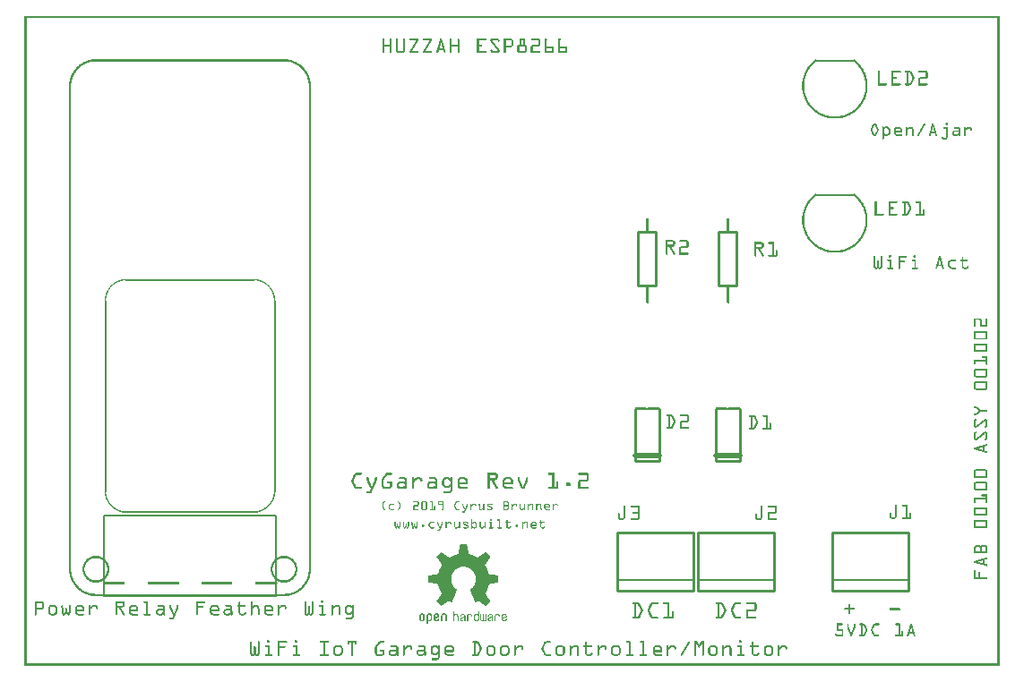
<source format=gto>
G04 MADE WITH FRITZING*
G04 WWW.FRITZING.ORG*
G04 DOUBLE SIDED*
G04 HOLES PLATED*
G04 CONTOUR ON CENTER OF CONTOUR VECTOR*
%ASAXBY*%
%FSLAX23Y23*%
%MOIN*%
%OFA0B0*%
%SFA1.0B1.0*%
%ADD10C,0.010000*%
%ADD11C,0.020000*%
%ADD12C,0.005000*%
%ADD13C,0.008000*%
%ADD14C,0.007874*%
%ADD15R,0.001000X0.001000*%
%LNSILK1*%
G90*
G70*
G54D10*
X2571Y764D02*
X2571Y959D01*
D02*
X2661Y959D02*
X2661Y764D01*
D02*
X2661Y764D02*
X2571Y764D01*
G54D11*
D02*
X2661Y784D02*
X2571Y784D01*
G54D10*
D02*
X2271Y764D02*
X2271Y959D01*
D02*
X2361Y959D02*
X2361Y764D01*
D02*
X2361Y764D02*
X2271Y764D01*
G54D11*
D02*
X2361Y784D02*
X2271Y784D01*
G54D10*
D02*
X3290Y498D02*
X3004Y498D01*
D02*
X3004Y498D02*
X3004Y282D01*
D02*
X3004Y282D02*
X3290Y282D01*
D02*
X3290Y282D02*
X3290Y498D01*
G54D12*
D02*
X3004Y322D02*
X3290Y322D01*
G54D10*
D02*
X2490Y498D02*
X2204Y498D01*
D02*
X2204Y498D02*
X2204Y282D01*
D02*
X2204Y282D02*
X2490Y282D01*
D02*
X2490Y282D02*
X2490Y498D01*
G54D12*
D02*
X2204Y322D02*
X2490Y322D01*
G54D10*
D02*
X2790Y498D02*
X2504Y498D01*
D02*
X2504Y498D02*
X2504Y282D01*
D02*
X2504Y282D02*
X2790Y282D01*
D02*
X2790Y282D02*
X2790Y498D01*
G54D12*
D02*
X2504Y322D02*
X2790Y322D01*
G54D10*
D02*
X2583Y1419D02*
X2583Y1619D01*
D02*
X2583Y1619D02*
X2649Y1619D01*
D02*
X2649Y1619D02*
X2649Y1419D01*
D02*
X2649Y1419D02*
X2583Y1419D01*
D02*
X2283Y1419D02*
X2283Y1619D01*
D02*
X2283Y1619D02*
X2349Y1619D01*
D02*
X2349Y1619D02*
X2349Y1419D01*
D02*
X2349Y1419D02*
X2283Y1419D01*
G54D13*
D02*
X295Y560D02*
X295Y308D01*
D02*
X295Y308D02*
X295Y261D01*
D02*
X295Y261D02*
X937Y261D01*
D02*
X937Y261D02*
X937Y308D01*
D02*
X937Y308D02*
X937Y560D01*
D02*
X937Y560D02*
X295Y560D01*
G54D12*
D02*
X852Y1439D02*
X380Y1439D01*
D02*
X301Y1360D02*
X301Y651D01*
D02*
X380Y573D02*
X852Y573D01*
D02*
X931Y651D02*
X931Y1360D01*
G54D14*
X3087Y2255D02*
X2945Y2255D01*
D02*
X3087Y1755D02*
X2945Y1755D01*
D02*
G54D15*
X0Y2422D02*
X3627Y2422D01*
X0Y2421D02*
X3627Y2421D01*
X0Y2420D02*
X3627Y2420D01*
X0Y2419D02*
X3627Y2419D01*
X0Y2418D02*
X3627Y2418D01*
X0Y2417D02*
X3627Y2417D01*
X0Y2416D02*
X3627Y2416D01*
X0Y2415D02*
X3627Y2415D01*
X0Y2414D02*
X7Y2414D01*
X3620Y2414D02*
X3627Y2414D01*
X0Y2413D02*
X7Y2413D01*
X3620Y2413D02*
X3627Y2413D01*
X0Y2412D02*
X7Y2412D01*
X3620Y2412D02*
X3627Y2412D01*
X0Y2411D02*
X7Y2411D01*
X3620Y2411D02*
X3627Y2411D01*
X0Y2410D02*
X7Y2410D01*
X3620Y2410D02*
X3627Y2410D01*
X0Y2409D02*
X7Y2409D01*
X3620Y2409D02*
X3627Y2409D01*
X0Y2408D02*
X7Y2408D01*
X3620Y2408D02*
X3627Y2408D01*
X0Y2407D02*
X7Y2407D01*
X3620Y2407D02*
X3627Y2407D01*
X0Y2406D02*
X7Y2406D01*
X3620Y2406D02*
X3627Y2406D01*
X0Y2405D02*
X7Y2405D01*
X3620Y2405D02*
X3627Y2405D01*
X0Y2404D02*
X7Y2404D01*
X3620Y2404D02*
X3627Y2404D01*
X0Y2403D02*
X7Y2403D01*
X3620Y2403D02*
X3627Y2403D01*
X0Y2402D02*
X7Y2402D01*
X3620Y2402D02*
X3627Y2402D01*
X0Y2401D02*
X7Y2401D01*
X3620Y2401D02*
X3627Y2401D01*
X0Y2400D02*
X7Y2400D01*
X3620Y2400D02*
X3627Y2400D01*
X0Y2399D02*
X7Y2399D01*
X3620Y2399D02*
X3627Y2399D01*
X0Y2398D02*
X7Y2398D01*
X3620Y2398D02*
X3627Y2398D01*
X0Y2397D02*
X7Y2397D01*
X3620Y2397D02*
X3627Y2397D01*
X0Y2396D02*
X7Y2396D01*
X3620Y2396D02*
X3627Y2396D01*
X0Y2395D02*
X7Y2395D01*
X3620Y2395D02*
X3627Y2395D01*
X0Y2394D02*
X7Y2394D01*
X3620Y2394D02*
X3627Y2394D01*
X0Y2393D02*
X7Y2393D01*
X3620Y2393D02*
X3627Y2393D01*
X0Y2392D02*
X7Y2392D01*
X3620Y2392D02*
X3627Y2392D01*
X0Y2391D02*
X7Y2391D01*
X3620Y2391D02*
X3627Y2391D01*
X0Y2390D02*
X7Y2390D01*
X3620Y2390D02*
X3627Y2390D01*
X0Y2389D02*
X7Y2389D01*
X3620Y2389D02*
X3627Y2389D01*
X0Y2388D02*
X7Y2388D01*
X3620Y2388D02*
X3627Y2388D01*
X0Y2387D02*
X7Y2387D01*
X3620Y2387D02*
X3627Y2387D01*
X0Y2386D02*
X7Y2386D01*
X3620Y2386D02*
X3627Y2386D01*
X0Y2385D02*
X7Y2385D01*
X3620Y2385D02*
X3627Y2385D01*
X0Y2384D02*
X7Y2384D01*
X3620Y2384D02*
X3627Y2384D01*
X0Y2383D02*
X7Y2383D01*
X3620Y2383D02*
X3627Y2383D01*
X0Y2382D02*
X7Y2382D01*
X3620Y2382D02*
X3627Y2382D01*
X0Y2381D02*
X7Y2381D01*
X3620Y2381D02*
X3627Y2381D01*
X0Y2380D02*
X7Y2380D01*
X3620Y2380D02*
X3627Y2380D01*
X0Y2379D02*
X7Y2379D01*
X3620Y2379D02*
X3627Y2379D01*
X0Y2378D02*
X7Y2378D01*
X3620Y2378D02*
X3627Y2378D01*
X0Y2377D02*
X7Y2377D01*
X3620Y2377D02*
X3627Y2377D01*
X0Y2376D02*
X7Y2376D01*
X3620Y2376D02*
X3627Y2376D01*
X0Y2375D02*
X7Y2375D01*
X3620Y2375D02*
X3627Y2375D01*
X0Y2374D02*
X7Y2374D01*
X3620Y2374D02*
X3627Y2374D01*
X0Y2373D02*
X7Y2373D01*
X3620Y2373D02*
X3627Y2373D01*
X0Y2372D02*
X7Y2372D01*
X3620Y2372D02*
X3627Y2372D01*
X0Y2371D02*
X7Y2371D01*
X3620Y2371D02*
X3627Y2371D01*
X0Y2370D02*
X7Y2370D01*
X3620Y2370D02*
X3627Y2370D01*
X0Y2369D02*
X7Y2369D01*
X3620Y2369D02*
X3627Y2369D01*
X0Y2368D02*
X7Y2368D01*
X3620Y2368D02*
X3627Y2368D01*
X0Y2367D02*
X7Y2367D01*
X3620Y2367D02*
X3627Y2367D01*
X0Y2366D02*
X7Y2366D01*
X3620Y2366D02*
X3627Y2366D01*
X0Y2365D02*
X7Y2365D01*
X3620Y2365D02*
X3627Y2365D01*
X0Y2364D02*
X7Y2364D01*
X3620Y2364D02*
X3627Y2364D01*
X0Y2363D02*
X7Y2363D01*
X3620Y2363D02*
X3627Y2363D01*
X0Y2362D02*
X7Y2362D01*
X3620Y2362D02*
X3627Y2362D01*
X0Y2361D02*
X7Y2361D01*
X3620Y2361D02*
X3627Y2361D01*
X0Y2360D02*
X7Y2360D01*
X3620Y2360D02*
X3627Y2360D01*
X0Y2359D02*
X7Y2359D01*
X3620Y2359D02*
X3627Y2359D01*
X0Y2358D02*
X7Y2358D01*
X3620Y2358D02*
X3627Y2358D01*
X0Y2357D02*
X7Y2357D01*
X3620Y2357D02*
X3627Y2357D01*
X0Y2356D02*
X7Y2356D01*
X3620Y2356D02*
X3627Y2356D01*
X0Y2355D02*
X7Y2355D01*
X3620Y2355D02*
X3627Y2355D01*
X0Y2354D02*
X7Y2354D01*
X3620Y2354D02*
X3627Y2354D01*
X0Y2353D02*
X7Y2353D01*
X3620Y2353D02*
X3627Y2353D01*
X0Y2352D02*
X7Y2352D01*
X3620Y2352D02*
X3627Y2352D01*
X0Y2351D02*
X7Y2351D01*
X3620Y2351D02*
X3627Y2351D01*
X0Y2350D02*
X7Y2350D01*
X3620Y2350D02*
X3627Y2350D01*
X0Y2349D02*
X7Y2349D01*
X3620Y2349D02*
X3627Y2349D01*
X0Y2348D02*
X7Y2348D01*
X3620Y2348D02*
X3627Y2348D01*
X0Y2347D02*
X7Y2347D01*
X3620Y2347D02*
X3627Y2347D01*
X0Y2346D02*
X7Y2346D01*
X3620Y2346D02*
X3627Y2346D01*
X0Y2345D02*
X7Y2345D01*
X3620Y2345D02*
X3627Y2345D01*
X0Y2344D02*
X7Y2344D01*
X3620Y2344D02*
X3627Y2344D01*
X0Y2343D02*
X7Y2343D01*
X3620Y2343D02*
X3627Y2343D01*
X0Y2342D02*
X7Y2342D01*
X3620Y2342D02*
X3627Y2342D01*
X0Y2341D02*
X7Y2341D01*
X3620Y2341D02*
X3627Y2341D01*
X0Y2340D02*
X7Y2340D01*
X3620Y2340D02*
X3627Y2340D01*
X0Y2339D02*
X7Y2339D01*
X3620Y2339D02*
X3627Y2339D01*
X0Y2338D02*
X7Y2338D01*
X3620Y2338D02*
X3627Y2338D01*
X0Y2337D02*
X7Y2337D01*
X1334Y2337D02*
X1337Y2337D01*
X1361Y2337D02*
X1364Y2337D01*
X1384Y2337D02*
X1387Y2337D01*
X1411Y2337D02*
X1415Y2337D01*
X1434Y2337D02*
X1466Y2337D01*
X1484Y2337D02*
X1516Y2337D01*
X1548Y2337D02*
X1551Y2337D01*
X1585Y2337D02*
X1588Y2337D01*
X1612Y2337D02*
X1615Y2337D01*
X1684Y2337D02*
X1716Y2337D01*
X1738Y2337D02*
X1762Y2337D01*
X1784Y2337D02*
X1811Y2337D01*
X1842Y2337D02*
X1859Y2337D01*
X1886Y2337D02*
X1914Y2337D01*
X1936Y2337D02*
X1943Y2337D01*
X1986Y2337D02*
X1993Y2337D01*
X3620Y2337D02*
X3627Y2337D01*
X0Y2336D02*
X7Y2336D01*
X1333Y2336D02*
X1338Y2336D01*
X1360Y2336D02*
X1365Y2336D01*
X1383Y2336D02*
X1388Y2336D01*
X1410Y2336D02*
X1415Y2336D01*
X1433Y2336D02*
X1466Y2336D01*
X1483Y2336D02*
X1516Y2336D01*
X1547Y2336D02*
X1552Y2336D01*
X1584Y2336D02*
X1589Y2336D01*
X1611Y2336D02*
X1616Y2336D01*
X1684Y2336D02*
X1717Y2336D01*
X1737Y2336D02*
X1763Y2336D01*
X1784Y2336D02*
X1813Y2336D01*
X1842Y2336D02*
X1860Y2336D01*
X1885Y2336D02*
X1915Y2336D01*
X1935Y2336D02*
X1943Y2336D01*
X1985Y2336D02*
X1994Y2336D01*
X3620Y2336D02*
X3627Y2336D01*
X0Y2335D02*
X7Y2335D01*
X1332Y2335D02*
X1338Y2335D01*
X1360Y2335D02*
X1366Y2335D01*
X1383Y2335D02*
X1388Y2335D01*
X1410Y2335D02*
X1416Y2335D01*
X1433Y2335D02*
X1466Y2335D01*
X1483Y2335D02*
X1516Y2335D01*
X1547Y2335D02*
X1553Y2335D01*
X1583Y2335D02*
X1589Y2335D01*
X1611Y2335D02*
X1617Y2335D01*
X1684Y2335D02*
X1717Y2335D01*
X1736Y2335D02*
X1764Y2335D01*
X1784Y2335D02*
X1814Y2335D01*
X1841Y2335D02*
X1861Y2335D01*
X1884Y2335D02*
X1916Y2335D01*
X1935Y2335D02*
X1944Y2335D01*
X1985Y2335D02*
X1994Y2335D01*
X3620Y2335D02*
X3627Y2335D01*
X0Y2334D02*
X7Y2334D01*
X1332Y2334D02*
X1338Y2334D01*
X1360Y2334D02*
X1366Y2334D01*
X1382Y2334D02*
X1388Y2334D01*
X1410Y2334D02*
X1416Y2334D01*
X1433Y2334D02*
X1466Y2334D01*
X1483Y2334D02*
X1516Y2334D01*
X1547Y2334D02*
X1553Y2334D01*
X1583Y2334D02*
X1589Y2334D01*
X1611Y2334D02*
X1617Y2334D01*
X1684Y2334D02*
X1717Y2334D01*
X1735Y2334D02*
X1765Y2334D01*
X1784Y2334D02*
X1815Y2334D01*
X1841Y2334D02*
X1861Y2334D01*
X1884Y2334D02*
X1917Y2334D01*
X1935Y2334D02*
X1944Y2334D01*
X1985Y2334D02*
X1994Y2334D01*
X3620Y2334D02*
X3627Y2334D01*
X0Y2333D02*
X7Y2333D01*
X1332Y2333D02*
X1338Y2333D01*
X1360Y2333D02*
X1366Y2333D01*
X1382Y2333D02*
X1388Y2333D01*
X1410Y2333D02*
X1416Y2333D01*
X1433Y2333D02*
X1466Y2333D01*
X1483Y2333D02*
X1516Y2333D01*
X1546Y2333D02*
X1553Y2333D01*
X1583Y2333D02*
X1589Y2333D01*
X1611Y2333D02*
X1617Y2333D01*
X1684Y2333D02*
X1717Y2333D01*
X1734Y2333D02*
X1766Y2333D01*
X1784Y2333D02*
X1816Y2333D01*
X1841Y2333D02*
X1861Y2333D01*
X1885Y2333D02*
X1918Y2333D01*
X1935Y2333D02*
X1944Y2333D01*
X1985Y2333D02*
X1994Y2333D01*
X3620Y2333D02*
X3627Y2333D01*
X0Y2332D02*
X7Y2332D01*
X1332Y2332D02*
X1338Y2332D01*
X1360Y2332D02*
X1366Y2332D01*
X1382Y2332D02*
X1388Y2332D01*
X1410Y2332D02*
X1416Y2332D01*
X1433Y2332D02*
X1465Y2332D01*
X1484Y2332D02*
X1516Y2332D01*
X1546Y2332D02*
X1554Y2332D01*
X1583Y2332D02*
X1589Y2332D01*
X1611Y2332D02*
X1617Y2332D01*
X1684Y2332D02*
X1716Y2332D01*
X1734Y2332D02*
X1767Y2332D01*
X1784Y2332D02*
X1816Y2332D01*
X1841Y2332D02*
X1861Y2332D01*
X1885Y2332D02*
X1918Y2332D01*
X1935Y2332D02*
X1943Y2332D01*
X1985Y2332D02*
X1993Y2332D01*
X3620Y2332D02*
X3627Y2332D01*
X0Y2331D02*
X7Y2331D01*
X1332Y2331D02*
X1338Y2331D01*
X1360Y2331D02*
X1366Y2331D01*
X1382Y2331D02*
X1388Y2331D01*
X1410Y2331D02*
X1416Y2331D01*
X1435Y2331D02*
X1465Y2331D01*
X1485Y2331D02*
X1515Y2331D01*
X1546Y2331D02*
X1554Y2331D01*
X1583Y2331D02*
X1589Y2331D01*
X1611Y2331D02*
X1617Y2331D01*
X1684Y2331D02*
X1715Y2331D01*
X1734Y2331D02*
X1767Y2331D01*
X1784Y2331D02*
X1817Y2331D01*
X1841Y2331D02*
X1861Y2331D01*
X1887Y2331D02*
X1918Y2331D01*
X1935Y2331D02*
X1942Y2331D01*
X1985Y2331D02*
X1992Y2331D01*
X3620Y2331D02*
X3627Y2331D01*
X0Y2330D02*
X7Y2330D01*
X1332Y2330D02*
X1338Y2330D01*
X1360Y2330D02*
X1366Y2330D01*
X1382Y2330D02*
X1388Y2330D01*
X1410Y2330D02*
X1416Y2330D01*
X1457Y2330D02*
X1464Y2330D01*
X1507Y2330D02*
X1514Y2330D01*
X1545Y2330D02*
X1554Y2330D01*
X1583Y2330D02*
X1589Y2330D01*
X1611Y2330D02*
X1617Y2330D01*
X1684Y2330D02*
X1690Y2330D01*
X1734Y2330D02*
X1740Y2330D01*
X1761Y2330D02*
X1767Y2330D01*
X1784Y2330D02*
X1790Y2330D01*
X1810Y2330D02*
X1817Y2330D01*
X1841Y2330D02*
X1847Y2330D01*
X1855Y2330D02*
X1861Y2330D01*
X1912Y2330D02*
X1918Y2330D01*
X1935Y2330D02*
X1940Y2330D01*
X1985Y2330D02*
X1991Y2330D01*
X3620Y2330D02*
X3627Y2330D01*
X0Y2329D02*
X7Y2329D01*
X1332Y2329D02*
X1338Y2329D01*
X1360Y2329D02*
X1366Y2329D01*
X1382Y2329D02*
X1388Y2329D01*
X1410Y2329D02*
X1416Y2329D01*
X1457Y2329D02*
X1464Y2329D01*
X1507Y2329D02*
X1514Y2329D01*
X1545Y2329D02*
X1554Y2329D01*
X1583Y2329D02*
X1589Y2329D01*
X1611Y2329D02*
X1617Y2329D01*
X1684Y2329D02*
X1690Y2329D01*
X1734Y2329D02*
X1740Y2329D01*
X1761Y2329D02*
X1767Y2329D01*
X1784Y2329D02*
X1790Y2329D01*
X1811Y2329D02*
X1817Y2329D01*
X1841Y2329D02*
X1847Y2329D01*
X1855Y2329D02*
X1861Y2329D01*
X1912Y2329D02*
X1918Y2329D01*
X1935Y2329D02*
X1940Y2329D01*
X1985Y2329D02*
X1991Y2329D01*
X3620Y2329D02*
X3627Y2329D01*
X0Y2328D02*
X7Y2328D01*
X1332Y2328D02*
X1338Y2328D01*
X1360Y2328D02*
X1366Y2328D01*
X1382Y2328D02*
X1388Y2328D01*
X1410Y2328D02*
X1416Y2328D01*
X1456Y2328D02*
X1463Y2328D01*
X1506Y2328D02*
X1513Y2328D01*
X1545Y2328D02*
X1555Y2328D01*
X1583Y2328D02*
X1589Y2328D01*
X1611Y2328D02*
X1617Y2328D01*
X1684Y2328D02*
X1690Y2328D01*
X1734Y2328D02*
X1741Y2328D01*
X1761Y2328D02*
X1767Y2328D01*
X1784Y2328D02*
X1790Y2328D01*
X1811Y2328D02*
X1817Y2328D01*
X1841Y2328D02*
X1847Y2328D01*
X1855Y2328D02*
X1861Y2328D01*
X1912Y2328D02*
X1918Y2328D01*
X1935Y2328D02*
X1940Y2328D01*
X1985Y2328D02*
X1991Y2328D01*
X3620Y2328D02*
X3627Y2328D01*
X0Y2327D02*
X7Y2327D01*
X1332Y2327D02*
X1338Y2327D01*
X1360Y2327D02*
X1366Y2327D01*
X1382Y2327D02*
X1388Y2327D01*
X1410Y2327D02*
X1416Y2327D01*
X1455Y2327D02*
X1462Y2327D01*
X1506Y2327D02*
X1513Y2327D01*
X1544Y2327D02*
X1555Y2327D01*
X1583Y2327D02*
X1589Y2327D01*
X1611Y2327D02*
X1617Y2327D01*
X1684Y2327D02*
X1690Y2327D01*
X1734Y2327D02*
X1742Y2327D01*
X1762Y2327D02*
X1767Y2327D01*
X1784Y2327D02*
X1790Y2327D01*
X1812Y2327D02*
X1818Y2327D01*
X1841Y2327D02*
X1847Y2327D01*
X1855Y2327D02*
X1861Y2327D01*
X1912Y2327D02*
X1918Y2327D01*
X1935Y2327D02*
X1940Y2327D01*
X1985Y2327D02*
X1991Y2327D01*
X3620Y2327D02*
X3627Y2327D01*
X0Y2326D02*
X7Y2326D01*
X1332Y2326D02*
X1338Y2326D01*
X1360Y2326D02*
X1366Y2326D01*
X1382Y2326D02*
X1388Y2326D01*
X1410Y2326D02*
X1416Y2326D01*
X1455Y2326D02*
X1462Y2326D01*
X1505Y2326D02*
X1512Y2326D01*
X1544Y2326D02*
X1555Y2326D01*
X1583Y2326D02*
X1589Y2326D01*
X1611Y2326D02*
X1617Y2326D01*
X1684Y2326D02*
X1690Y2326D01*
X1735Y2326D02*
X1743Y2326D01*
X1762Y2326D02*
X1766Y2326D01*
X1784Y2326D02*
X1790Y2326D01*
X1812Y2326D02*
X1818Y2326D01*
X1841Y2326D02*
X1847Y2326D01*
X1855Y2326D02*
X1861Y2326D01*
X1912Y2326D02*
X1918Y2326D01*
X1935Y2326D02*
X1940Y2326D01*
X1985Y2326D02*
X1991Y2326D01*
X3620Y2326D02*
X3627Y2326D01*
X0Y2325D02*
X7Y2325D01*
X1332Y2325D02*
X1338Y2325D01*
X1360Y2325D02*
X1366Y2325D01*
X1382Y2325D02*
X1388Y2325D01*
X1410Y2325D02*
X1416Y2325D01*
X1454Y2325D02*
X1461Y2325D01*
X1504Y2325D02*
X1512Y2325D01*
X1544Y2325D02*
X1556Y2325D01*
X1583Y2325D02*
X1589Y2325D01*
X1611Y2325D02*
X1617Y2325D01*
X1684Y2325D02*
X1690Y2325D01*
X1735Y2325D02*
X1743Y2325D01*
X1764Y2325D02*
X1765Y2325D01*
X1784Y2325D02*
X1790Y2325D01*
X1812Y2325D02*
X1818Y2325D01*
X1841Y2325D02*
X1847Y2325D01*
X1855Y2325D02*
X1861Y2325D01*
X1912Y2325D02*
X1918Y2325D01*
X1935Y2325D02*
X1940Y2325D01*
X1985Y2325D02*
X1991Y2325D01*
X3620Y2325D02*
X3627Y2325D01*
X0Y2324D02*
X7Y2324D01*
X1332Y2324D02*
X1338Y2324D01*
X1360Y2324D02*
X1366Y2324D01*
X1382Y2324D02*
X1388Y2324D01*
X1410Y2324D02*
X1416Y2324D01*
X1454Y2324D02*
X1461Y2324D01*
X1504Y2324D02*
X1511Y2324D01*
X1544Y2324D02*
X1556Y2324D01*
X1583Y2324D02*
X1589Y2324D01*
X1611Y2324D02*
X1617Y2324D01*
X1684Y2324D02*
X1690Y2324D01*
X1736Y2324D02*
X1744Y2324D01*
X1784Y2324D02*
X1790Y2324D01*
X1812Y2324D02*
X1818Y2324D01*
X1841Y2324D02*
X1847Y2324D01*
X1855Y2324D02*
X1861Y2324D01*
X1912Y2324D02*
X1918Y2324D01*
X1935Y2324D02*
X1940Y2324D01*
X1985Y2324D02*
X1991Y2324D01*
X3620Y2324D02*
X3627Y2324D01*
X0Y2323D02*
X7Y2323D01*
X1332Y2323D02*
X1338Y2323D01*
X1360Y2323D02*
X1366Y2323D01*
X1382Y2323D02*
X1388Y2323D01*
X1410Y2323D02*
X1416Y2323D01*
X1453Y2323D02*
X1460Y2323D01*
X1503Y2323D02*
X1510Y2323D01*
X1543Y2323D02*
X1556Y2323D01*
X1583Y2323D02*
X1589Y2323D01*
X1611Y2323D02*
X1617Y2323D01*
X1684Y2323D02*
X1690Y2323D01*
X1737Y2323D02*
X1745Y2323D01*
X1784Y2323D02*
X1790Y2323D01*
X1812Y2323D02*
X1818Y2323D01*
X1841Y2323D02*
X1847Y2323D01*
X1855Y2323D02*
X1861Y2323D01*
X1912Y2323D02*
X1918Y2323D01*
X1935Y2323D02*
X1940Y2323D01*
X1985Y2323D02*
X1991Y2323D01*
X3620Y2323D02*
X3627Y2323D01*
X0Y2322D02*
X7Y2322D01*
X1332Y2322D02*
X1338Y2322D01*
X1360Y2322D02*
X1366Y2322D01*
X1382Y2322D02*
X1388Y2322D01*
X1410Y2322D02*
X1416Y2322D01*
X1452Y2322D02*
X1460Y2322D01*
X1503Y2322D02*
X1510Y2322D01*
X1543Y2322D02*
X1556Y2322D01*
X1583Y2322D02*
X1589Y2322D01*
X1611Y2322D02*
X1617Y2322D01*
X1684Y2322D02*
X1690Y2322D01*
X1738Y2322D02*
X1746Y2322D01*
X1784Y2322D02*
X1790Y2322D01*
X1812Y2322D02*
X1818Y2322D01*
X1841Y2322D02*
X1847Y2322D01*
X1855Y2322D02*
X1861Y2322D01*
X1912Y2322D02*
X1918Y2322D01*
X1935Y2322D02*
X1940Y2322D01*
X1985Y2322D02*
X1991Y2322D01*
X3620Y2322D02*
X3627Y2322D01*
X0Y2321D02*
X7Y2321D01*
X1332Y2321D02*
X1338Y2321D01*
X1360Y2321D02*
X1366Y2321D01*
X1382Y2321D02*
X1388Y2321D01*
X1410Y2321D02*
X1416Y2321D01*
X1452Y2321D02*
X1459Y2321D01*
X1502Y2321D02*
X1509Y2321D01*
X1543Y2321D02*
X1557Y2321D01*
X1583Y2321D02*
X1589Y2321D01*
X1611Y2321D02*
X1617Y2321D01*
X1684Y2321D02*
X1690Y2321D01*
X1738Y2321D02*
X1746Y2321D01*
X1784Y2321D02*
X1790Y2321D01*
X1812Y2321D02*
X1818Y2321D01*
X1841Y2321D02*
X1847Y2321D01*
X1855Y2321D02*
X1861Y2321D01*
X1912Y2321D02*
X1918Y2321D01*
X1935Y2321D02*
X1940Y2321D01*
X1985Y2321D02*
X1991Y2321D01*
X3620Y2321D02*
X3627Y2321D01*
X0Y2320D02*
X7Y2320D01*
X1332Y2320D02*
X1338Y2320D01*
X1360Y2320D02*
X1366Y2320D01*
X1382Y2320D02*
X1388Y2320D01*
X1410Y2320D02*
X1416Y2320D01*
X1451Y2320D02*
X1458Y2320D01*
X1501Y2320D02*
X1509Y2320D01*
X1542Y2320D02*
X1549Y2320D01*
X1551Y2320D02*
X1557Y2320D01*
X1583Y2320D02*
X1589Y2320D01*
X1611Y2320D02*
X1617Y2320D01*
X1684Y2320D02*
X1690Y2320D01*
X1739Y2320D02*
X1747Y2320D01*
X1784Y2320D02*
X1790Y2320D01*
X1812Y2320D02*
X1818Y2320D01*
X1841Y2320D02*
X1847Y2320D01*
X1855Y2320D02*
X1861Y2320D01*
X1912Y2320D02*
X1918Y2320D01*
X1935Y2320D02*
X1940Y2320D01*
X1985Y2320D02*
X1991Y2320D01*
X3620Y2320D02*
X3627Y2320D01*
X0Y2319D02*
X7Y2319D01*
X1332Y2319D02*
X1338Y2319D01*
X1360Y2319D02*
X1366Y2319D01*
X1382Y2319D02*
X1388Y2319D01*
X1410Y2319D02*
X1416Y2319D01*
X1451Y2319D02*
X1458Y2319D01*
X1501Y2319D02*
X1508Y2319D01*
X1542Y2319D02*
X1548Y2319D01*
X1551Y2319D02*
X1557Y2319D01*
X1583Y2319D02*
X1589Y2319D01*
X1611Y2319D02*
X1617Y2319D01*
X1684Y2319D02*
X1690Y2319D01*
X1740Y2319D02*
X1748Y2319D01*
X1784Y2319D02*
X1790Y2319D01*
X1812Y2319D02*
X1818Y2319D01*
X1841Y2319D02*
X1847Y2319D01*
X1855Y2319D02*
X1861Y2319D01*
X1912Y2319D02*
X1918Y2319D01*
X1935Y2319D02*
X1940Y2319D01*
X1985Y2319D02*
X1991Y2319D01*
X3620Y2319D02*
X3627Y2319D01*
X0Y2318D02*
X7Y2318D01*
X1332Y2318D02*
X1338Y2318D01*
X1360Y2318D02*
X1366Y2318D01*
X1382Y2318D02*
X1388Y2318D01*
X1410Y2318D02*
X1416Y2318D01*
X1450Y2318D02*
X1457Y2318D01*
X1500Y2318D02*
X1507Y2318D01*
X1542Y2318D02*
X1548Y2318D01*
X1551Y2318D02*
X1558Y2318D01*
X1583Y2318D02*
X1589Y2318D01*
X1611Y2318D02*
X1617Y2318D01*
X1684Y2318D02*
X1690Y2318D01*
X1741Y2318D02*
X1749Y2318D01*
X1784Y2318D02*
X1790Y2318D01*
X1812Y2318D02*
X1818Y2318D01*
X1841Y2318D02*
X1847Y2318D01*
X1855Y2318D02*
X1861Y2318D01*
X1912Y2318D02*
X1918Y2318D01*
X1935Y2318D02*
X1940Y2318D01*
X1985Y2318D02*
X1991Y2318D01*
X3620Y2318D02*
X3627Y2318D01*
X0Y2317D02*
X7Y2317D01*
X1332Y2317D02*
X1338Y2317D01*
X1360Y2317D02*
X1366Y2317D01*
X1382Y2317D02*
X1388Y2317D01*
X1410Y2317D02*
X1416Y2317D01*
X1449Y2317D02*
X1457Y2317D01*
X1500Y2317D02*
X1507Y2317D01*
X1542Y2317D02*
X1548Y2317D01*
X1552Y2317D02*
X1558Y2317D01*
X1583Y2317D02*
X1589Y2317D01*
X1611Y2317D02*
X1617Y2317D01*
X1684Y2317D02*
X1690Y2317D01*
X1742Y2317D02*
X1750Y2317D01*
X1784Y2317D02*
X1790Y2317D01*
X1812Y2317D02*
X1818Y2317D01*
X1841Y2317D02*
X1847Y2317D01*
X1855Y2317D02*
X1861Y2317D01*
X1912Y2317D02*
X1918Y2317D01*
X1935Y2317D02*
X1940Y2317D01*
X1985Y2317D02*
X1991Y2317D01*
X3620Y2317D02*
X3627Y2317D01*
X0Y2316D02*
X7Y2316D01*
X1332Y2316D02*
X1338Y2316D01*
X1360Y2316D02*
X1366Y2316D01*
X1382Y2316D02*
X1388Y2316D01*
X1410Y2316D02*
X1416Y2316D01*
X1449Y2316D02*
X1456Y2316D01*
X1499Y2316D02*
X1506Y2316D01*
X1541Y2316D02*
X1548Y2316D01*
X1552Y2316D02*
X1558Y2316D01*
X1583Y2316D02*
X1589Y2316D01*
X1611Y2316D02*
X1617Y2316D01*
X1684Y2316D02*
X1690Y2316D01*
X1742Y2316D02*
X1750Y2316D01*
X1784Y2316D02*
X1790Y2316D01*
X1812Y2316D02*
X1818Y2316D01*
X1841Y2316D02*
X1847Y2316D01*
X1855Y2316D02*
X1861Y2316D01*
X1912Y2316D02*
X1918Y2316D01*
X1935Y2316D02*
X1940Y2316D01*
X1985Y2316D02*
X1991Y2316D01*
X3620Y2316D02*
X3627Y2316D01*
X0Y2315D02*
X7Y2315D01*
X1332Y2315D02*
X1338Y2315D01*
X1360Y2315D02*
X1366Y2315D01*
X1382Y2315D02*
X1388Y2315D01*
X1410Y2315D02*
X1416Y2315D01*
X1448Y2315D02*
X1455Y2315D01*
X1498Y2315D02*
X1506Y2315D01*
X1541Y2315D02*
X1547Y2315D01*
X1552Y2315D02*
X1559Y2315D01*
X1583Y2315D02*
X1589Y2315D01*
X1611Y2315D02*
X1617Y2315D01*
X1684Y2315D02*
X1690Y2315D01*
X1743Y2315D02*
X1751Y2315D01*
X1784Y2315D02*
X1790Y2315D01*
X1812Y2315D02*
X1818Y2315D01*
X1841Y2315D02*
X1847Y2315D01*
X1855Y2315D02*
X1861Y2315D01*
X1912Y2315D02*
X1918Y2315D01*
X1935Y2315D02*
X1940Y2315D01*
X1985Y2315D02*
X1991Y2315D01*
X3620Y2315D02*
X3627Y2315D01*
X0Y2314D02*
X7Y2314D01*
X1332Y2314D02*
X1366Y2314D01*
X1382Y2314D02*
X1388Y2314D01*
X1410Y2314D02*
X1416Y2314D01*
X1448Y2314D02*
X1455Y2314D01*
X1498Y2314D02*
X1505Y2314D01*
X1541Y2314D02*
X1547Y2314D01*
X1552Y2314D02*
X1559Y2314D01*
X1583Y2314D02*
X1617Y2314D01*
X1684Y2314D02*
X1701Y2314D01*
X1744Y2314D02*
X1752Y2314D01*
X1784Y2314D02*
X1790Y2314D01*
X1811Y2314D02*
X1817Y2314D01*
X1839Y2314D02*
X1862Y2314D01*
X1890Y2314D02*
X1918Y2314D01*
X1935Y2314D02*
X1940Y2314D01*
X1985Y2314D02*
X1991Y2314D01*
X3620Y2314D02*
X3627Y2314D01*
X0Y2313D02*
X7Y2313D01*
X1332Y2313D02*
X1366Y2313D01*
X1382Y2313D02*
X1388Y2313D01*
X1410Y2313D02*
X1416Y2313D01*
X1447Y2313D02*
X1454Y2313D01*
X1497Y2313D02*
X1504Y2313D01*
X1540Y2313D02*
X1547Y2313D01*
X1553Y2313D02*
X1559Y2313D01*
X1583Y2313D02*
X1617Y2313D01*
X1684Y2313D02*
X1702Y2313D01*
X1745Y2313D02*
X1753Y2313D01*
X1784Y2313D02*
X1790Y2313D01*
X1811Y2313D02*
X1817Y2313D01*
X1837Y2313D02*
X1865Y2313D01*
X1888Y2313D02*
X1918Y2313D01*
X1935Y2313D02*
X1940Y2313D01*
X1985Y2313D02*
X1991Y2313D01*
X3620Y2313D02*
X3627Y2313D01*
X0Y2312D02*
X7Y2312D01*
X1332Y2312D02*
X1366Y2312D01*
X1382Y2312D02*
X1388Y2312D01*
X1410Y2312D02*
X1416Y2312D01*
X1447Y2312D02*
X1454Y2312D01*
X1497Y2312D02*
X1504Y2312D01*
X1540Y2312D02*
X1546Y2312D01*
X1553Y2312D02*
X1559Y2312D01*
X1583Y2312D02*
X1617Y2312D01*
X1684Y2312D02*
X1703Y2312D01*
X1745Y2312D02*
X1753Y2312D01*
X1784Y2312D02*
X1790Y2312D01*
X1810Y2312D02*
X1817Y2312D01*
X1836Y2312D02*
X1866Y2312D01*
X1886Y2312D02*
X1918Y2312D01*
X1935Y2312D02*
X1940Y2312D01*
X1985Y2312D02*
X1991Y2312D01*
X3620Y2312D02*
X3627Y2312D01*
X0Y2311D02*
X7Y2311D01*
X1332Y2311D02*
X1366Y2311D01*
X1382Y2311D02*
X1388Y2311D01*
X1410Y2311D02*
X1416Y2311D01*
X1446Y2311D02*
X1453Y2311D01*
X1496Y2311D02*
X1503Y2311D01*
X1540Y2311D02*
X1546Y2311D01*
X1553Y2311D02*
X1560Y2311D01*
X1583Y2311D02*
X1617Y2311D01*
X1684Y2311D02*
X1703Y2311D01*
X1746Y2311D02*
X1754Y2311D01*
X1784Y2311D02*
X1817Y2311D01*
X1835Y2311D02*
X1867Y2311D01*
X1886Y2311D02*
X1917Y2311D01*
X1935Y2311D02*
X1940Y2311D01*
X1985Y2311D02*
X1991Y2311D01*
X3620Y2311D02*
X3627Y2311D01*
X0Y2310D02*
X7Y2310D01*
X1332Y2310D02*
X1366Y2310D01*
X1382Y2310D02*
X1388Y2310D01*
X1410Y2310D02*
X1416Y2310D01*
X1445Y2310D02*
X1453Y2310D01*
X1496Y2310D02*
X1503Y2310D01*
X1539Y2310D02*
X1546Y2310D01*
X1554Y2310D02*
X1560Y2310D01*
X1583Y2310D02*
X1617Y2310D01*
X1684Y2310D02*
X1703Y2310D01*
X1747Y2310D02*
X1755Y2310D01*
X1784Y2310D02*
X1816Y2310D01*
X1835Y2310D02*
X1867Y2310D01*
X1885Y2310D02*
X1916Y2310D01*
X1935Y2310D02*
X1940Y2310D01*
X1985Y2310D02*
X1991Y2310D01*
X3620Y2310D02*
X3627Y2310D01*
X0Y2309D02*
X7Y2309D01*
X1332Y2309D02*
X1366Y2309D01*
X1382Y2309D02*
X1388Y2309D01*
X1410Y2309D02*
X1416Y2309D01*
X1445Y2309D02*
X1452Y2309D01*
X1495Y2309D02*
X1502Y2309D01*
X1539Y2309D02*
X1545Y2309D01*
X1554Y2309D02*
X1560Y2309D01*
X1583Y2309D02*
X1617Y2309D01*
X1684Y2309D02*
X1703Y2309D01*
X1748Y2309D02*
X1756Y2309D01*
X1784Y2309D02*
X1816Y2309D01*
X1834Y2309D02*
X1867Y2309D01*
X1885Y2309D02*
X1915Y2309D01*
X1935Y2309D02*
X1940Y2309D01*
X1985Y2309D02*
X1991Y2309D01*
X3620Y2309D02*
X3627Y2309D01*
X0Y2308D02*
X7Y2308D01*
X1332Y2308D02*
X1366Y2308D01*
X1382Y2308D02*
X1388Y2308D01*
X1410Y2308D02*
X1416Y2308D01*
X1444Y2308D02*
X1451Y2308D01*
X1494Y2308D02*
X1502Y2308D01*
X1539Y2308D02*
X1545Y2308D01*
X1554Y2308D02*
X1561Y2308D01*
X1583Y2308D02*
X1617Y2308D01*
X1684Y2308D02*
X1702Y2308D01*
X1749Y2308D02*
X1757Y2308D01*
X1784Y2308D02*
X1815Y2308D01*
X1834Y2308D02*
X1868Y2308D01*
X1884Y2308D02*
X1914Y2308D01*
X1935Y2308D02*
X1966Y2308D01*
X1985Y2308D02*
X2016Y2308D01*
X3620Y2308D02*
X3627Y2308D01*
X0Y2307D02*
X7Y2307D01*
X1332Y2307D02*
X1338Y2307D01*
X1360Y2307D02*
X1366Y2307D01*
X1382Y2307D02*
X1388Y2307D01*
X1410Y2307D02*
X1416Y2307D01*
X1444Y2307D02*
X1451Y2307D01*
X1494Y2307D02*
X1501Y2307D01*
X1539Y2307D02*
X1545Y2307D01*
X1555Y2307D02*
X1561Y2307D01*
X1583Y2307D02*
X1589Y2307D01*
X1611Y2307D02*
X1617Y2307D01*
X1684Y2307D02*
X1690Y2307D01*
X1749Y2307D02*
X1757Y2307D01*
X1784Y2307D02*
X1814Y2307D01*
X1834Y2307D02*
X1840Y2307D01*
X1862Y2307D02*
X1868Y2307D01*
X1884Y2307D02*
X1891Y2307D01*
X1935Y2307D02*
X1967Y2307D01*
X1985Y2307D02*
X2017Y2307D01*
X3620Y2307D02*
X3627Y2307D01*
X0Y2306D02*
X7Y2306D01*
X1332Y2306D02*
X1338Y2306D01*
X1360Y2306D02*
X1366Y2306D01*
X1382Y2306D02*
X1388Y2306D01*
X1410Y2306D02*
X1416Y2306D01*
X1443Y2306D02*
X1450Y2306D01*
X1493Y2306D02*
X1500Y2306D01*
X1538Y2306D02*
X1545Y2306D01*
X1555Y2306D02*
X1561Y2306D01*
X1583Y2306D02*
X1589Y2306D01*
X1611Y2306D02*
X1617Y2306D01*
X1684Y2306D02*
X1690Y2306D01*
X1750Y2306D02*
X1758Y2306D01*
X1784Y2306D02*
X1813Y2306D01*
X1834Y2306D02*
X1840Y2306D01*
X1862Y2306D02*
X1868Y2306D01*
X1884Y2306D02*
X1890Y2306D01*
X1935Y2306D02*
X1968Y2306D01*
X1985Y2306D02*
X2018Y2306D01*
X3620Y2306D02*
X3627Y2306D01*
X0Y2305D02*
X7Y2305D01*
X1332Y2305D02*
X1338Y2305D01*
X1360Y2305D02*
X1366Y2305D01*
X1382Y2305D02*
X1388Y2305D01*
X1410Y2305D02*
X1416Y2305D01*
X1442Y2305D02*
X1450Y2305D01*
X1493Y2305D02*
X1500Y2305D01*
X1538Y2305D02*
X1544Y2305D01*
X1555Y2305D02*
X1561Y2305D01*
X1583Y2305D02*
X1589Y2305D01*
X1611Y2305D02*
X1617Y2305D01*
X1684Y2305D02*
X1690Y2305D01*
X1751Y2305D02*
X1759Y2305D01*
X1784Y2305D02*
X1811Y2305D01*
X1834Y2305D02*
X1840Y2305D01*
X1862Y2305D02*
X1868Y2305D01*
X1884Y2305D02*
X1890Y2305D01*
X1935Y2305D02*
X1968Y2305D01*
X1985Y2305D02*
X2018Y2305D01*
X3620Y2305D02*
X3627Y2305D01*
X0Y2304D02*
X7Y2304D01*
X1332Y2304D02*
X1338Y2304D01*
X1360Y2304D02*
X1366Y2304D01*
X1382Y2304D02*
X1388Y2304D01*
X1410Y2304D02*
X1416Y2304D01*
X1442Y2304D02*
X1449Y2304D01*
X1492Y2304D02*
X1499Y2304D01*
X1538Y2304D02*
X1544Y2304D01*
X1555Y2304D02*
X1562Y2304D01*
X1583Y2304D02*
X1589Y2304D01*
X1611Y2304D02*
X1617Y2304D01*
X1684Y2304D02*
X1690Y2304D01*
X1752Y2304D02*
X1760Y2304D01*
X1784Y2304D02*
X1790Y2304D01*
X1834Y2304D02*
X1840Y2304D01*
X1862Y2304D02*
X1868Y2304D01*
X1884Y2304D02*
X1890Y2304D01*
X1935Y2304D02*
X1968Y2304D01*
X1985Y2304D02*
X2018Y2304D01*
X3620Y2304D02*
X3627Y2304D01*
X0Y2303D02*
X7Y2303D01*
X1332Y2303D02*
X1338Y2303D01*
X1360Y2303D02*
X1366Y2303D01*
X1382Y2303D02*
X1388Y2303D01*
X1410Y2303D02*
X1416Y2303D01*
X1441Y2303D02*
X1448Y2303D01*
X1491Y2303D02*
X1499Y2303D01*
X1537Y2303D02*
X1544Y2303D01*
X1556Y2303D02*
X1562Y2303D01*
X1583Y2303D02*
X1589Y2303D01*
X1611Y2303D02*
X1617Y2303D01*
X1684Y2303D02*
X1690Y2303D01*
X1752Y2303D02*
X1760Y2303D01*
X1784Y2303D02*
X1790Y2303D01*
X1834Y2303D02*
X1840Y2303D01*
X1862Y2303D02*
X1868Y2303D01*
X1884Y2303D02*
X1890Y2303D01*
X1935Y2303D02*
X1968Y2303D01*
X1985Y2303D02*
X2018Y2303D01*
X3620Y2303D02*
X3627Y2303D01*
X0Y2302D02*
X7Y2302D01*
X1332Y2302D02*
X1338Y2302D01*
X1360Y2302D02*
X1366Y2302D01*
X1382Y2302D02*
X1388Y2302D01*
X1410Y2302D02*
X1416Y2302D01*
X1441Y2302D02*
X1448Y2302D01*
X1491Y2302D02*
X1498Y2302D01*
X1537Y2302D02*
X1562Y2302D01*
X1583Y2302D02*
X1589Y2302D01*
X1611Y2302D02*
X1617Y2302D01*
X1684Y2302D02*
X1690Y2302D01*
X1753Y2302D02*
X1761Y2302D01*
X1784Y2302D02*
X1790Y2302D01*
X1834Y2302D02*
X1840Y2302D01*
X1862Y2302D02*
X1868Y2302D01*
X1884Y2302D02*
X1890Y2302D01*
X1935Y2302D02*
X1968Y2302D01*
X1985Y2302D02*
X2018Y2302D01*
X3620Y2302D02*
X3627Y2302D01*
X0Y2301D02*
X7Y2301D01*
X1332Y2301D02*
X1338Y2301D01*
X1360Y2301D02*
X1366Y2301D01*
X1382Y2301D02*
X1388Y2301D01*
X1410Y2301D02*
X1416Y2301D01*
X1440Y2301D02*
X1447Y2301D01*
X1490Y2301D02*
X1497Y2301D01*
X1537Y2301D02*
X1563Y2301D01*
X1583Y2301D02*
X1589Y2301D01*
X1611Y2301D02*
X1617Y2301D01*
X1684Y2301D02*
X1690Y2301D01*
X1754Y2301D02*
X1762Y2301D01*
X1784Y2301D02*
X1790Y2301D01*
X1834Y2301D02*
X1840Y2301D01*
X1862Y2301D02*
X1868Y2301D01*
X1884Y2301D02*
X1890Y2301D01*
X1935Y2301D02*
X1941Y2301D01*
X1962Y2301D02*
X1968Y2301D01*
X1985Y2301D02*
X1991Y2301D01*
X2012Y2301D02*
X2018Y2301D01*
X3620Y2301D02*
X3627Y2301D01*
X0Y2300D02*
X7Y2300D01*
X1332Y2300D02*
X1338Y2300D01*
X1360Y2300D02*
X1366Y2300D01*
X1382Y2300D02*
X1388Y2300D01*
X1410Y2300D02*
X1416Y2300D01*
X1440Y2300D02*
X1447Y2300D01*
X1490Y2300D02*
X1497Y2300D01*
X1537Y2300D02*
X1563Y2300D01*
X1583Y2300D02*
X1589Y2300D01*
X1611Y2300D02*
X1617Y2300D01*
X1684Y2300D02*
X1690Y2300D01*
X1755Y2300D02*
X1763Y2300D01*
X1784Y2300D02*
X1790Y2300D01*
X1834Y2300D02*
X1840Y2300D01*
X1862Y2300D02*
X1868Y2300D01*
X1884Y2300D02*
X1890Y2300D01*
X1935Y2300D02*
X1940Y2300D01*
X1962Y2300D02*
X1968Y2300D01*
X1985Y2300D02*
X1991Y2300D01*
X2012Y2300D02*
X2018Y2300D01*
X3620Y2300D02*
X3627Y2300D01*
X0Y2299D02*
X7Y2299D01*
X1332Y2299D02*
X1338Y2299D01*
X1360Y2299D02*
X1366Y2299D01*
X1382Y2299D02*
X1388Y2299D01*
X1410Y2299D02*
X1416Y2299D01*
X1439Y2299D02*
X1446Y2299D01*
X1489Y2299D02*
X1496Y2299D01*
X1536Y2299D02*
X1563Y2299D01*
X1583Y2299D02*
X1589Y2299D01*
X1611Y2299D02*
X1617Y2299D01*
X1684Y2299D02*
X1690Y2299D01*
X1756Y2299D02*
X1764Y2299D01*
X1784Y2299D02*
X1790Y2299D01*
X1834Y2299D02*
X1840Y2299D01*
X1862Y2299D02*
X1868Y2299D01*
X1884Y2299D02*
X1890Y2299D01*
X1935Y2299D02*
X1940Y2299D01*
X1962Y2299D02*
X1968Y2299D01*
X1985Y2299D02*
X1991Y2299D01*
X2012Y2299D02*
X2018Y2299D01*
X3620Y2299D02*
X3627Y2299D01*
X0Y2298D02*
X7Y2298D01*
X1332Y2298D02*
X1338Y2298D01*
X1360Y2298D02*
X1366Y2298D01*
X1382Y2298D02*
X1388Y2298D01*
X1410Y2298D02*
X1416Y2298D01*
X1438Y2298D02*
X1446Y2298D01*
X1489Y2298D02*
X1496Y2298D01*
X1536Y2298D02*
X1563Y2298D01*
X1583Y2298D02*
X1589Y2298D01*
X1611Y2298D02*
X1617Y2298D01*
X1684Y2298D02*
X1690Y2298D01*
X1756Y2298D02*
X1764Y2298D01*
X1784Y2298D02*
X1790Y2298D01*
X1834Y2298D02*
X1840Y2298D01*
X1862Y2298D02*
X1868Y2298D01*
X1884Y2298D02*
X1890Y2298D01*
X1935Y2298D02*
X1940Y2298D01*
X1962Y2298D02*
X1968Y2298D01*
X1985Y2298D02*
X1991Y2298D01*
X2012Y2298D02*
X2018Y2298D01*
X3620Y2298D02*
X3627Y2298D01*
X0Y2297D02*
X7Y2297D01*
X1332Y2297D02*
X1338Y2297D01*
X1360Y2297D02*
X1366Y2297D01*
X1382Y2297D02*
X1388Y2297D01*
X1410Y2297D02*
X1416Y2297D01*
X1438Y2297D02*
X1445Y2297D01*
X1488Y2297D02*
X1495Y2297D01*
X1536Y2297D02*
X1564Y2297D01*
X1583Y2297D02*
X1589Y2297D01*
X1611Y2297D02*
X1617Y2297D01*
X1684Y2297D02*
X1690Y2297D01*
X1757Y2297D02*
X1765Y2297D01*
X1784Y2297D02*
X1790Y2297D01*
X1834Y2297D02*
X1840Y2297D01*
X1862Y2297D02*
X1868Y2297D01*
X1884Y2297D02*
X1890Y2297D01*
X1935Y2297D02*
X1940Y2297D01*
X1962Y2297D02*
X1968Y2297D01*
X1985Y2297D02*
X1991Y2297D01*
X2012Y2297D02*
X2018Y2297D01*
X3620Y2297D02*
X3627Y2297D01*
X0Y2296D02*
X7Y2296D01*
X1332Y2296D02*
X1338Y2296D01*
X1360Y2296D02*
X1366Y2296D01*
X1382Y2296D02*
X1388Y2296D01*
X1410Y2296D02*
X1416Y2296D01*
X1437Y2296D02*
X1444Y2296D01*
X1487Y2296D02*
X1495Y2296D01*
X1535Y2296D02*
X1564Y2296D01*
X1583Y2296D02*
X1589Y2296D01*
X1611Y2296D02*
X1617Y2296D01*
X1684Y2296D02*
X1690Y2296D01*
X1736Y2296D02*
X1738Y2296D01*
X1758Y2296D02*
X1766Y2296D01*
X1784Y2296D02*
X1790Y2296D01*
X1834Y2296D02*
X1840Y2296D01*
X1862Y2296D02*
X1868Y2296D01*
X1884Y2296D02*
X1890Y2296D01*
X1935Y2296D02*
X1940Y2296D01*
X1962Y2296D02*
X1968Y2296D01*
X1985Y2296D02*
X1991Y2296D01*
X2012Y2296D02*
X2018Y2296D01*
X3620Y2296D02*
X3627Y2296D01*
X0Y2295D02*
X7Y2295D01*
X1332Y2295D02*
X1338Y2295D01*
X1360Y2295D02*
X1366Y2295D01*
X1382Y2295D02*
X1388Y2295D01*
X1410Y2295D02*
X1416Y2295D01*
X1437Y2295D02*
X1444Y2295D01*
X1487Y2295D02*
X1494Y2295D01*
X1535Y2295D02*
X1541Y2295D01*
X1558Y2295D02*
X1564Y2295D01*
X1583Y2295D02*
X1589Y2295D01*
X1611Y2295D02*
X1617Y2295D01*
X1684Y2295D02*
X1690Y2295D01*
X1734Y2295D02*
X1739Y2295D01*
X1759Y2295D02*
X1766Y2295D01*
X1784Y2295D02*
X1790Y2295D01*
X1834Y2295D02*
X1840Y2295D01*
X1862Y2295D02*
X1868Y2295D01*
X1884Y2295D02*
X1890Y2295D01*
X1935Y2295D02*
X1940Y2295D01*
X1962Y2295D02*
X1968Y2295D01*
X1985Y2295D02*
X1991Y2295D01*
X2012Y2295D02*
X2018Y2295D01*
X3620Y2295D02*
X3627Y2295D01*
X0Y2294D02*
X7Y2294D01*
X1332Y2294D02*
X1338Y2294D01*
X1360Y2294D02*
X1366Y2294D01*
X1382Y2294D02*
X1388Y2294D01*
X1410Y2294D02*
X1416Y2294D01*
X1436Y2294D02*
X1443Y2294D01*
X1486Y2294D02*
X1493Y2294D01*
X1535Y2294D02*
X1541Y2294D01*
X1558Y2294D02*
X1565Y2294D01*
X1583Y2294D02*
X1589Y2294D01*
X1611Y2294D02*
X1617Y2294D01*
X1684Y2294D02*
X1690Y2294D01*
X1734Y2294D02*
X1740Y2294D01*
X1759Y2294D02*
X1767Y2294D01*
X1784Y2294D02*
X1790Y2294D01*
X1834Y2294D02*
X1840Y2294D01*
X1862Y2294D02*
X1868Y2294D01*
X1884Y2294D02*
X1890Y2294D01*
X1935Y2294D02*
X1940Y2294D01*
X1962Y2294D02*
X1968Y2294D01*
X1985Y2294D02*
X1991Y2294D01*
X2012Y2294D02*
X2018Y2294D01*
X3620Y2294D02*
X3627Y2294D01*
X0Y2293D02*
X7Y2293D01*
X1332Y2293D02*
X1338Y2293D01*
X1360Y2293D02*
X1366Y2293D01*
X1382Y2293D02*
X1389Y2293D01*
X1410Y2293D02*
X1416Y2293D01*
X1435Y2293D02*
X1443Y2293D01*
X1486Y2293D02*
X1493Y2293D01*
X1534Y2293D02*
X1541Y2293D01*
X1559Y2293D02*
X1565Y2293D01*
X1583Y2293D02*
X1589Y2293D01*
X1611Y2293D02*
X1617Y2293D01*
X1684Y2293D02*
X1690Y2293D01*
X1734Y2293D02*
X1740Y2293D01*
X1760Y2293D02*
X1767Y2293D01*
X1784Y2293D02*
X1790Y2293D01*
X1834Y2293D02*
X1840Y2293D01*
X1862Y2293D02*
X1868Y2293D01*
X1884Y2293D02*
X1890Y2293D01*
X1935Y2293D02*
X1940Y2293D01*
X1962Y2293D02*
X1968Y2293D01*
X1985Y2293D02*
X1991Y2293D01*
X2012Y2293D02*
X2018Y2293D01*
X3620Y2293D02*
X3627Y2293D01*
X0Y2292D02*
X7Y2292D01*
X1332Y2292D02*
X1338Y2292D01*
X1360Y2292D02*
X1366Y2292D01*
X1383Y2292D02*
X1389Y2292D01*
X1409Y2292D02*
X1416Y2292D01*
X1435Y2292D02*
X1442Y2292D01*
X1485Y2292D02*
X1492Y2292D01*
X1534Y2292D02*
X1541Y2292D01*
X1559Y2292D02*
X1565Y2292D01*
X1583Y2292D02*
X1589Y2292D01*
X1611Y2292D02*
X1617Y2292D01*
X1684Y2292D02*
X1690Y2292D01*
X1734Y2292D02*
X1740Y2292D01*
X1761Y2292D02*
X1767Y2292D01*
X1784Y2292D02*
X1790Y2292D01*
X1834Y2292D02*
X1840Y2292D01*
X1862Y2292D02*
X1868Y2292D01*
X1884Y2292D02*
X1890Y2292D01*
X1935Y2292D02*
X1940Y2292D01*
X1962Y2292D02*
X1968Y2292D01*
X1985Y2292D02*
X1991Y2292D01*
X2012Y2292D02*
X2018Y2292D01*
X3620Y2292D02*
X3627Y2292D01*
X0Y2291D02*
X7Y2291D01*
X1332Y2291D02*
X1338Y2291D01*
X1360Y2291D02*
X1366Y2291D01*
X1383Y2291D02*
X1390Y2291D01*
X1408Y2291D02*
X1415Y2291D01*
X1434Y2291D02*
X1442Y2291D01*
X1484Y2291D02*
X1492Y2291D01*
X1534Y2291D02*
X1540Y2291D01*
X1559Y2291D02*
X1566Y2291D01*
X1583Y2291D02*
X1589Y2291D01*
X1611Y2291D02*
X1617Y2291D01*
X1684Y2291D02*
X1690Y2291D01*
X1734Y2291D02*
X1741Y2291D01*
X1761Y2291D02*
X1767Y2291D01*
X1784Y2291D02*
X1790Y2291D01*
X1834Y2291D02*
X1840Y2291D01*
X1862Y2291D02*
X1868Y2291D01*
X1884Y2291D02*
X1890Y2291D01*
X1935Y2291D02*
X1941Y2291D01*
X1962Y2291D02*
X1968Y2291D01*
X1985Y2291D02*
X1991Y2291D01*
X2012Y2291D02*
X2018Y2291D01*
X3620Y2291D02*
X3627Y2291D01*
X0Y2290D02*
X7Y2290D01*
X1332Y2290D02*
X1338Y2290D01*
X1360Y2290D02*
X1366Y2290D01*
X1383Y2290D02*
X1415Y2290D01*
X1434Y2290D02*
X1465Y2290D01*
X1484Y2290D02*
X1515Y2290D01*
X1534Y2290D02*
X1540Y2290D01*
X1560Y2290D02*
X1566Y2290D01*
X1583Y2290D02*
X1589Y2290D01*
X1611Y2290D02*
X1617Y2290D01*
X1684Y2290D02*
X1716Y2290D01*
X1734Y2290D02*
X1767Y2290D01*
X1784Y2290D02*
X1790Y2290D01*
X1834Y2290D02*
X1868Y2290D01*
X1884Y2290D02*
X1916Y2290D01*
X1935Y2290D02*
X1968Y2290D01*
X1985Y2290D02*
X2018Y2290D01*
X3620Y2290D02*
X3627Y2290D01*
X0Y2289D02*
X7Y2289D01*
X1332Y2289D02*
X1338Y2289D01*
X1360Y2289D02*
X1366Y2289D01*
X1384Y2289D02*
X1415Y2289D01*
X1433Y2289D02*
X1466Y2289D01*
X1483Y2289D02*
X1516Y2289D01*
X1533Y2289D02*
X1540Y2289D01*
X1560Y2289D02*
X1566Y2289D01*
X1583Y2289D02*
X1589Y2289D01*
X1611Y2289D02*
X1617Y2289D01*
X1684Y2289D02*
X1717Y2289D01*
X1735Y2289D02*
X1767Y2289D01*
X1784Y2289D02*
X1790Y2289D01*
X1834Y2289D02*
X1868Y2289D01*
X1884Y2289D02*
X1917Y2289D01*
X1935Y2289D02*
X1968Y2289D01*
X1985Y2289D02*
X2018Y2289D01*
X3620Y2289D02*
X3627Y2289D01*
X0Y2288D02*
X7Y2288D01*
X1332Y2288D02*
X1338Y2288D01*
X1360Y2288D02*
X1366Y2288D01*
X1384Y2288D02*
X1414Y2288D01*
X1433Y2288D02*
X1466Y2288D01*
X1483Y2288D02*
X1516Y2288D01*
X1533Y2288D02*
X1539Y2288D01*
X1560Y2288D02*
X1566Y2288D01*
X1583Y2288D02*
X1589Y2288D01*
X1611Y2288D02*
X1617Y2288D01*
X1684Y2288D02*
X1717Y2288D01*
X1735Y2288D02*
X1766Y2288D01*
X1784Y2288D02*
X1790Y2288D01*
X1835Y2288D02*
X1867Y2288D01*
X1884Y2288D02*
X1918Y2288D01*
X1935Y2288D02*
X1968Y2288D01*
X1985Y2288D02*
X2018Y2288D01*
X3620Y2288D02*
X3627Y2288D01*
X0Y2287D02*
X7Y2287D01*
X1332Y2287D02*
X1338Y2287D01*
X1360Y2287D02*
X1366Y2287D01*
X1385Y2287D02*
X1413Y2287D01*
X1433Y2287D02*
X1466Y2287D01*
X1483Y2287D02*
X1516Y2287D01*
X1533Y2287D02*
X1539Y2287D01*
X1560Y2287D02*
X1567Y2287D01*
X1583Y2287D02*
X1589Y2287D01*
X1611Y2287D02*
X1617Y2287D01*
X1684Y2287D02*
X1717Y2287D01*
X1736Y2287D02*
X1766Y2287D01*
X1784Y2287D02*
X1790Y2287D01*
X1835Y2287D02*
X1867Y2287D01*
X1884Y2287D02*
X1918Y2287D01*
X1935Y2287D02*
X1968Y2287D01*
X1985Y2287D02*
X2018Y2287D01*
X3620Y2287D02*
X3627Y2287D01*
X0Y2286D02*
X7Y2286D01*
X1332Y2286D02*
X1338Y2286D01*
X1360Y2286D02*
X1366Y2286D01*
X1386Y2286D02*
X1412Y2286D01*
X1433Y2286D02*
X1466Y2286D01*
X1483Y2286D02*
X1516Y2286D01*
X1533Y2286D02*
X1539Y2286D01*
X1561Y2286D02*
X1566Y2286D01*
X1583Y2286D02*
X1589Y2286D01*
X1611Y2286D02*
X1617Y2286D01*
X1684Y2286D02*
X1717Y2286D01*
X1737Y2286D02*
X1765Y2286D01*
X1784Y2286D02*
X1790Y2286D01*
X1836Y2286D02*
X1866Y2286D01*
X1884Y2286D02*
X1918Y2286D01*
X1935Y2286D02*
X1968Y2286D01*
X1985Y2286D02*
X2018Y2286D01*
X3620Y2286D02*
X3627Y2286D01*
X0Y2285D02*
X7Y2285D01*
X1333Y2285D02*
X1337Y2285D01*
X1361Y2285D02*
X1365Y2285D01*
X1388Y2285D02*
X1411Y2285D01*
X1433Y2285D02*
X1465Y2285D01*
X1483Y2285D02*
X1516Y2285D01*
X1534Y2285D02*
X1538Y2285D01*
X1561Y2285D02*
X1566Y2285D01*
X1584Y2285D02*
X1588Y2285D01*
X1612Y2285D02*
X1616Y2285D01*
X1684Y2285D02*
X1716Y2285D01*
X1738Y2285D02*
X1764Y2285D01*
X1785Y2285D02*
X1789Y2285D01*
X1837Y2285D02*
X1865Y2285D01*
X1884Y2285D02*
X1917Y2285D01*
X1935Y2285D02*
X1967Y2285D01*
X1986Y2285D02*
X2018Y2285D01*
X3620Y2285D02*
X3627Y2285D01*
X0Y2284D02*
X7Y2284D01*
X1334Y2284D02*
X1336Y2284D01*
X1362Y2284D02*
X1364Y2284D01*
X1390Y2284D02*
X1408Y2284D01*
X1433Y2284D02*
X1464Y2284D01*
X1483Y2284D02*
X1514Y2284D01*
X1535Y2284D02*
X1537Y2284D01*
X1562Y2284D02*
X1565Y2284D01*
X1585Y2284D02*
X1587Y2284D01*
X1613Y2284D02*
X1615Y2284D01*
X1684Y2284D02*
X1715Y2284D01*
X1741Y2284D02*
X1762Y2284D01*
X1786Y2284D02*
X1788Y2284D01*
X1839Y2284D02*
X1863Y2284D01*
X1884Y2284D02*
X1916Y2284D01*
X1937Y2284D02*
X1966Y2284D01*
X1987Y2284D02*
X2016Y2284D01*
X3620Y2284D02*
X3627Y2284D01*
X0Y2283D02*
X7Y2283D01*
X3620Y2283D02*
X3627Y2283D01*
X0Y2282D02*
X7Y2282D01*
X3620Y2282D02*
X3627Y2282D01*
X0Y2281D02*
X7Y2281D01*
X3620Y2281D02*
X3627Y2281D01*
X0Y2280D02*
X7Y2280D01*
X3620Y2280D02*
X3627Y2280D01*
X0Y2279D02*
X7Y2279D01*
X3620Y2279D02*
X3627Y2279D01*
X0Y2278D02*
X7Y2278D01*
X3620Y2278D02*
X3627Y2278D01*
X0Y2277D02*
X7Y2277D01*
X3620Y2277D02*
X3627Y2277D01*
X0Y2276D02*
X7Y2276D01*
X3620Y2276D02*
X3627Y2276D01*
X0Y2275D02*
X7Y2275D01*
X3620Y2275D02*
X3627Y2275D01*
X0Y2274D02*
X7Y2274D01*
X3620Y2274D02*
X3627Y2274D01*
X0Y2273D02*
X7Y2273D01*
X3620Y2273D02*
X3627Y2273D01*
X0Y2272D02*
X7Y2272D01*
X3620Y2272D02*
X3627Y2272D01*
X0Y2271D02*
X7Y2271D01*
X3620Y2271D02*
X3627Y2271D01*
X0Y2270D02*
X7Y2270D01*
X3620Y2270D02*
X3627Y2270D01*
X0Y2269D02*
X7Y2269D01*
X3620Y2269D02*
X3627Y2269D01*
X0Y2268D02*
X7Y2268D01*
X3620Y2268D02*
X3627Y2268D01*
X0Y2267D02*
X7Y2267D01*
X3620Y2267D02*
X3627Y2267D01*
X0Y2266D02*
X7Y2266D01*
X3620Y2266D02*
X3627Y2266D01*
X0Y2265D02*
X7Y2265D01*
X3620Y2265D02*
X3627Y2265D01*
X0Y2264D02*
X7Y2264D01*
X3620Y2264D02*
X3627Y2264D01*
X0Y2263D02*
X7Y2263D01*
X3620Y2263D02*
X3627Y2263D01*
X0Y2262D02*
X7Y2262D01*
X3620Y2262D02*
X3627Y2262D01*
X0Y2261D02*
X7Y2261D01*
X3620Y2261D02*
X3627Y2261D01*
X0Y2260D02*
X7Y2260D01*
X258Y2260D02*
X973Y2260D01*
X3620Y2260D02*
X3627Y2260D01*
X0Y2259D02*
X7Y2259D01*
X250Y2259D02*
X981Y2259D01*
X2943Y2259D02*
X2946Y2259D01*
X3086Y2259D02*
X3087Y2259D01*
X3620Y2259D02*
X3627Y2259D01*
X0Y2258D02*
X7Y2258D01*
X245Y2258D02*
X986Y2258D01*
X2941Y2258D02*
X2947Y2258D01*
X3084Y2258D02*
X3089Y2258D01*
X3620Y2258D02*
X3627Y2258D01*
X0Y2257D02*
X7Y2257D01*
X241Y2257D02*
X990Y2257D01*
X2940Y2257D02*
X2947Y2257D01*
X3083Y2257D02*
X3090Y2257D01*
X3620Y2257D02*
X3627Y2257D01*
X0Y2256D02*
X7Y2256D01*
X237Y2256D02*
X994Y2256D01*
X2939Y2256D02*
X2948Y2256D01*
X3083Y2256D02*
X3091Y2256D01*
X3620Y2256D02*
X3627Y2256D01*
X0Y2255D02*
X7Y2255D01*
X234Y2255D02*
X997Y2255D01*
X2938Y2255D02*
X2948Y2255D01*
X3083Y2255D02*
X3092Y2255D01*
X3620Y2255D02*
X3627Y2255D01*
X0Y2254D02*
X7Y2254D01*
X231Y2254D02*
X1000Y2254D01*
X2936Y2254D02*
X2947Y2254D01*
X3083Y2254D02*
X3093Y2254D01*
X3620Y2254D02*
X3627Y2254D01*
X0Y2253D02*
X7Y2253D01*
X229Y2253D02*
X1002Y2253D01*
X2935Y2253D02*
X2947Y2253D01*
X3084Y2253D02*
X3095Y2253D01*
X3620Y2253D02*
X3627Y2253D01*
X0Y2252D02*
X7Y2252D01*
X226Y2252D02*
X257Y2252D01*
X974Y2252D02*
X1005Y2252D01*
X2934Y2252D02*
X2946Y2252D01*
X3084Y2252D02*
X3096Y2252D01*
X3620Y2252D02*
X3627Y2252D01*
X0Y2251D02*
X7Y2251D01*
X224Y2251D02*
X249Y2251D01*
X982Y2251D02*
X1007Y2251D01*
X2933Y2251D02*
X2944Y2251D01*
X3086Y2251D02*
X3097Y2251D01*
X3620Y2251D02*
X3627Y2251D01*
X0Y2250D02*
X7Y2250D01*
X222Y2250D02*
X244Y2250D01*
X987Y2250D02*
X1009Y2250D01*
X2932Y2250D02*
X2943Y2250D01*
X3087Y2250D02*
X3098Y2250D01*
X3620Y2250D02*
X3627Y2250D01*
X0Y2249D02*
X7Y2249D01*
X220Y2249D02*
X240Y2249D01*
X991Y2249D02*
X1011Y2249D01*
X2931Y2249D02*
X2942Y2249D01*
X3088Y2249D02*
X3099Y2249D01*
X3620Y2249D02*
X3627Y2249D01*
X0Y2248D02*
X7Y2248D01*
X218Y2248D02*
X237Y2248D01*
X994Y2248D02*
X1013Y2248D01*
X2930Y2248D02*
X2941Y2248D01*
X3089Y2248D02*
X3100Y2248D01*
X3620Y2248D02*
X3627Y2248D01*
X0Y2247D02*
X7Y2247D01*
X216Y2247D02*
X234Y2247D01*
X997Y2247D02*
X1015Y2247D01*
X2929Y2247D02*
X2939Y2247D01*
X3091Y2247D02*
X3101Y2247D01*
X3620Y2247D02*
X3627Y2247D01*
X0Y2246D02*
X7Y2246D01*
X215Y2246D02*
X231Y2246D01*
X1000Y2246D02*
X1016Y2246D01*
X2928Y2246D02*
X2938Y2246D01*
X3092Y2246D02*
X3102Y2246D01*
X3620Y2246D02*
X3627Y2246D01*
X0Y2245D02*
X7Y2245D01*
X213Y2245D02*
X229Y2245D01*
X1002Y2245D02*
X1018Y2245D01*
X2927Y2245D02*
X2937Y2245D01*
X3093Y2245D02*
X3103Y2245D01*
X3620Y2245D02*
X3627Y2245D01*
X0Y2244D02*
X7Y2244D01*
X211Y2244D02*
X227Y2244D01*
X1004Y2244D02*
X1020Y2244D01*
X2926Y2244D02*
X2936Y2244D01*
X3094Y2244D02*
X3104Y2244D01*
X3620Y2244D02*
X3627Y2244D01*
X0Y2243D02*
X7Y2243D01*
X210Y2243D02*
X225Y2243D01*
X1006Y2243D02*
X1021Y2243D01*
X2925Y2243D02*
X2935Y2243D01*
X3095Y2243D02*
X3105Y2243D01*
X3620Y2243D02*
X3627Y2243D01*
X0Y2242D02*
X7Y2242D01*
X208Y2242D02*
X223Y2242D01*
X1008Y2242D02*
X1023Y2242D01*
X2924Y2242D02*
X2934Y2242D01*
X3096Y2242D02*
X3106Y2242D01*
X3620Y2242D02*
X3627Y2242D01*
X0Y2241D02*
X7Y2241D01*
X207Y2241D02*
X221Y2241D01*
X1010Y2241D02*
X1024Y2241D01*
X2923Y2241D02*
X2933Y2241D01*
X3097Y2241D02*
X3107Y2241D01*
X3620Y2241D02*
X3627Y2241D01*
X0Y2240D02*
X7Y2240D01*
X206Y2240D02*
X219Y2240D01*
X1012Y2240D02*
X1025Y2240D01*
X2922Y2240D02*
X2932Y2240D01*
X3098Y2240D02*
X3107Y2240D01*
X3620Y2240D02*
X3627Y2240D01*
X0Y2239D02*
X7Y2239D01*
X204Y2239D02*
X217Y2239D01*
X1014Y2239D02*
X1027Y2239D01*
X2922Y2239D02*
X2931Y2239D01*
X3099Y2239D02*
X3108Y2239D01*
X3620Y2239D02*
X3627Y2239D01*
X0Y2238D02*
X7Y2238D01*
X203Y2238D02*
X216Y2238D01*
X1015Y2238D02*
X1028Y2238D01*
X2921Y2238D02*
X2930Y2238D01*
X3100Y2238D02*
X3109Y2238D01*
X3620Y2238D02*
X3627Y2238D01*
X0Y2237D02*
X7Y2237D01*
X202Y2237D02*
X214Y2237D01*
X1017Y2237D02*
X1029Y2237D01*
X2920Y2237D02*
X2929Y2237D01*
X3101Y2237D02*
X3110Y2237D01*
X3620Y2237D02*
X3627Y2237D01*
X0Y2236D02*
X7Y2236D01*
X201Y2236D02*
X213Y2236D01*
X1018Y2236D02*
X1030Y2236D01*
X2919Y2236D02*
X2928Y2236D01*
X3102Y2236D02*
X3111Y2236D01*
X3620Y2236D02*
X3627Y2236D01*
X0Y2235D02*
X7Y2235D01*
X200Y2235D02*
X211Y2235D01*
X1020Y2235D02*
X1031Y2235D01*
X2918Y2235D02*
X2928Y2235D01*
X3102Y2235D02*
X3111Y2235D01*
X3620Y2235D02*
X3627Y2235D01*
X0Y2234D02*
X7Y2234D01*
X198Y2234D02*
X210Y2234D01*
X1021Y2234D02*
X1033Y2234D01*
X2918Y2234D02*
X2927Y2234D01*
X3103Y2234D02*
X3112Y2234D01*
X3620Y2234D02*
X3627Y2234D01*
X0Y2233D02*
X7Y2233D01*
X197Y2233D02*
X209Y2233D01*
X1022Y2233D02*
X1034Y2233D01*
X2917Y2233D02*
X2926Y2233D01*
X3104Y2233D02*
X3113Y2233D01*
X3620Y2233D02*
X3627Y2233D01*
X0Y2232D02*
X7Y2232D01*
X196Y2232D02*
X207Y2232D01*
X1024Y2232D02*
X1035Y2232D01*
X2916Y2232D02*
X2925Y2232D01*
X3105Y2232D02*
X3114Y2232D01*
X3620Y2232D02*
X3627Y2232D01*
X0Y2231D02*
X7Y2231D01*
X195Y2231D02*
X206Y2231D01*
X1025Y2231D02*
X1036Y2231D01*
X2916Y2231D02*
X2924Y2231D01*
X3106Y2231D02*
X3114Y2231D01*
X3620Y2231D02*
X3627Y2231D01*
X0Y2230D02*
X7Y2230D01*
X194Y2230D02*
X205Y2230D01*
X1026Y2230D02*
X1037Y2230D01*
X2915Y2230D02*
X2924Y2230D01*
X3107Y2230D02*
X3115Y2230D01*
X3620Y2230D02*
X3627Y2230D01*
X0Y2229D02*
X7Y2229D01*
X193Y2229D02*
X204Y2229D01*
X1027Y2229D02*
X1038Y2229D01*
X2914Y2229D02*
X2923Y2229D01*
X3107Y2229D02*
X3116Y2229D01*
X3620Y2229D02*
X3627Y2229D01*
X0Y2228D02*
X7Y2228D01*
X192Y2228D02*
X203Y2228D01*
X1028Y2228D02*
X1039Y2228D01*
X2913Y2228D02*
X2922Y2228D01*
X3108Y2228D02*
X3116Y2228D01*
X3620Y2228D02*
X3627Y2228D01*
X0Y2227D02*
X7Y2227D01*
X192Y2227D02*
X202Y2227D01*
X1029Y2227D02*
X1040Y2227D01*
X2913Y2227D02*
X2921Y2227D01*
X3109Y2227D02*
X3117Y2227D01*
X3620Y2227D02*
X3627Y2227D01*
X0Y2226D02*
X7Y2226D01*
X191Y2226D02*
X201Y2226D01*
X1030Y2226D02*
X1040Y2226D01*
X2912Y2226D02*
X2921Y2226D01*
X3109Y2226D02*
X3118Y2226D01*
X3620Y2226D02*
X3627Y2226D01*
X0Y2225D02*
X7Y2225D01*
X190Y2225D02*
X200Y2225D01*
X1031Y2225D02*
X1041Y2225D01*
X2912Y2225D02*
X2920Y2225D01*
X3110Y2225D02*
X3118Y2225D01*
X3620Y2225D02*
X3627Y2225D01*
X0Y2224D02*
X7Y2224D01*
X189Y2224D02*
X199Y2224D01*
X1032Y2224D02*
X1042Y2224D01*
X2911Y2224D02*
X2919Y2224D01*
X3111Y2224D02*
X3119Y2224D01*
X3620Y2224D02*
X3627Y2224D01*
X0Y2223D02*
X7Y2223D01*
X188Y2223D02*
X198Y2223D01*
X1033Y2223D02*
X1043Y2223D01*
X2910Y2223D02*
X2919Y2223D01*
X3111Y2223D02*
X3120Y2223D01*
X3620Y2223D02*
X3627Y2223D01*
X0Y2222D02*
X7Y2222D01*
X187Y2222D02*
X197Y2222D01*
X1034Y2222D02*
X1044Y2222D01*
X2910Y2222D02*
X2918Y2222D01*
X3112Y2222D02*
X3120Y2222D01*
X3620Y2222D02*
X3627Y2222D01*
X0Y2221D02*
X7Y2221D01*
X187Y2221D02*
X196Y2221D01*
X1035Y2221D02*
X1044Y2221D01*
X2909Y2221D02*
X2917Y2221D01*
X3113Y2221D02*
X3121Y2221D01*
X3620Y2221D02*
X3627Y2221D01*
X0Y2220D02*
X7Y2220D01*
X186Y2220D02*
X195Y2220D01*
X1036Y2220D02*
X1045Y2220D01*
X2909Y2220D02*
X2917Y2220D01*
X3113Y2220D02*
X3121Y2220D01*
X3620Y2220D02*
X3627Y2220D01*
X0Y2219D02*
X7Y2219D01*
X185Y2219D02*
X194Y2219D01*
X1037Y2219D02*
X1046Y2219D01*
X2908Y2219D02*
X2916Y2219D01*
X3114Y2219D02*
X3122Y2219D01*
X3620Y2219D02*
X3627Y2219D01*
X0Y2218D02*
X7Y2218D01*
X184Y2218D02*
X193Y2218D01*
X1038Y2218D02*
X1047Y2218D01*
X2908Y2218D02*
X2916Y2218D01*
X3115Y2218D02*
X3122Y2218D01*
X3620Y2218D02*
X3627Y2218D01*
X0Y2217D02*
X7Y2217D01*
X184Y2217D02*
X193Y2217D01*
X1038Y2217D02*
X1047Y2217D01*
X2907Y2217D02*
X2915Y2217D01*
X3115Y2217D02*
X3123Y2217D01*
X3179Y2217D02*
X3179Y2217D01*
X3226Y2217D02*
X3257Y2217D01*
X3279Y2217D02*
X3293Y2217D01*
X3329Y2217D02*
X3354Y2217D01*
X3620Y2217D02*
X3627Y2217D01*
X0Y2216D02*
X7Y2216D01*
X183Y2216D02*
X192Y2216D01*
X1039Y2216D02*
X1048Y2216D01*
X2907Y2216D02*
X2914Y2216D01*
X3116Y2216D02*
X3123Y2216D01*
X3177Y2216D02*
X3181Y2216D01*
X3226Y2216D02*
X3259Y2216D01*
X3277Y2216D02*
X3296Y2216D01*
X3327Y2216D02*
X3357Y2216D01*
X3620Y2216D02*
X3627Y2216D01*
X0Y2215D02*
X7Y2215D01*
X182Y2215D02*
X191Y2215D01*
X1040Y2215D02*
X1049Y2215D01*
X2906Y2215D02*
X2914Y2215D01*
X3116Y2215D02*
X3124Y2215D01*
X3176Y2215D02*
X3182Y2215D01*
X3226Y2215D02*
X3259Y2215D01*
X3277Y2215D02*
X3298Y2215D01*
X3327Y2215D02*
X3358Y2215D01*
X3620Y2215D02*
X3627Y2215D01*
X0Y2214D02*
X7Y2214D01*
X182Y2214D02*
X190Y2214D01*
X1041Y2214D02*
X1049Y2214D01*
X2906Y2214D02*
X2913Y2214D01*
X3117Y2214D02*
X3124Y2214D01*
X3176Y2214D02*
X3182Y2214D01*
X3226Y2214D02*
X3260Y2214D01*
X3276Y2214D02*
X3299Y2214D01*
X3327Y2214D02*
X3359Y2214D01*
X3620Y2214D02*
X3627Y2214D01*
X0Y2213D02*
X7Y2213D01*
X181Y2213D02*
X190Y2213D01*
X1041Y2213D02*
X1050Y2213D01*
X2905Y2213D02*
X2913Y2213D01*
X3117Y2213D02*
X3125Y2213D01*
X3176Y2213D02*
X3182Y2213D01*
X3226Y2213D02*
X3260Y2213D01*
X3276Y2213D02*
X3300Y2213D01*
X3327Y2213D02*
X3359Y2213D01*
X3620Y2213D02*
X3627Y2213D01*
X0Y2212D02*
X7Y2212D01*
X181Y2212D02*
X189Y2212D01*
X1042Y2212D02*
X1051Y2212D01*
X2905Y2212D02*
X2912Y2212D01*
X3118Y2212D02*
X3125Y2212D01*
X3176Y2212D02*
X3182Y2212D01*
X3226Y2212D02*
X3259Y2212D01*
X3277Y2212D02*
X3301Y2212D01*
X3327Y2212D02*
X3360Y2212D01*
X3620Y2212D02*
X3627Y2212D01*
X0Y2211D02*
X7Y2211D01*
X180Y2211D02*
X188Y2211D01*
X1043Y2211D02*
X1051Y2211D01*
X2904Y2211D02*
X2912Y2211D01*
X3118Y2211D02*
X3126Y2211D01*
X3176Y2211D02*
X3182Y2211D01*
X3226Y2211D02*
X3258Y2211D01*
X3278Y2211D02*
X3301Y2211D01*
X3328Y2211D02*
X3360Y2211D01*
X3620Y2211D02*
X3627Y2211D01*
X0Y2210D02*
X7Y2210D01*
X179Y2210D02*
X188Y2210D01*
X1043Y2210D02*
X1052Y2210D01*
X2904Y2210D02*
X2911Y2210D01*
X3119Y2210D02*
X3126Y2210D01*
X3176Y2210D02*
X3182Y2210D01*
X3226Y2210D02*
X3232Y2210D01*
X3283Y2210D02*
X3289Y2210D01*
X3294Y2210D02*
X3302Y2210D01*
X3354Y2210D02*
X3360Y2210D01*
X3620Y2210D02*
X3627Y2210D01*
X0Y2209D02*
X7Y2209D01*
X179Y2209D02*
X187Y2209D01*
X1044Y2209D02*
X1052Y2209D01*
X2903Y2209D02*
X2911Y2209D01*
X3119Y2209D02*
X3127Y2209D01*
X3176Y2209D02*
X3182Y2209D01*
X3226Y2209D02*
X3232Y2209D01*
X3283Y2209D02*
X3289Y2209D01*
X3295Y2209D02*
X3302Y2209D01*
X3354Y2209D02*
X3360Y2209D01*
X3620Y2209D02*
X3627Y2209D01*
X0Y2208D02*
X7Y2208D01*
X178Y2208D02*
X186Y2208D01*
X1045Y2208D02*
X1053Y2208D01*
X2903Y2208D02*
X2910Y2208D01*
X3120Y2208D02*
X3127Y2208D01*
X3176Y2208D02*
X3182Y2208D01*
X3226Y2208D02*
X3232Y2208D01*
X3283Y2208D02*
X3289Y2208D01*
X3296Y2208D02*
X3303Y2208D01*
X3354Y2208D02*
X3360Y2208D01*
X3620Y2208D02*
X3627Y2208D01*
X0Y2207D02*
X7Y2207D01*
X178Y2207D02*
X186Y2207D01*
X1045Y2207D02*
X1053Y2207D01*
X2902Y2207D02*
X2910Y2207D01*
X3120Y2207D02*
X3127Y2207D01*
X3176Y2207D02*
X3182Y2207D01*
X3226Y2207D02*
X3232Y2207D01*
X3283Y2207D02*
X3289Y2207D01*
X3296Y2207D02*
X3303Y2207D01*
X3354Y2207D02*
X3360Y2207D01*
X3620Y2207D02*
X3627Y2207D01*
X0Y2206D02*
X7Y2206D01*
X177Y2206D02*
X185Y2206D01*
X1046Y2206D02*
X1054Y2206D01*
X2902Y2206D02*
X2909Y2206D01*
X3120Y2206D02*
X3128Y2206D01*
X3176Y2206D02*
X3182Y2206D01*
X3226Y2206D02*
X3232Y2206D01*
X3283Y2206D02*
X3289Y2206D01*
X3297Y2206D02*
X3304Y2206D01*
X3354Y2206D02*
X3360Y2206D01*
X3620Y2206D02*
X3627Y2206D01*
X0Y2205D02*
X7Y2205D01*
X177Y2205D02*
X185Y2205D01*
X1046Y2205D02*
X1054Y2205D01*
X2902Y2205D02*
X2909Y2205D01*
X3121Y2205D02*
X3128Y2205D01*
X3176Y2205D02*
X3182Y2205D01*
X3226Y2205D02*
X3232Y2205D01*
X3283Y2205D02*
X3289Y2205D01*
X3297Y2205D02*
X3304Y2205D01*
X3354Y2205D02*
X3360Y2205D01*
X3620Y2205D02*
X3627Y2205D01*
X0Y2204D02*
X7Y2204D01*
X176Y2204D02*
X184Y2204D01*
X1047Y2204D02*
X1055Y2204D01*
X2901Y2204D02*
X2909Y2204D01*
X3121Y2204D02*
X3129Y2204D01*
X3176Y2204D02*
X3182Y2204D01*
X3226Y2204D02*
X3232Y2204D01*
X3283Y2204D02*
X3289Y2204D01*
X3298Y2204D02*
X3305Y2204D01*
X3354Y2204D02*
X3360Y2204D01*
X3620Y2204D02*
X3627Y2204D01*
X0Y2203D02*
X7Y2203D01*
X176Y2203D02*
X184Y2203D01*
X1048Y2203D02*
X1055Y2203D01*
X2901Y2203D02*
X2908Y2203D01*
X3122Y2203D02*
X3129Y2203D01*
X3176Y2203D02*
X3182Y2203D01*
X3226Y2203D02*
X3232Y2203D01*
X3283Y2203D02*
X3289Y2203D01*
X3298Y2203D02*
X3305Y2203D01*
X3354Y2203D02*
X3360Y2203D01*
X3620Y2203D02*
X3627Y2203D01*
X0Y2202D02*
X7Y2202D01*
X175Y2202D02*
X183Y2202D01*
X1048Y2202D02*
X1056Y2202D01*
X2901Y2202D02*
X2908Y2202D01*
X3122Y2202D02*
X3129Y2202D01*
X3176Y2202D02*
X3182Y2202D01*
X3226Y2202D02*
X3232Y2202D01*
X3283Y2202D02*
X3289Y2202D01*
X3299Y2202D02*
X3306Y2202D01*
X3354Y2202D02*
X3360Y2202D01*
X3620Y2202D02*
X3627Y2202D01*
X0Y2201D02*
X7Y2201D01*
X175Y2201D02*
X183Y2201D01*
X1049Y2201D02*
X1056Y2201D01*
X2900Y2201D02*
X2907Y2201D01*
X3122Y2201D02*
X3130Y2201D01*
X3176Y2201D02*
X3182Y2201D01*
X3226Y2201D02*
X3232Y2201D01*
X3283Y2201D02*
X3289Y2201D01*
X3299Y2201D02*
X3306Y2201D01*
X3354Y2201D02*
X3360Y2201D01*
X3620Y2201D02*
X3627Y2201D01*
X0Y2200D02*
X7Y2200D01*
X174Y2200D02*
X182Y2200D01*
X1049Y2200D02*
X1057Y2200D01*
X2900Y2200D02*
X2907Y2200D01*
X3123Y2200D02*
X3130Y2200D01*
X3176Y2200D02*
X3182Y2200D01*
X3226Y2200D02*
X3232Y2200D01*
X3283Y2200D02*
X3289Y2200D01*
X3300Y2200D02*
X3307Y2200D01*
X3354Y2200D02*
X3360Y2200D01*
X3620Y2200D02*
X3627Y2200D01*
X0Y2199D02*
X7Y2199D01*
X174Y2199D02*
X182Y2199D01*
X1049Y2199D02*
X1057Y2199D01*
X2900Y2199D02*
X2907Y2199D01*
X3123Y2199D02*
X3130Y2199D01*
X3176Y2199D02*
X3182Y2199D01*
X3226Y2199D02*
X3232Y2199D01*
X3283Y2199D02*
X3289Y2199D01*
X3300Y2199D02*
X3307Y2199D01*
X3354Y2199D02*
X3360Y2199D01*
X3620Y2199D02*
X3627Y2199D01*
X0Y2198D02*
X7Y2198D01*
X174Y2198D02*
X181Y2198D01*
X1050Y2198D02*
X1058Y2198D01*
X2899Y2198D02*
X2906Y2198D01*
X3124Y2198D02*
X3131Y2198D01*
X3176Y2198D02*
X3182Y2198D01*
X3226Y2198D02*
X3232Y2198D01*
X3283Y2198D02*
X3289Y2198D01*
X3301Y2198D02*
X3308Y2198D01*
X3354Y2198D02*
X3360Y2198D01*
X3620Y2198D02*
X3627Y2198D01*
X0Y2197D02*
X7Y2197D01*
X173Y2197D02*
X181Y2197D01*
X1050Y2197D02*
X1058Y2197D01*
X2899Y2197D02*
X2906Y2197D01*
X3124Y2197D02*
X3131Y2197D01*
X3176Y2197D02*
X3182Y2197D01*
X3226Y2197D02*
X3232Y2197D01*
X3283Y2197D02*
X3289Y2197D01*
X3301Y2197D02*
X3308Y2197D01*
X3354Y2197D02*
X3360Y2197D01*
X3620Y2197D02*
X3627Y2197D01*
X0Y2196D02*
X7Y2196D01*
X173Y2196D02*
X180Y2196D01*
X1051Y2196D02*
X1058Y2196D01*
X2899Y2196D02*
X2906Y2196D01*
X3124Y2196D02*
X3131Y2196D01*
X3176Y2196D02*
X3182Y2196D01*
X3226Y2196D02*
X3232Y2196D01*
X3283Y2196D02*
X3289Y2196D01*
X3302Y2196D02*
X3309Y2196D01*
X3354Y2196D02*
X3360Y2196D01*
X3620Y2196D02*
X3627Y2196D01*
X0Y2195D02*
X7Y2195D01*
X172Y2195D02*
X180Y2195D01*
X1051Y2195D02*
X1059Y2195D01*
X2898Y2195D02*
X2905Y2195D01*
X3124Y2195D02*
X3132Y2195D01*
X3176Y2195D02*
X3182Y2195D01*
X3226Y2195D02*
X3232Y2195D01*
X3283Y2195D02*
X3289Y2195D01*
X3302Y2195D02*
X3309Y2195D01*
X3354Y2195D02*
X3360Y2195D01*
X3620Y2195D02*
X3627Y2195D01*
X0Y2194D02*
X7Y2194D01*
X172Y2194D02*
X179Y2194D01*
X1052Y2194D02*
X1059Y2194D01*
X2898Y2194D02*
X2905Y2194D01*
X3125Y2194D02*
X3132Y2194D01*
X3176Y2194D02*
X3182Y2194D01*
X3226Y2194D02*
X3232Y2194D01*
X3283Y2194D02*
X3289Y2194D01*
X3303Y2194D02*
X3309Y2194D01*
X3354Y2194D02*
X3360Y2194D01*
X3620Y2194D02*
X3627Y2194D01*
X0Y2193D02*
X7Y2193D01*
X172Y2193D02*
X179Y2193D01*
X1052Y2193D02*
X1059Y2193D01*
X2898Y2193D02*
X2905Y2193D01*
X3125Y2193D02*
X3132Y2193D01*
X3176Y2193D02*
X3182Y2193D01*
X3226Y2193D02*
X3244Y2193D01*
X3283Y2193D02*
X3289Y2193D01*
X3303Y2193D02*
X3310Y2193D01*
X3331Y2193D02*
X3360Y2193D01*
X3620Y2193D02*
X3627Y2193D01*
X0Y2192D02*
X7Y2192D01*
X171Y2192D02*
X179Y2192D01*
X1052Y2192D02*
X1060Y2192D01*
X2898Y2192D02*
X2905Y2192D01*
X3125Y2192D02*
X3132Y2192D01*
X3176Y2192D02*
X3182Y2192D01*
X3226Y2192D02*
X3245Y2192D01*
X3283Y2192D02*
X3289Y2192D01*
X3304Y2192D02*
X3310Y2192D01*
X3329Y2192D02*
X3360Y2192D01*
X3620Y2192D02*
X3627Y2192D01*
X0Y2191D02*
X7Y2191D01*
X171Y2191D02*
X178Y2191D01*
X1053Y2191D02*
X1060Y2191D01*
X2897Y2191D02*
X2904Y2191D01*
X3126Y2191D02*
X3133Y2191D01*
X3176Y2191D02*
X3182Y2191D01*
X3226Y2191D02*
X3246Y2191D01*
X3283Y2191D02*
X3289Y2191D01*
X3304Y2191D02*
X3310Y2191D01*
X3328Y2191D02*
X3360Y2191D01*
X3620Y2191D02*
X3627Y2191D01*
X0Y2190D02*
X7Y2190D01*
X171Y2190D02*
X178Y2190D01*
X1053Y2190D02*
X1060Y2190D01*
X2897Y2190D02*
X2904Y2190D01*
X3126Y2190D02*
X3133Y2190D01*
X3176Y2190D02*
X3182Y2190D01*
X3226Y2190D02*
X3246Y2190D01*
X3283Y2190D02*
X3289Y2190D01*
X3304Y2190D02*
X3310Y2190D01*
X3327Y2190D02*
X3359Y2190D01*
X3620Y2190D02*
X3627Y2190D01*
X0Y2189D02*
X7Y2189D01*
X170Y2189D02*
X178Y2189D01*
X1053Y2189D02*
X1061Y2189D01*
X2897Y2189D02*
X2904Y2189D01*
X3126Y2189D02*
X3133Y2189D01*
X3176Y2189D02*
X3182Y2189D01*
X3226Y2189D02*
X3246Y2189D01*
X3283Y2189D02*
X3289Y2189D01*
X3304Y2189D02*
X3310Y2189D01*
X3327Y2189D02*
X3358Y2189D01*
X3620Y2189D02*
X3627Y2189D01*
X0Y2188D02*
X7Y2188D01*
X170Y2188D02*
X177Y2188D01*
X1054Y2188D02*
X1061Y2188D01*
X2897Y2188D02*
X2903Y2188D01*
X3126Y2188D02*
X3133Y2188D01*
X3176Y2188D02*
X3182Y2188D01*
X3226Y2188D02*
X3245Y2188D01*
X3283Y2188D02*
X3289Y2188D01*
X3304Y2188D02*
X3310Y2188D01*
X3327Y2188D02*
X3357Y2188D01*
X3620Y2188D02*
X3627Y2188D01*
X0Y2187D02*
X7Y2187D01*
X170Y2187D02*
X177Y2187D01*
X1054Y2187D02*
X1061Y2187D01*
X2896Y2187D02*
X2903Y2187D01*
X3127Y2187D02*
X3134Y2187D01*
X3176Y2187D02*
X3182Y2187D01*
X3226Y2187D02*
X3244Y2187D01*
X3283Y2187D02*
X3289Y2187D01*
X3303Y2187D02*
X3310Y2187D01*
X3327Y2187D02*
X3355Y2187D01*
X3620Y2187D02*
X3627Y2187D01*
X0Y2186D02*
X7Y2186D01*
X169Y2186D02*
X177Y2186D01*
X1054Y2186D02*
X1062Y2186D01*
X2896Y2186D02*
X2903Y2186D01*
X3127Y2186D02*
X3134Y2186D01*
X3176Y2186D02*
X3182Y2186D01*
X3226Y2186D02*
X3232Y2186D01*
X3283Y2186D02*
X3289Y2186D01*
X3303Y2186D02*
X3309Y2186D01*
X3326Y2186D02*
X3333Y2186D01*
X3620Y2186D02*
X3627Y2186D01*
X0Y2185D02*
X7Y2185D01*
X169Y2185D02*
X176Y2185D01*
X1055Y2185D02*
X1062Y2185D01*
X2896Y2185D02*
X2903Y2185D01*
X3127Y2185D02*
X3134Y2185D01*
X3176Y2185D02*
X3182Y2185D01*
X3226Y2185D02*
X3232Y2185D01*
X3283Y2185D02*
X3289Y2185D01*
X3302Y2185D02*
X3309Y2185D01*
X3326Y2185D02*
X3333Y2185D01*
X3620Y2185D02*
X3627Y2185D01*
X0Y2184D02*
X7Y2184D01*
X169Y2184D02*
X176Y2184D01*
X1055Y2184D02*
X1062Y2184D01*
X2896Y2184D02*
X2903Y2184D01*
X3127Y2184D02*
X3134Y2184D01*
X3176Y2184D02*
X3182Y2184D01*
X3226Y2184D02*
X3232Y2184D01*
X3283Y2184D02*
X3289Y2184D01*
X3302Y2184D02*
X3309Y2184D01*
X3326Y2184D02*
X3333Y2184D01*
X3620Y2184D02*
X3627Y2184D01*
X0Y2183D02*
X7Y2183D01*
X169Y2183D02*
X176Y2183D01*
X1055Y2183D02*
X1062Y2183D01*
X2896Y2183D02*
X2902Y2183D01*
X3127Y2183D02*
X3134Y2183D01*
X3176Y2183D02*
X3182Y2183D01*
X3226Y2183D02*
X3232Y2183D01*
X3283Y2183D02*
X3289Y2183D01*
X3301Y2183D02*
X3308Y2183D01*
X3326Y2183D02*
X3333Y2183D01*
X3620Y2183D02*
X3627Y2183D01*
X0Y2182D02*
X7Y2182D01*
X168Y2182D02*
X176Y2182D01*
X1055Y2182D02*
X1063Y2182D01*
X2895Y2182D02*
X2902Y2182D01*
X3128Y2182D02*
X3135Y2182D01*
X3176Y2182D02*
X3182Y2182D01*
X3226Y2182D02*
X3232Y2182D01*
X3283Y2182D02*
X3289Y2182D01*
X3301Y2182D02*
X3308Y2182D01*
X3326Y2182D02*
X3333Y2182D01*
X3620Y2182D02*
X3627Y2182D01*
X0Y2181D02*
X7Y2181D01*
X168Y2181D02*
X175Y2181D01*
X1056Y2181D02*
X1063Y2181D01*
X2895Y2181D02*
X2902Y2181D01*
X3128Y2181D02*
X3135Y2181D01*
X3176Y2181D02*
X3182Y2181D01*
X3226Y2181D02*
X3232Y2181D01*
X3283Y2181D02*
X3289Y2181D01*
X3300Y2181D02*
X3307Y2181D01*
X3326Y2181D02*
X3333Y2181D01*
X3620Y2181D02*
X3627Y2181D01*
X0Y2180D02*
X7Y2180D01*
X168Y2180D02*
X175Y2180D01*
X1056Y2180D02*
X1063Y2180D01*
X2895Y2180D02*
X2902Y2180D01*
X3128Y2180D02*
X3135Y2180D01*
X3176Y2180D02*
X3182Y2180D01*
X3226Y2180D02*
X3232Y2180D01*
X3283Y2180D02*
X3289Y2180D01*
X3300Y2180D02*
X3307Y2180D01*
X3326Y2180D02*
X3333Y2180D01*
X3620Y2180D02*
X3627Y2180D01*
X0Y2179D02*
X7Y2179D01*
X168Y2179D02*
X175Y2179D01*
X1056Y2179D02*
X1063Y2179D01*
X2895Y2179D02*
X2902Y2179D01*
X3128Y2179D02*
X3135Y2179D01*
X3176Y2179D02*
X3182Y2179D01*
X3226Y2179D02*
X3232Y2179D01*
X3283Y2179D02*
X3289Y2179D01*
X3299Y2179D02*
X3306Y2179D01*
X3326Y2179D02*
X3333Y2179D01*
X3620Y2179D02*
X3627Y2179D01*
X0Y2178D02*
X7Y2178D01*
X168Y2178D02*
X175Y2178D01*
X1056Y2178D02*
X1063Y2178D01*
X2895Y2178D02*
X2902Y2178D01*
X3128Y2178D02*
X3135Y2178D01*
X3176Y2178D02*
X3182Y2178D01*
X3226Y2178D02*
X3232Y2178D01*
X3283Y2178D02*
X3289Y2178D01*
X3299Y2178D02*
X3306Y2178D01*
X3326Y2178D02*
X3333Y2178D01*
X3620Y2178D02*
X3627Y2178D01*
X0Y2177D02*
X7Y2177D01*
X168Y2177D02*
X175Y2177D01*
X1057Y2177D02*
X1064Y2177D01*
X2895Y2177D02*
X2901Y2177D01*
X3128Y2177D02*
X3135Y2177D01*
X3176Y2177D02*
X3182Y2177D01*
X3226Y2177D02*
X3232Y2177D01*
X3283Y2177D02*
X3289Y2177D01*
X3298Y2177D02*
X3305Y2177D01*
X3326Y2177D02*
X3333Y2177D01*
X3620Y2177D02*
X3627Y2177D01*
X0Y2176D02*
X7Y2176D01*
X167Y2176D02*
X174Y2176D01*
X1057Y2176D02*
X1064Y2176D01*
X2894Y2176D02*
X2901Y2176D01*
X3129Y2176D02*
X3136Y2176D01*
X3176Y2176D02*
X3182Y2176D01*
X3226Y2176D02*
X3232Y2176D01*
X3283Y2176D02*
X3289Y2176D01*
X3298Y2176D02*
X3305Y2176D01*
X3326Y2176D02*
X3333Y2176D01*
X3620Y2176D02*
X3627Y2176D01*
X0Y2175D02*
X7Y2175D01*
X167Y2175D02*
X174Y2175D01*
X1057Y2175D02*
X1064Y2175D01*
X2894Y2175D02*
X2901Y2175D01*
X3129Y2175D02*
X3136Y2175D01*
X3176Y2175D02*
X3182Y2175D01*
X3226Y2175D02*
X3232Y2175D01*
X3283Y2175D02*
X3289Y2175D01*
X3297Y2175D02*
X3304Y2175D01*
X3326Y2175D02*
X3333Y2175D01*
X3620Y2175D02*
X3627Y2175D01*
X0Y2174D02*
X7Y2174D01*
X167Y2174D02*
X174Y2174D01*
X1057Y2174D02*
X1064Y2174D01*
X2894Y2174D02*
X2901Y2174D01*
X3129Y2174D02*
X3136Y2174D01*
X3176Y2174D02*
X3182Y2174D01*
X3226Y2174D02*
X3232Y2174D01*
X3283Y2174D02*
X3289Y2174D01*
X3297Y2174D02*
X3304Y2174D01*
X3326Y2174D02*
X3333Y2174D01*
X3620Y2174D02*
X3627Y2174D01*
X0Y2173D02*
X7Y2173D01*
X167Y2173D02*
X174Y2173D01*
X1057Y2173D02*
X1064Y2173D01*
X2894Y2173D02*
X2901Y2173D01*
X3129Y2173D02*
X3136Y2173D01*
X3176Y2173D02*
X3182Y2173D01*
X3226Y2173D02*
X3232Y2173D01*
X3283Y2173D02*
X3289Y2173D01*
X3296Y2173D02*
X3303Y2173D01*
X3326Y2173D02*
X3333Y2173D01*
X3620Y2173D02*
X3627Y2173D01*
X0Y2172D02*
X7Y2172D01*
X167Y2172D02*
X174Y2172D01*
X1057Y2172D02*
X1064Y2172D01*
X2894Y2172D02*
X2901Y2172D01*
X3129Y2172D02*
X3136Y2172D01*
X3176Y2172D02*
X3182Y2172D01*
X3226Y2172D02*
X3232Y2172D01*
X3283Y2172D02*
X3289Y2172D01*
X3296Y2172D02*
X3303Y2172D01*
X3326Y2172D02*
X3333Y2172D01*
X3620Y2172D02*
X3627Y2172D01*
X0Y2171D02*
X7Y2171D01*
X167Y2171D02*
X174Y2171D01*
X1057Y2171D02*
X1064Y2171D01*
X2894Y2171D02*
X2901Y2171D01*
X3129Y2171D02*
X3136Y2171D01*
X3176Y2171D02*
X3182Y2171D01*
X3226Y2171D02*
X3232Y2171D01*
X3283Y2171D02*
X3289Y2171D01*
X3295Y2171D02*
X3302Y2171D01*
X3326Y2171D02*
X3333Y2171D01*
X3620Y2171D02*
X3627Y2171D01*
X0Y2170D02*
X7Y2170D01*
X167Y2170D02*
X174Y2170D01*
X1057Y2170D02*
X1064Y2170D01*
X2894Y2170D02*
X2901Y2170D01*
X3129Y2170D02*
X3136Y2170D01*
X3176Y2170D02*
X3206Y2170D01*
X3226Y2170D02*
X3256Y2170D01*
X3280Y2170D02*
X3302Y2170D01*
X3326Y2170D02*
X3356Y2170D01*
X3620Y2170D02*
X3627Y2170D01*
X0Y2169D02*
X7Y2169D01*
X166Y2169D02*
X173Y2169D01*
X1058Y2169D02*
X1065Y2169D01*
X2894Y2169D02*
X2901Y2169D01*
X3129Y2169D02*
X3136Y2169D01*
X3176Y2169D02*
X3208Y2169D01*
X3226Y2169D02*
X3259Y2169D01*
X3277Y2169D02*
X3301Y2169D01*
X3326Y2169D02*
X3359Y2169D01*
X3620Y2169D02*
X3627Y2169D01*
X0Y2168D02*
X7Y2168D01*
X166Y2168D02*
X173Y2168D01*
X1058Y2168D02*
X1065Y2168D01*
X2894Y2168D02*
X2900Y2168D01*
X3129Y2168D02*
X3136Y2168D01*
X3176Y2168D02*
X3209Y2168D01*
X3226Y2168D02*
X3259Y2168D01*
X3277Y2168D02*
X3301Y2168D01*
X3326Y2168D02*
X3360Y2168D01*
X3620Y2168D02*
X3627Y2168D01*
X0Y2167D02*
X7Y2167D01*
X166Y2167D02*
X173Y2167D01*
X1058Y2167D02*
X1065Y2167D01*
X2894Y2167D02*
X2900Y2167D01*
X3129Y2167D02*
X3136Y2167D01*
X3176Y2167D02*
X3209Y2167D01*
X3226Y2167D02*
X3260Y2167D01*
X3276Y2167D02*
X3300Y2167D01*
X3326Y2167D02*
X3360Y2167D01*
X3620Y2167D02*
X3627Y2167D01*
X0Y2166D02*
X7Y2166D01*
X166Y2166D02*
X173Y2166D01*
X1058Y2166D02*
X1065Y2166D01*
X2894Y2166D02*
X2900Y2166D01*
X3130Y2166D02*
X3136Y2166D01*
X3176Y2166D02*
X3209Y2166D01*
X3226Y2166D02*
X3260Y2166D01*
X3276Y2166D02*
X3299Y2166D01*
X3326Y2166D02*
X3360Y2166D01*
X3620Y2166D02*
X3627Y2166D01*
X0Y2165D02*
X7Y2165D01*
X166Y2165D02*
X173Y2165D01*
X1058Y2165D02*
X1065Y2165D01*
X2894Y2165D02*
X2900Y2165D01*
X3130Y2165D02*
X3136Y2165D01*
X3176Y2165D02*
X3209Y2165D01*
X3226Y2165D02*
X3259Y2165D01*
X3277Y2165D02*
X3298Y2165D01*
X3326Y2165D02*
X3360Y2165D01*
X3620Y2165D02*
X3627Y2165D01*
X0Y2164D02*
X7Y2164D01*
X166Y2164D02*
X173Y2164D01*
X1058Y2164D02*
X1065Y2164D01*
X2894Y2164D02*
X2900Y2164D01*
X3130Y2164D02*
X3136Y2164D01*
X3176Y2164D02*
X3208Y2164D01*
X3226Y2164D02*
X3259Y2164D01*
X3277Y2164D02*
X3296Y2164D01*
X3326Y2164D02*
X3359Y2164D01*
X3620Y2164D02*
X3627Y2164D01*
X0Y2163D02*
X7Y2163D01*
X166Y2163D02*
X173Y2163D01*
X1058Y2163D02*
X1065Y2163D01*
X2894Y2163D02*
X2900Y2163D01*
X3130Y2163D02*
X3136Y2163D01*
X3176Y2163D02*
X3206Y2163D01*
X3227Y2163D02*
X3256Y2163D01*
X3280Y2163D02*
X3292Y2163D01*
X3327Y2163D02*
X3356Y2163D01*
X3620Y2163D02*
X3627Y2163D01*
X0Y2162D02*
X7Y2162D01*
X166Y2162D02*
X173Y2162D01*
X1058Y2162D02*
X1065Y2162D01*
X2893Y2162D02*
X2900Y2162D01*
X3130Y2162D02*
X3136Y2162D01*
X3620Y2162D02*
X3627Y2162D01*
X0Y2161D02*
X7Y2161D01*
X166Y2161D02*
X173Y2161D01*
X1058Y2161D02*
X1065Y2161D01*
X2893Y2161D02*
X2900Y2161D01*
X3130Y2161D02*
X3136Y2161D01*
X3620Y2161D02*
X3627Y2161D01*
X0Y2160D02*
X7Y2160D01*
X166Y2160D02*
X173Y2160D01*
X1058Y2160D02*
X1065Y2160D01*
X2893Y2160D02*
X2900Y2160D01*
X3130Y2160D02*
X3136Y2160D01*
X3620Y2160D02*
X3627Y2160D01*
X0Y2159D02*
X7Y2159D01*
X166Y2159D02*
X173Y2159D01*
X1058Y2159D02*
X1065Y2159D01*
X2894Y2159D02*
X2900Y2159D01*
X3130Y2159D02*
X3136Y2159D01*
X3620Y2159D02*
X3627Y2159D01*
X0Y2158D02*
X7Y2158D01*
X166Y2158D02*
X173Y2158D01*
X1058Y2158D02*
X1065Y2158D01*
X2894Y2158D02*
X2900Y2158D01*
X3130Y2158D02*
X3136Y2158D01*
X3620Y2158D02*
X3627Y2158D01*
X0Y2157D02*
X7Y2157D01*
X166Y2157D02*
X173Y2157D01*
X1058Y2157D02*
X1065Y2157D01*
X2894Y2157D02*
X2900Y2157D01*
X3130Y2157D02*
X3136Y2157D01*
X3620Y2157D02*
X3627Y2157D01*
X0Y2156D02*
X7Y2156D01*
X166Y2156D02*
X173Y2156D01*
X1058Y2156D02*
X1065Y2156D01*
X2894Y2156D02*
X2900Y2156D01*
X3130Y2156D02*
X3136Y2156D01*
X3620Y2156D02*
X3627Y2156D01*
X0Y2155D02*
X7Y2155D01*
X166Y2155D02*
X173Y2155D01*
X1058Y2155D02*
X1065Y2155D01*
X2894Y2155D02*
X2900Y2155D01*
X3129Y2155D02*
X3136Y2155D01*
X3620Y2155D02*
X3627Y2155D01*
X0Y2154D02*
X7Y2154D01*
X166Y2154D02*
X173Y2154D01*
X1058Y2154D02*
X1065Y2154D01*
X2894Y2154D02*
X2901Y2154D01*
X3129Y2154D02*
X3136Y2154D01*
X3620Y2154D02*
X3627Y2154D01*
X0Y2153D02*
X7Y2153D01*
X166Y2153D02*
X173Y2153D01*
X1058Y2153D02*
X1065Y2153D01*
X2894Y2153D02*
X2901Y2153D01*
X3129Y2153D02*
X3136Y2153D01*
X3620Y2153D02*
X3627Y2153D01*
X0Y2152D02*
X7Y2152D01*
X166Y2152D02*
X173Y2152D01*
X1058Y2152D02*
X1065Y2152D01*
X2894Y2152D02*
X2901Y2152D01*
X3129Y2152D02*
X3136Y2152D01*
X3620Y2152D02*
X3627Y2152D01*
X0Y2151D02*
X7Y2151D01*
X166Y2151D02*
X173Y2151D01*
X1058Y2151D02*
X1065Y2151D01*
X2894Y2151D02*
X2901Y2151D01*
X3129Y2151D02*
X3136Y2151D01*
X3620Y2151D02*
X3627Y2151D01*
X0Y2150D02*
X7Y2150D01*
X166Y2150D02*
X173Y2150D01*
X1058Y2150D02*
X1065Y2150D01*
X2894Y2150D02*
X2901Y2150D01*
X3129Y2150D02*
X3136Y2150D01*
X3620Y2150D02*
X3627Y2150D01*
X0Y2149D02*
X7Y2149D01*
X166Y2149D02*
X173Y2149D01*
X1058Y2149D02*
X1065Y2149D01*
X2894Y2149D02*
X2901Y2149D01*
X3129Y2149D02*
X3136Y2149D01*
X3620Y2149D02*
X3627Y2149D01*
X0Y2148D02*
X7Y2148D01*
X166Y2148D02*
X173Y2148D01*
X1058Y2148D02*
X1065Y2148D01*
X2894Y2148D02*
X2901Y2148D01*
X3129Y2148D02*
X3136Y2148D01*
X3620Y2148D02*
X3627Y2148D01*
X0Y2147D02*
X7Y2147D01*
X166Y2147D02*
X173Y2147D01*
X1058Y2147D02*
X1065Y2147D01*
X2894Y2147D02*
X2901Y2147D01*
X3129Y2147D02*
X3136Y2147D01*
X3620Y2147D02*
X3627Y2147D01*
X0Y2146D02*
X7Y2146D01*
X166Y2146D02*
X173Y2146D01*
X1058Y2146D02*
X1065Y2146D01*
X2894Y2146D02*
X2901Y2146D01*
X3129Y2146D02*
X3135Y2146D01*
X3620Y2146D02*
X3627Y2146D01*
X0Y2145D02*
X7Y2145D01*
X166Y2145D02*
X173Y2145D01*
X1058Y2145D02*
X1065Y2145D01*
X2895Y2145D02*
X2901Y2145D01*
X3129Y2145D02*
X3135Y2145D01*
X3620Y2145D02*
X3627Y2145D01*
X0Y2144D02*
X7Y2144D01*
X166Y2144D02*
X173Y2144D01*
X1058Y2144D02*
X1065Y2144D01*
X2895Y2144D02*
X2902Y2144D01*
X3128Y2144D02*
X3135Y2144D01*
X3620Y2144D02*
X3627Y2144D01*
X0Y2143D02*
X7Y2143D01*
X166Y2143D02*
X173Y2143D01*
X1058Y2143D02*
X1065Y2143D01*
X2895Y2143D02*
X2902Y2143D01*
X3128Y2143D02*
X3135Y2143D01*
X3620Y2143D02*
X3627Y2143D01*
X0Y2142D02*
X7Y2142D01*
X166Y2142D02*
X173Y2142D01*
X1058Y2142D02*
X1065Y2142D01*
X2895Y2142D02*
X2902Y2142D01*
X3128Y2142D02*
X3135Y2142D01*
X3620Y2142D02*
X3627Y2142D01*
X0Y2141D02*
X7Y2141D01*
X166Y2141D02*
X173Y2141D01*
X1058Y2141D02*
X1065Y2141D01*
X2895Y2141D02*
X2902Y2141D01*
X3128Y2141D02*
X3135Y2141D01*
X3620Y2141D02*
X3627Y2141D01*
X0Y2140D02*
X7Y2140D01*
X166Y2140D02*
X173Y2140D01*
X1058Y2140D02*
X1065Y2140D01*
X2895Y2140D02*
X2902Y2140D01*
X3128Y2140D02*
X3135Y2140D01*
X3620Y2140D02*
X3627Y2140D01*
X0Y2139D02*
X7Y2139D01*
X166Y2139D02*
X173Y2139D01*
X1058Y2139D02*
X1065Y2139D01*
X2895Y2139D02*
X2902Y2139D01*
X3128Y2139D02*
X3134Y2139D01*
X3620Y2139D02*
X3627Y2139D01*
X0Y2138D02*
X7Y2138D01*
X166Y2138D02*
X173Y2138D01*
X1058Y2138D02*
X1065Y2138D01*
X2896Y2138D02*
X2903Y2138D01*
X3127Y2138D02*
X3134Y2138D01*
X3620Y2138D02*
X3627Y2138D01*
X0Y2137D02*
X7Y2137D01*
X166Y2137D02*
X173Y2137D01*
X1058Y2137D02*
X1065Y2137D01*
X2896Y2137D02*
X2903Y2137D01*
X3127Y2137D02*
X3134Y2137D01*
X3620Y2137D02*
X3627Y2137D01*
X0Y2136D02*
X7Y2136D01*
X166Y2136D02*
X173Y2136D01*
X1058Y2136D02*
X1065Y2136D01*
X2896Y2136D02*
X2903Y2136D01*
X3127Y2136D02*
X3134Y2136D01*
X3620Y2136D02*
X3627Y2136D01*
X0Y2135D02*
X7Y2135D01*
X166Y2135D02*
X173Y2135D01*
X1058Y2135D02*
X1065Y2135D01*
X2896Y2135D02*
X2903Y2135D01*
X3127Y2135D02*
X3134Y2135D01*
X3620Y2135D02*
X3627Y2135D01*
X0Y2134D02*
X7Y2134D01*
X166Y2134D02*
X173Y2134D01*
X1058Y2134D02*
X1065Y2134D01*
X2897Y2134D02*
X2904Y2134D01*
X3126Y2134D02*
X3133Y2134D01*
X3620Y2134D02*
X3627Y2134D01*
X0Y2133D02*
X7Y2133D01*
X166Y2133D02*
X173Y2133D01*
X1058Y2133D02*
X1065Y2133D01*
X2897Y2133D02*
X2904Y2133D01*
X3126Y2133D02*
X3133Y2133D01*
X3620Y2133D02*
X3627Y2133D01*
X0Y2132D02*
X7Y2132D01*
X166Y2132D02*
X173Y2132D01*
X1058Y2132D02*
X1065Y2132D01*
X2897Y2132D02*
X2904Y2132D01*
X3126Y2132D02*
X3133Y2132D01*
X3620Y2132D02*
X3627Y2132D01*
X0Y2131D02*
X7Y2131D01*
X166Y2131D02*
X173Y2131D01*
X1058Y2131D02*
X1065Y2131D01*
X2897Y2131D02*
X2904Y2131D01*
X3126Y2131D02*
X3133Y2131D01*
X3620Y2131D02*
X3627Y2131D01*
X0Y2130D02*
X7Y2130D01*
X166Y2130D02*
X173Y2130D01*
X1058Y2130D02*
X1065Y2130D01*
X2898Y2130D02*
X2905Y2130D01*
X3125Y2130D02*
X3132Y2130D01*
X3620Y2130D02*
X3627Y2130D01*
X0Y2129D02*
X7Y2129D01*
X166Y2129D02*
X173Y2129D01*
X1058Y2129D02*
X1065Y2129D01*
X2898Y2129D02*
X2905Y2129D01*
X3125Y2129D02*
X3132Y2129D01*
X3620Y2129D02*
X3627Y2129D01*
X0Y2128D02*
X7Y2128D01*
X166Y2128D02*
X173Y2128D01*
X1058Y2128D02*
X1065Y2128D01*
X2898Y2128D02*
X2905Y2128D01*
X3125Y2128D02*
X3132Y2128D01*
X3620Y2128D02*
X3627Y2128D01*
X0Y2127D02*
X7Y2127D01*
X166Y2127D02*
X173Y2127D01*
X1058Y2127D02*
X1065Y2127D01*
X2898Y2127D02*
X2906Y2127D01*
X3124Y2127D02*
X3132Y2127D01*
X3620Y2127D02*
X3627Y2127D01*
X0Y2126D02*
X7Y2126D01*
X166Y2126D02*
X173Y2126D01*
X1058Y2126D02*
X1065Y2126D01*
X2899Y2126D02*
X2906Y2126D01*
X3124Y2126D02*
X3131Y2126D01*
X3620Y2126D02*
X3627Y2126D01*
X0Y2125D02*
X7Y2125D01*
X166Y2125D02*
X173Y2125D01*
X1058Y2125D02*
X1065Y2125D01*
X2899Y2125D02*
X2906Y2125D01*
X3124Y2125D02*
X3131Y2125D01*
X3620Y2125D02*
X3627Y2125D01*
X0Y2124D02*
X7Y2124D01*
X166Y2124D02*
X173Y2124D01*
X1058Y2124D02*
X1065Y2124D01*
X2899Y2124D02*
X2906Y2124D01*
X3123Y2124D02*
X3131Y2124D01*
X3620Y2124D02*
X3627Y2124D01*
X0Y2123D02*
X7Y2123D01*
X166Y2123D02*
X173Y2123D01*
X1058Y2123D02*
X1065Y2123D01*
X2900Y2123D02*
X2907Y2123D01*
X3123Y2123D02*
X3130Y2123D01*
X3620Y2123D02*
X3627Y2123D01*
X0Y2122D02*
X7Y2122D01*
X166Y2122D02*
X173Y2122D01*
X1058Y2122D02*
X1065Y2122D01*
X2900Y2122D02*
X2907Y2122D01*
X3123Y2122D02*
X3130Y2122D01*
X3620Y2122D02*
X3627Y2122D01*
X0Y2121D02*
X7Y2121D01*
X166Y2121D02*
X173Y2121D01*
X1058Y2121D02*
X1065Y2121D01*
X2900Y2121D02*
X2908Y2121D01*
X3122Y2121D02*
X3130Y2121D01*
X3620Y2121D02*
X3627Y2121D01*
X0Y2120D02*
X7Y2120D01*
X166Y2120D02*
X173Y2120D01*
X1058Y2120D02*
X1065Y2120D01*
X2901Y2120D02*
X2908Y2120D01*
X3122Y2120D02*
X3129Y2120D01*
X3620Y2120D02*
X3627Y2120D01*
X0Y2119D02*
X7Y2119D01*
X166Y2119D02*
X173Y2119D01*
X1058Y2119D02*
X1065Y2119D01*
X2901Y2119D02*
X2908Y2119D01*
X3122Y2119D02*
X3129Y2119D01*
X3620Y2119D02*
X3627Y2119D01*
X0Y2118D02*
X7Y2118D01*
X166Y2118D02*
X173Y2118D01*
X1058Y2118D02*
X1065Y2118D01*
X2901Y2118D02*
X2909Y2118D01*
X3121Y2118D02*
X3129Y2118D01*
X3620Y2118D02*
X3627Y2118D01*
X0Y2117D02*
X7Y2117D01*
X166Y2117D02*
X173Y2117D01*
X1058Y2117D02*
X1065Y2117D01*
X2902Y2117D02*
X2909Y2117D01*
X3121Y2117D02*
X3128Y2117D01*
X3620Y2117D02*
X3627Y2117D01*
X0Y2116D02*
X7Y2116D01*
X166Y2116D02*
X173Y2116D01*
X1058Y2116D02*
X1065Y2116D01*
X2902Y2116D02*
X2910Y2116D01*
X3120Y2116D02*
X3128Y2116D01*
X3620Y2116D02*
X3627Y2116D01*
X0Y2115D02*
X7Y2115D01*
X166Y2115D02*
X173Y2115D01*
X1058Y2115D02*
X1065Y2115D01*
X2903Y2115D02*
X2910Y2115D01*
X3120Y2115D02*
X3127Y2115D01*
X3620Y2115D02*
X3627Y2115D01*
X0Y2114D02*
X7Y2114D01*
X166Y2114D02*
X173Y2114D01*
X1058Y2114D02*
X1065Y2114D01*
X2903Y2114D02*
X2910Y2114D01*
X3119Y2114D02*
X3127Y2114D01*
X3620Y2114D02*
X3627Y2114D01*
X0Y2113D02*
X7Y2113D01*
X166Y2113D02*
X173Y2113D01*
X1058Y2113D02*
X1065Y2113D01*
X2903Y2113D02*
X2911Y2113D01*
X3119Y2113D02*
X3127Y2113D01*
X3620Y2113D02*
X3627Y2113D01*
X0Y2112D02*
X7Y2112D01*
X166Y2112D02*
X173Y2112D01*
X1058Y2112D02*
X1065Y2112D01*
X2904Y2112D02*
X2911Y2112D01*
X3119Y2112D02*
X3126Y2112D01*
X3620Y2112D02*
X3627Y2112D01*
X0Y2111D02*
X7Y2111D01*
X166Y2111D02*
X173Y2111D01*
X1058Y2111D02*
X1065Y2111D01*
X2904Y2111D02*
X2912Y2111D01*
X3118Y2111D02*
X3126Y2111D01*
X3620Y2111D02*
X3627Y2111D01*
X0Y2110D02*
X7Y2110D01*
X166Y2110D02*
X173Y2110D01*
X1058Y2110D02*
X1065Y2110D01*
X2905Y2110D02*
X2912Y2110D01*
X3118Y2110D02*
X3125Y2110D01*
X3620Y2110D02*
X3627Y2110D01*
X0Y2109D02*
X7Y2109D01*
X166Y2109D02*
X173Y2109D01*
X1058Y2109D02*
X1065Y2109D01*
X2905Y2109D02*
X2913Y2109D01*
X3117Y2109D02*
X3125Y2109D01*
X3620Y2109D02*
X3627Y2109D01*
X0Y2108D02*
X7Y2108D01*
X166Y2108D02*
X173Y2108D01*
X1058Y2108D02*
X1065Y2108D01*
X2906Y2108D02*
X2913Y2108D01*
X3117Y2108D02*
X3124Y2108D01*
X3620Y2108D02*
X3627Y2108D01*
X0Y2107D02*
X7Y2107D01*
X166Y2107D02*
X173Y2107D01*
X1058Y2107D02*
X1065Y2107D01*
X2906Y2107D02*
X2914Y2107D01*
X3116Y2107D02*
X3124Y2107D01*
X3620Y2107D02*
X3627Y2107D01*
X0Y2106D02*
X7Y2106D01*
X166Y2106D02*
X173Y2106D01*
X1058Y2106D02*
X1065Y2106D01*
X2907Y2106D02*
X2914Y2106D01*
X3115Y2106D02*
X3123Y2106D01*
X3620Y2106D02*
X3627Y2106D01*
X0Y2105D02*
X7Y2105D01*
X166Y2105D02*
X173Y2105D01*
X1058Y2105D02*
X1065Y2105D01*
X2907Y2105D02*
X2915Y2105D01*
X3115Y2105D02*
X3123Y2105D01*
X3620Y2105D02*
X3627Y2105D01*
X0Y2104D02*
X7Y2104D01*
X166Y2104D02*
X173Y2104D01*
X1058Y2104D02*
X1065Y2104D01*
X2908Y2104D02*
X2916Y2104D01*
X3114Y2104D02*
X3122Y2104D01*
X3620Y2104D02*
X3627Y2104D01*
X0Y2103D02*
X7Y2103D01*
X166Y2103D02*
X173Y2103D01*
X1058Y2103D02*
X1065Y2103D01*
X2908Y2103D02*
X2916Y2103D01*
X3114Y2103D02*
X3122Y2103D01*
X3620Y2103D02*
X3627Y2103D01*
X0Y2102D02*
X7Y2102D01*
X166Y2102D02*
X173Y2102D01*
X1058Y2102D02*
X1065Y2102D01*
X2909Y2102D02*
X2917Y2102D01*
X3113Y2102D02*
X3121Y2102D01*
X3620Y2102D02*
X3627Y2102D01*
X0Y2101D02*
X7Y2101D01*
X166Y2101D02*
X173Y2101D01*
X1058Y2101D02*
X1065Y2101D01*
X2909Y2101D02*
X2917Y2101D01*
X3113Y2101D02*
X3121Y2101D01*
X3620Y2101D02*
X3627Y2101D01*
X0Y2100D02*
X7Y2100D01*
X166Y2100D02*
X173Y2100D01*
X1058Y2100D02*
X1065Y2100D01*
X2910Y2100D02*
X2918Y2100D01*
X3112Y2100D02*
X3120Y2100D01*
X3620Y2100D02*
X3627Y2100D01*
X0Y2099D02*
X7Y2099D01*
X166Y2099D02*
X173Y2099D01*
X1058Y2099D02*
X1065Y2099D01*
X2910Y2099D02*
X2919Y2099D01*
X3111Y2099D02*
X3119Y2099D01*
X3620Y2099D02*
X3627Y2099D01*
X0Y2098D02*
X7Y2098D01*
X166Y2098D02*
X173Y2098D01*
X1058Y2098D02*
X1065Y2098D01*
X2911Y2098D02*
X2919Y2098D01*
X3111Y2098D02*
X3119Y2098D01*
X3620Y2098D02*
X3627Y2098D01*
X0Y2097D02*
X7Y2097D01*
X166Y2097D02*
X173Y2097D01*
X1058Y2097D02*
X1065Y2097D01*
X2912Y2097D02*
X2920Y2097D01*
X3110Y2097D02*
X3118Y2097D01*
X3620Y2097D02*
X3627Y2097D01*
X0Y2096D02*
X7Y2096D01*
X166Y2096D02*
X173Y2096D01*
X1058Y2096D02*
X1065Y2096D01*
X2912Y2096D02*
X2921Y2096D01*
X3109Y2096D02*
X3118Y2096D01*
X3620Y2096D02*
X3627Y2096D01*
X0Y2095D02*
X7Y2095D01*
X166Y2095D02*
X173Y2095D01*
X1058Y2095D02*
X1065Y2095D01*
X2913Y2095D02*
X2921Y2095D01*
X3108Y2095D02*
X3117Y2095D01*
X3620Y2095D02*
X3627Y2095D01*
X0Y2094D02*
X7Y2094D01*
X166Y2094D02*
X173Y2094D01*
X1058Y2094D02*
X1065Y2094D01*
X2914Y2094D02*
X2922Y2094D01*
X3108Y2094D02*
X3116Y2094D01*
X3620Y2094D02*
X3627Y2094D01*
X0Y2093D02*
X7Y2093D01*
X166Y2093D02*
X173Y2093D01*
X1058Y2093D02*
X1065Y2093D01*
X2914Y2093D02*
X2923Y2093D01*
X3107Y2093D02*
X3116Y2093D01*
X3620Y2093D02*
X3627Y2093D01*
X0Y2092D02*
X7Y2092D01*
X166Y2092D02*
X173Y2092D01*
X1058Y2092D02*
X1065Y2092D01*
X2915Y2092D02*
X2924Y2092D01*
X3106Y2092D02*
X3115Y2092D01*
X3620Y2092D02*
X3627Y2092D01*
X0Y2091D02*
X7Y2091D01*
X166Y2091D02*
X173Y2091D01*
X1058Y2091D02*
X1065Y2091D01*
X2916Y2091D02*
X2924Y2091D01*
X3106Y2091D02*
X3114Y2091D01*
X3620Y2091D02*
X3627Y2091D01*
X0Y2090D02*
X7Y2090D01*
X166Y2090D02*
X173Y2090D01*
X1058Y2090D02*
X1065Y2090D01*
X2916Y2090D02*
X2925Y2090D01*
X3105Y2090D02*
X3114Y2090D01*
X3620Y2090D02*
X3627Y2090D01*
X0Y2089D02*
X7Y2089D01*
X166Y2089D02*
X173Y2089D01*
X1058Y2089D02*
X1065Y2089D01*
X2917Y2089D02*
X2926Y2089D01*
X3104Y2089D02*
X3113Y2089D01*
X3620Y2089D02*
X3627Y2089D01*
X0Y2088D02*
X7Y2088D01*
X166Y2088D02*
X173Y2088D01*
X1058Y2088D02*
X1065Y2088D01*
X2918Y2088D02*
X2927Y2088D01*
X3103Y2088D02*
X3112Y2088D01*
X3620Y2088D02*
X3627Y2088D01*
X0Y2087D02*
X7Y2087D01*
X166Y2087D02*
X173Y2087D01*
X1058Y2087D02*
X1065Y2087D01*
X2919Y2087D02*
X2928Y2087D01*
X3102Y2087D02*
X3111Y2087D01*
X3620Y2087D02*
X3627Y2087D01*
X0Y2086D02*
X7Y2086D01*
X166Y2086D02*
X173Y2086D01*
X1058Y2086D02*
X1065Y2086D01*
X2919Y2086D02*
X2928Y2086D01*
X3101Y2086D02*
X3111Y2086D01*
X3620Y2086D02*
X3627Y2086D01*
X0Y2085D02*
X7Y2085D01*
X166Y2085D02*
X173Y2085D01*
X1058Y2085D02*
X1065Y2085D01*
X2920Y2085D02*
X2929Y2085D01*
X3101Y2085D02*
X3110Y2085D01*
X3620Y2085D02*
X3627Y2085D01*
X0Y2084D02*
X7Y2084D01*
X166Y2084D02*
X173Y2084D01*
X1058Y2084D02*
X1065Y2084D01*
X2921Y2084D02*
X2930Y2084D01*
X3100Y2084D02*
X3109Y2084D01*
X3620Y2084D02*
X3627Y2084D01*
X0Y2083D02*
X7Y2083D01*
X166Y2083D02*
X173Y2083D01*
X1058Y2083D02*
X1065Y2083D01*
X2922Y2083D02*
X2931Y2083D01*
X3099Y2083D02*
X3108Y2083D01*
X3620Y2083D02*
X3627Y2083D01*
X0Y2082D02*
X7Y2082D01*
X166Y2082D02*
X173Y2082D01*
X1058Y2082D02*
X1065Y2082D01*
X2923Y2082D02*
X2932Y2082D01*
X3098Y2082D02*
X3107Y2082D01*
X3620Y2082D02*
X3627Y2082D01*
X0Y2081D02*
X7Y2081D01*
X166Y2081D02*
X173Y2081D01*
X1058Y2081D02*
X1065Y2081D01*
X2923Y2081D02*
X2933Y2081D01*
X3097Y2081D02*
X3106Y2081D01*
X3620Y2081D02*
X3627Y2081D01*
X0Y2080D02*
X7Y2080D01*
X166Y2080D02*
X173Y2080D01*
X1058Y2080D02*
X1065Y2080D01*
X2924Y2080D02*
X2934Y2080D01*
X3096Y2080D02*
X3106Y2080D01*
X3620Y2080D02*
X3627Y2080D01*
X0Y2079D02*
X7Y2079D01*
X166Y2079D02*
X173Y2079D01*
X1058Y2079D02*
X1065Y2079D01*
X2925Y2079D02*
X2935Y2079D01*
X3095Y2079D02*
X3105Y2079D01*
X3620Y2079D02*
X3627Y2079D01*
X0Y2078D02*
X7Y2078D01*
X166Y2078D02*
X173Y2078D01*
X1058Y2078D02*
X1065Y2078D01*
X2926Y2078D02*
X2936Y2078D01*
X3094Y2078D02*
X3104Y2078D01*
X3620Y2078D02*
X3627Y2078D01*
X0Y2077D02*
X7Y2077D01*
X166Y2077D02*
X173Y2077D01*
X1058Y2077D02*
X1065Y2077D01*
X2927Y2077D02*
X2937Y2077D01*
X3093Y2077D02*
X3103Y2077D01*
X3620Y2077D02*
X3627Y2077D01*
X0Y2076D02*
X7Y2076D01*
X166Y2076D02*
X173Y2076D01*
X1058Y2076D02*
X1065Y2076D01*
X2928Y2076D02*
X2938Y2076D01*
X3092Y2076D02*
X3102Y2076D01*
X3620Y2076D02*
X3627Y2076D01*
X0Y2075D02*
X7Y2075D01*
X166Y2075D02*
X173Y2075D01*
X1058Y2075D02*
X1065Y2075D01*
X2929Y2075D02*
X2940Y2075D01*
X3091Y2075D02*
X3101Y2075D01*
X3620Y2075D02*
X3627Y2075D01*
X0Y2074D02*
X7Y2074D01*
X166Y2074D02*
X173Y2074D01*
X1058Y2074D02*
X1065Y2074D01*
X2930Y2074D02*
X2941Y2074D01*
X3089Y2074D02*
X3100Y2074D01*
X3620Y2074D02*
X3627Y2074D01*
X0Y2073D02*
X7Y2073D01*
X166Y2073D02*
X173Y2073D01*
X1058Y2073D02*
X1065Y2073D01*
X2931Y2073D02*
X2942Y2073D01*
X3088Y2073D02*
X3099Y2073D01*
X3620Y2073D02*
X3627Y2073D01*
X0Y2072D02*
X7Y2072D01*
X166Y2072D02*
X173Y2072D01*
X1058Y2072D02*
X1065Y2072D01*
X2932Y2072D02*
X2943Y2072D01*
X3087Y2072D02*
X3098Y2072D01*
X3620Y2072D02*
X3627Y2072D01*
X0Y2071D02*
X7Y2071D01*
X166Y2071D02*
X173Y2071D01*
X1058Y2071D02*
X1065Y2071D01*
X2933Y2071D02*
X2944Y2071D01*
X3086Y2071D02*
X3097Y2071D01*
X3620Y2071D02*
X3627Y2071D01*
X0Y2070D02*
X7Y2070D01*
X166Y2070D02*
X173Y2070D01*
X1058Y2070D02*
X1065Y2070D01*
X2934Y2070D02*
X2946Y2070D01*
X3084Y2070D02*
X3096Y2070D01*
X3620Y2070D02*
X3627Y2070D01*
X0Y2069D02*
X7Y2069D01*
X166Y2069D02*
X173Y2069D01*
X1058Y2069D02*
X1065Y2069D01*
X2935Y2069D02*
X2947Y2069D01*
X3083Y2069D02*
X3094Y2069D01*
X3620Y2069D02*
X3627Y2069D01*
X0Y2068D02*
X7Y2068D01*
X166Y2068D02*
X173Y2068D01*
X1058Y2068D02*
X1065Y2068D01*
X2937Y2068D02*
X2948Y2068D01*
X3082Y2068D02*
X3093Y2068D01*
X3620Y2068D02*
X3627Y2068D01*
X0Y2067D02*
X7Y2067D01*
X166Y2067D02*
X173Y2067D01*
X1058Y2067D02*
X1065Y2067D01*
X2938Y2067D02*
X2950Y2067D01*
X3080Y2067D02*
X3092Y2067D01*
X3620Y2067D02*
X3627Y2067D01*
X0Y2066D02*
X7Y2066D01*
X166Y2066D02*
X173Y2066D01*
X1058Y2066D02*
X1065Y2066D01*
X2939Y2066D02*
X2951Y2066D01*
X3079Y2066D02*
X3091Y2066D01*
X3620Y2066D02*
X3627Y2066D01*
X0Y2065D02*
X7Y2065D01*
X166Y2065D02*
X173Y2065D01*
X1058Y2065D02*
X1065Y2065D01*
X2940Y2065D02*
X2953Y2065D01*
X3077Y2065D02*
X3090Y2065D01*
X3620Y2065D02*
X3627Y2065D01*
X0Y2064D02*
X7Y2064D01*
X166Y2064D02*
X173Y2064D01*
X1058Y2064D02*
X1065Y2064D01*
X2942Y2064D02*
X2954Y2064D01*
X3076Y2064D02*
X3088Y2064D01*
X3620Y2064D02*
X3627Y2064D01*
X0Y2063D02*
X7Y2063D01*
X166Y2063D02*
X173Y2063D01*
X1058Y2063D02*
X1065Y2063D01*
X2943Y2063D02*
X2956Y2063D01*
X3074Y2063D02*
X3087Y2063D01*
X3620Y2063D02*
X3627Y2063D01*
X0Y2062D02*
X7Y2062D01*
X166Y2062D02*
X173Y2062D01*
X1058Y2062D02*
X1065Y2062D01*
X2944Y2062D02*
X2958Y2062D01*
X3072Y2062D02*
X3086Y2062D01*
X3620Y2062D02*
X3627Y2062D01*
X0Y2061D02*
X7Y2061D01*
X166Y2061D02*
X173Y2061D01*
X1058Y2061D02*
X1065Y2061D01*
X2946Y2061D02*
X2960Y2061D01*
X3071Y2061D02*
X3084Y2061D01*
X3620Y2061D02*
X3627Y2061D01*
X0Y2060D02*
X7Y2060D01*
X166Y2060D02*
X173Y2060D01*
X1058Y2060D02*
X1065Y2060D01*
X2947Y2060D02*
X2961Y2060D01*
X3069Y2060D02*
X3083Y2060D01*
X3620Y2060D02*
X3627Y2060D01*
X0Y2059D02*
X7Y2059D01*
X166Y2059D02*
X173Y2059D01*
X1058Y2059D02*
X1065Y2059D01*
X2949Y2059D02*
X2963Y2059D01*
X3067Y2059D02*
X3081Y2059D01*
X3620Y2059D02*
X3627Y2059D01*
X0Y2058D02*
X7Y2058D01*
X166Y2058D02*
X173Y2058D01*
X1058Y2058D02*
X1065Y2058D01*
X2950Y2058D02*
X2965Y2058D01*
X3065Y2058D02*
X3080Y2058D01*
X3620Y2058D02*
X3627Y2058D01*
X0Y2057D02*
X7Y2057D01*
X166Y2057D02*
X173Y2057D01*
X1058Y2057D02*
X1065Y2057D01*
X2952Y2057D02*
X2968Y2057D01*
X3063Y2057D02*
X3078Y2057D01*
X3620Y2057D02*
X3627Y2057D01*
X0Y2056D02*
X7Y2056D01*
X166Y2056D02*
X173Y2056D01*
X1058Y2056D02*
X1065Y2056D01*
X2954Y2056D02*
X2970Y2056D01*
X3060Y2056D02*
X3076Y2056D01*
X3620Y2056D02*
X3627Y2056D01*
X0Y2055D02*
X7Y2055D01*
X166Y2055D02*
X173Y2055D01*
X1058Y2055D02*
X1065Y2055D01*
X2955Y2055D02*
X2972Y2055D01*
X3058Y2055D02*
X3075Y2055D01*
X3620Y2055D02*
X3627Y2055D01*
X0Y2054D02*
X7Y2054D01*
X166Y2054D02*
X173Y2054D01*
X1058Y2054D02*
X1065Y2054D01*
X2957Y2054D02*
X2975Y2054D01*
X3055Y2054D02*
X3073Y2054D01*
X3620Y2054D02*
X3627Y2054D01*
X0Y2053D02*
X7Y2053D01*
X166Y2053D02*
X173Y2053D01*
X1058Y2053D02*
X1065Y2053D01*
X2959Y2053D02*
X2978Y2053D01*
X3052Y2053D02*
X3071Y2053D01*
X3620Y2053D02*
X3627Y2053D01*
X0Y2052D02*
X7Y2052D01*
X166Y2052D02*
X173Y2052D01*
X1058Y2052D02*
X1065Y2052D01*
X2961Y2052D02*
X2981Y2052D01*
X3049Y2052D02*
X3069Y2052D01*
X3620Y2052D02*
X3627Y2052D01*
X0Y2051D02*
X7Y2051D01*
X166Y2051D02*
X173Y2051D01*
X1058Y2051D02*
X1065Y2051D01*
X2963Y2051D02*
X2984Y2051D01*
X3046Y2051D02*
X3067Y2051D01*
X3620Y2051D02*
X3627Y2051D01*
X0Y2050D02*
X7Y2050D01*
X166Y2050D02*
X173Y2050D01*
X1058Y2050D02*
X1065Y2050D01*
X2965Y2050D02*
X2988Y2050D01*
X3042Y2050D02*
X3065Y2050D01*
X3620Y2050D02*
X3627Y2050D01*
X0Y2049D02*
X7Y2049D01*
X166Y2049D02*
X173Y2049D01*
X1058Y2049D02*
X1065Y2049D01*
X2967Y2049D02*
X2992Y2049D01*
X3037Y2049D02*
X3063Y2049D01*
X3620Y2049D02*
X3627Y2049D01*
X0Y2048D02*
X7Y2048D01*
X166Y2048D02*
X173Y2048D01*
X1058Y2048D02*
X1065Y2048D01*
X2970Y2048D02*
X2999Y2048D01*
X3031Y2048D02*
X3060Y2048D01*
X3620Y2048D02*
X3627Y2048D01*
X0Y2047D02*
X7Y2047D01*
X166Y2047D02*
X173Y2047D01*
X1058Y2047D02*
X1065Y2047D01*
X2972Y2047D02*
X3010Y2047D01*
X3019Y2047D02*
X3058Y2047D01*
X3620Y2047D02*
X3627Y2047D01*
X0Y2046D02*
X7Y2046D01*
X166Y2046D02*
X173Y2046D01*
X1058Y2046D02*
X1065Y2046D01*
X2975Y2046D02*
X3055Y2046D01*
X3620Y2046D02*
X3627Y2046D01*
X0Y2045D02*
X7Y2045D01*
X166Y2045D02*
X173Y2045D01*
X1058Y2045D02*
X1065Y2045D01*
X2978Y2045D02*
X3052Y2045D01*
X3620Y2045D02*
X3627Y2045D01*
X0Y2044D02*
X7Y2044D01*
X166Y2044D02*
X173Y2044D01*
X1058Y2044D02*
X1065Y2044D01*
X2981Y2044D02*
X3049Y2044D01*
X3620Y2044D02*
X3627Y2044D01*
X0Y2043D02*
X7Y2043D01*
X166Y2043D02*
X173Y2043D01*
X1058Y2043D02*
X1065Y2043D01*
X2985Y2043D02*
X3045Y2043D01*
X3620Y2043D02*
X3627Y2043D01*
X0Y2042D02*
X7Y2042D01*
X166Y2042D02*
X173Y2042D01*
X1058Y2042D02*
X1065Y2042D01*
X2989Y2042D02*
X3041Y2042D01*
X3620Y2042D02*
X3627Y2042D01*
X0Y2041D02*
X7Y2041D01*
X166Y2041D02*
X173Y2041D01*
X1058Y2041D02*
X1065Y2041D01*
X2994Y2041D02*
X3036Y2041D01*
X3620Y2041D02*
X3627Y2041D01*
X0Y2040D02*
X7Y2040D01*
X166Y2040D02*
X173Y2040D01*
X1058Y2040D02*
X1065Y2040D01*
X3001Y2040D02*
X3029Y2040D01*
X3620Y2040D02*
X3627Y2040D01*
X0Y2039D02*
X7Y2039D01*
X166Y2039D02*
X173Y2039D01*
X1058Y2039D02*
X1065Y2039D01*
X3620Y2039D02*
X3627Y2039D01*
X0Y2038D02*
X7Y2038D01*
X166Y2038D02*
X173Y2038D01*
X1058Y2038D02*
X1065Y2038D01*
X3620Y2038D02*
X3627Y2038D01*
X0Y2037D02*
X7Y2037D01*
X166Y2037D02*
X173Y2037D01*
X1058Y2037D02*
X1065Y2037D01*
X3620Y2037D02*
X3627Y2037D01*
X0Y2036D02*
X7Y2036D01*
X166Y2036D02*
X173Y2036D01*
X1058Y2036D02*
X1065Y2036D01*
X3620Y2036D02*
X3627Y2036D01*
X0Y2035D02*
X7Y2035D01*
X166Y2035D02*
X173Y2035D01*
X1058Y2035D02*
X1065Y2035D01*
X3620Y2035D02*
X3627Y2035D01*
X0Y2034D02*
X7Y2034D01*
X166Y2034D02*
X173Y2034D01*
X1058Y2034D02*
X1065Y2034D01*
X3620Y2034D02*
X3627Y2034D01*
X0Y2033D02*
X7Y2033D01*
X166Y2033D02*
X173Y2033D01*
X1058Y2033D02*
X1065Y2033D01*
X3620Y2033D02*
X3627Y2033D01*
X0Y2032D02*
X7Y2032D01*
X166Y2032D02*
X173Y2032D01*
X1058Y2032D02*
X1065Y2032D01*
X3620Y2032D02*
X3627Y2032D01*
X0Y2031D02*
X7Y2031D01*
X166Y2031D02*
X173Y2031D01*
X1058Y2031D02*
X1065Y2031D01*
X3620Y2031D02*
X3627Y2031D01*
X0Y2030D02*
X7Y2030D01*
X166Y2030D02*
X173Y2030D01*
X1058Y2030D02*
X1065Y2030D01*
X3620Y2030D02*
X3627Y2030D01*
X0Y2029D02*
X7Y2029D01*
X166Y2029D02*
X173Y2029D01*
X1058Y2029D02*
X1065Y2029D01*
X3620Y2029D02*
X3627Y2029D01*
X0Y2028D02*
X7Y2028D01*
X166Y2028D02*
X173Y2028D01*
X1058Y2028D02*
X1065Y2028D01*
X3620Y2028D02*
X3627Y2028D01*
X0Y2027D02*
X7Y2027D01*
X166Y2027D02*
X173Y2027D01*
X1058Y2027D02*
X1065Y2027D01*
X3620Y2027D02*
X3627Y2027D01*
X0Y2026D02*
X7Y2026D01*
X166Y2026D02*
X173Y2026D01*
X1058Y2026D02*
X1065Y2026D01*
X3620Y2026D02*
X3627Y2026D01*
X0Y2025D02*
X7Y2025D01*
X166Y2025D02*
X173Y2025D01*
X1058Y2025D02*
X1065Y2025D01*
X3620Y2025D02*
X3627Y2025D01*
X0Y2024D02*
X7Y2024D01*
X166Y2024D02*
X173Y2024D01*
X1058Y2024D02*
X1065Y2024D01*
X3620Y2024D02*
X3627Y2024D01*
X0Y2023D02*
X7Y2023D01*
X166Y2023D02*
X173Y2023D01*
X1058Y2023D02*
X1065Y2023D01*
X3428Y2023D02*
X3434Y2023D01*
X3620Y2023D02*
X3627Y2023D01*
X0Y2022D02*
X7Y2022D01*
X166Y2022D02*
X173Y2022D01*
X1058Y2022D02*
X1065Y2022D01*
X3427Y2022D02*
X3434Y2022D01*
X3620Y2022D02*
X3627Y2022D01*
X0Y2021D02*
X7Y2021D01*
X166Y2021D02*
X173Y2021D01*
X1058Y2021D02*
X1065Y2021D01*
X3161Y2021D02*
X3164Y2021D01*
X3348Y2021D02*
X3349Y2021D01*
X3379Y2021D02*
X3380Y2021D01*
X3427Y2021D02*
X3435Y2021D01*
X3620Y2021D02*
X3627Y2021D01*
X0Y2020D02*
X7Y2020D01*
X166Y2020D02*
X173Y2020D01*
X1058Y2020D02*
X1065Y2020D01*
X3159Y2020D02*
X3166Y2020D01*
X3346Y2020D02*
X3350Y2020D01*
X3378Y2020D02*
X3382Y2020D01*
X3427Y2020D02*
X3435Y2020D01*
X3620Y2020D02*
X3627Y2020D01*
X0Y2019D02*
X7Y2019D01*
X166Y2019D02*
X173Y2019D01*
X1058Y2019D02*
X1065Y2019D01*
X3158Y2019D02*
X3168Y2019D01*
X3346Y2019D02*
X3351Y2019D01*
X3377Y2019D02*
X3382Y2019D01*
X3427Y2019D02*
X3435Y2019D01*
X3620Y2019D02*
X3627Y2019D01*
X0Y2018D02*
X7Y2018D01*
X166Y2018D02*
X173Y2018D01*
X1058Y2018D02*
X1065Y2018D01*
X3157Y2018D02*
X3169Y2018D01*
X3345Y2018D02*
X3351Y2018D01*
X3377Y2018D02*
X3383Y2018D01*
X3427Y2018D02*
X3435Y2018D01*
X3620Y2018D02*
X3627Y2018D01*
X0Y2017D02*
X7Y2017D01*
X166Y2017D02*
X173Y2017D01*
X1058Y2017D02*
X1065Y2017D01*
X3156Y2017D02*
X3169Y2017D01*
X3345Y2017D02*
X3351Y2017D01*
X3377Y2017D02*
X3383Y2017D01*
X3427Y2017D02*
X3434Y2017D01*
X3620Y2017D02*
X3627Y2017D01*
X0Y2016D02*
X7Y2016D01*
X166Y2016D02*
X173Y2016D01*
X1058Y2016D02*
X1065Y2016D01*
X3156Y2016D02*
X3170Y2016D01*
X3344Y2016D02*
X3350Y2016D01*
X3377Y2016D02*
X3383Y2016D01*
X3428Y2016D02*
X3434Y2016D01*
X3620Y2016D02*
X3627Y2016D01*
X0Y2015D02*
X7Y2015D01*
X166Y2015D02*
X173Y2015D01*
X1058Y2015D02*
X1065Y2015D01*
X3155Y2015D02*
X3162Y2015D01*
X3164Y2015D02*
X3170Y2015D01*
X3343Y2015D02*
X3350Y2015D01*
X3376Y2015D02*
X3383Y2015D01*
X3620Y2015D02*
X3627Y2015D01*
X0Y2014D02*
X7Y2014D01*
X166Y2014D02*
X173Y2014D01*
X1058Y2014D02*
X1065Y2014D01*
X3155Y2014D02*
X3161Y2014D01*
X3165Y2014D02*
X3171Y2014D01*
X3343Y2014D02*
X3349Y2014D01*
X3376Y2014D02*
X3384Y2014D01*
X3620Y2014D02*
X3627Y2014D01*
X0Y2013D02*
X7Y2013D01*
X166Y2013D02*
X173Y2013D01*
X1058Y2013D02*
X1065Y2013D01*
X3154Y2013D02*
X3160Y2013D01*
X3165Y2013D02*
X3171Y2013D01*
X3342Y2013D02*
X3348Y2013D01*
X3376Y2013D02*
X3384Y2013D01*
X3620Y2013D02*
X3627Y2013D01*
X0Y2012D02*
X7Y2012D01*
X166Y2012D02*
X173Y2012D01*
X1058Y2012D02*
X1065Y2012D01*
X3154Y2012D02*
X3160Y2012D01*
X3166Y2012D02*
X3172Y2012D01*
X3342Y2012D02*
X3348Y2012D01*
X3375Y2012D02*
X3384Y2012D01*
X3620Y2012D02*
X3627Y2012D01*
X0Y2011D02*
X7Y2011D01*
X166Y2011D02*
X173Y2011D01*
X1058Y2011D02*
X1065Y2011D01*
X3153Y2011D02*
X3159Y2011D01*
X3166Y2011D02*
X3172Y2011D01*
X3341Y2011D02*
X3347Y2011D01*
X3375Y2011D02*
X3385Y2011D01*
X3620Y2011D02*
X3627Y2011D01*
X0Y2010D02*
X7Y2010D01*
X166Y2010D02*
X173Y2010D01*
X1058Y2010D02*
X1065Y2010D01*
X3153Y2010D02*
X3159Y2010D01*
X3167Y2010D02*
X3173Y2010D01*
X3341Y2010D02*
X3347Y2010D01*
X3375Y2010D02*
X3385Y2010D01*
X3620Y2010D02*
X3627Y2010D01*
X0Y2009D02*
X7Y2009D01*
X166Y2009D02*
X173Y2009D01*
X1058Y2009D02*
X1065Y2009D01*
X3152Y2009D02*
X3158Y2009D01*
X3167Y2009D02*
X3173Y2009D01*
X3193Y2009D02*
X3196Y2009D01*
X3203Y2009D02*
X3210Y2009D01*
X3340Y2009D02*
X3346Y2009D01*
X3374Y2009D02*
X3385Y2009D01*
X3620Y2009D02*
X3627Y2009D01*
X0Y2008D02*
X7Y2008D01*
X166Y2008D02*
X173Y2008D01*
X1058Y2008D02*
X1065Y2008D01*
X3152Y2008D02*
X3158Y2008D01*
X3168Y2008D02*
X3174Y2008D01*
X3192Y2008D02*
X3197Y2008D01*
X3201Y2008D02*
X3212Y2008D01*
X3243Y2008D02*
X3256Y2008D01*
X3280Y2008D02*
X3282Y2008D01*
X3292Y2008D02*
X3301Y2008D01*
X3339Y2008D02*
X3345Y2008D01*
X3374Y2008D02*
X3386Y2008D01*
X3419Y2008D02*
X3433Y2008D01*
X3460Y2008D02*
X3474Y2008D01*
X3497Y2008D02*
X3499Y2008D01*
X3509Y2008D02*
X3519Y2008D01*
X3620Y2008D02*
X3627Y2008D01*
X0Y2007D02*
X7Y2007D01*
X166Y2007D02*
X173Y2007D01*
X1058Y2007D02*
X1065Y2007D01*
X3151Y2007D02*
X3157Y2007D01*
X3168Y2007D02*
X3174Y2007D01*
X3192Y2007D02*
X3197Y2007D01*
X3200Y2007D02*
X3213Y2007D01*
X3241Y2007D02*
X3258Y2007D01*
X3279Y2007D02*
X3283Y2007D01*
X3290Y2007D02*
X3303Y2007D01*
X3339Y2007D02*
X3345Y2007D01*
X3374Y2007D02*
X3386Y2007D01*
X3418Y2007D02*
X3434Y2007D01*
X3459Y2007D02*
X3476Y2007D01*
X3496Y2007D02*
X3500Y2007D01*
X3508Y2007D02*
X3521Y2007D01*
X3620Y2007D02*
X3627Y2007D01*
X0Y2006D02*
X7Y2006D01*
X166Y2006D02*
X173Y2006D01*
X1058Y2006D02*
X1065Y2006D01*
X3151Y2006D02*
X3157Y2006D01*
X3169Y2006D02*
X3175Y2006D01*
X3192Y2006D02*
X3197Y2006D01*
X3199Y2006D02*
X3214Y2006D01*
X3240Y2006D02*
X3259Y2006D01*
X3279Y2006D02*
X3284Y2006D01*
X3289Y2006D02*
X3304Y2006D01*
X3338Y2006D02*
X3344Y2006D01*
X3374Y2006D02*
X3379Y2006D01*
X3381Y2006D02*
X3386Y2006D01*
X3418Y2006D02*
X3435Y2006D01*
X3458Y2006D02*
X3478Y2006D01*
X3496Y2006D02*
X3501Y2006D01*
X3507Y2006D02*
X3522Y2006D01*
X3620Y2006D02*
X3627Y2006D01*
X0Y2005D02*
X7Y2005D01*
X166Y2005D02*
X173Y2005D01*
X1058Y2005D02*
X1065Y2005D01*
X3150Y2005D02*
X3156Y2005D01*
X3169Y2005D02*
X3175Y2005D01*
X3192Y2005D02*
X3215Y2005D01*
X3239Y2005D02*
X3260Y2005D01*
X3279Y2005D02*
X3284Y2005D01*
X3287Y2005D02*
X3305Y2005D01*
X3338Y2005D02*
X3344Y2005D01*
X3373Y2005D02*
X3379Y2005D01*
X3381Y2005D02*
X3386Y2005D01*
X3418Y2005D02*
X3435Y2005D01*
X3458Y2005D02*
X3479Y2005D01*
X3496Y2005D02*
X3501Y2005D01*
X3505Y2005D02*
X3523Y2005D01*
X3620Y2005D02*
X3627Y2005D01*
X0Y2004D02*
X7Y2004D01*
X166Y2004D02*
X173Y2004D01*
X1058Y2004D02*
X1065Y2004D01*
X3150Y2004D02*
X3156Y2004D01*
X3170Y2004D02*
X3176Y2004D01*
X3192Y2004D02*
X3217Y2004D01*
X3238Y2004D02*
X3261Y2004D01*
X3279Y2004D02*
X3284Y2004D01*
X3286Y2004D02*
X3306Y2004D01*
X3337Y2004D02*
X3343Y2004D01*
X3373Y2004D02*
X3378Y2004D01*
X3381Y2004D02*
X3387Y2004D01*
X3418Y2004D02*
X3435Y2004D01*
X3459Y2004D02*
X3479Y2004D01*
X3496Y2004D02*
X3501Y2004D01*
X3504Y2004D02*
X3523Y2004D01*
X3620Y2004D02*
X3627Y2004D01*
X0Y2003D02*
X7Y2003D01*
X166Y2003D02*
X173Y2003D01*
X1058Y2003D02*
X1065Y2003D01*
X3149Y2003D02*
X3155Y2003D01*
X3170Y2003D02*
X3176Y2003D01*
X3192Y2003D02*
X3203Y2003D01*
X3209Y2003D02*
X3218Y2003D01*
X3237Y2003D02*
X3262Y2003D01*
X3279Y2003D02*
X3306Y2003D01*
X3336Y2003D02*
X3343Y2003D01*
X3373Y2003D02*
X3378Y2003D01*
X3382Y2003D02*
X3387Y2003D01*
X3419Y2003D02*
X3435Y2003D01*
X3460Y2003D02*
X3480Y2003D01*
X3496Y2003D02*
X3501Y2003D01*
X3503Y2003D02*
X3524Y2003D01*
X3620Y2003D02*
X3627Y2003D01*
X0Y2002D02*
X7Y2002D01*
X166Y2002D02*
X173Y2002D01*
X1058Y2002D02*
X1065Y2002D01*
X3149Y2002D02*
X3155Y2002D01*
X3171Y2002D02*
X3176Y2002D01*
X3192Y2002D02*
X3202Y2002D01*
X3211Y2002D02*
X3218Y2002D01*
X3236Y2002D02*
X3244Y2002D01*
X3255Y2002D02*
X3263Y2002D01*
X3279Y2002D02*
X3293Y2002D01*
X3300Y2002D02*
X3306Y2002D01*
X3336Y2002D02*
X3342Y2002D01*
X3372Y2002D02*
X3378Y2002D01*
X3382Y2002D02*
X3387Y2002D01*
X3430Y2002D02*
X3435Y2002D01*
X3474Y2002D02*
X3480Y2002D01*
X3496Y2002D02*
X3510Y2002D01*
X3518Y2002D02*
X3524Y2002D01*
X3620Y2002D02*
X3627Y2002D01*
X0Y2001D02*
X7Y2001D01*
X166Y2001D02*
X173Y2001D01*
X1058Y2001D02*
X1065Y2001D01*
X3149Y2001D02*
X3154Y2001D01*
X3171Y2001D02*
X3177Y2001D01*
X3192Y2001D02*
X3201Y2001D01*
X3212Y2001D02*
X3219Y2001D01*
X3236Y2001D02*
X3243Y2001D01*
X3257Y2001D02*
X3263Y2001D01*
X3279Y2001D02*
X3291Y2001D01*
X3301Y2001D02*
X3307Y2001D01*
X3335Y2001D02*
X3341Y2001D01*
X3372Y2001D02*
X3377Y2001D01*
X3382Y2001D02*
X3388Y2001D01*
X3430Y2001D02*
X3435Y2001D01*
X3475Y2001D02*
X3480Y2001D01*
X3496Y2001D02*
X3509Y2001D01*
X3519Y2001D02*
X3524Y2001D01*
X3620Y2001D02*
X3627Y2001D01*
X0Y2000D02*
X7Y2000D01*
X166Y2000D02*
X173Y2000D01*
X1058Y2000D02*
X1065Y2000D01*
X3149Y2000D02*
X3154Y2000D01*
X3172Y2000D02*
X3177Y2000D01*
X3192Y2000D02*
X3200Y2000D01*
X3213Y2000D02*
X3220Y2000D01*
X3236Y2000D02*
X3241Y2000D01*
X3258Y2000D02*
X3264Y2000D01*
X3279Y2000D02*
X3290Y2000D01*
X3302Y2000D02*
X3307Y2000D01*
X3335Y2000D02*
X3341Y2000D01*
X3372Y2000D02*
X3377Y2000D01*
X3383Y2000D02*
X3388Y2000D01*
X3430Y2000D02*
X3435Y2000D01*
X3475Y2000D02*
X3480Y2000D01*
X3496Y2000D02*
X3508Y2000D01*
X3519Y2000D02*
X3525Y2000D01*
X3620Y2000D02*
X3627Y2000D01*
X0Y1999D02*
X7Y1999D01*
X166Y1999D02*
X173Y1999D01*
X1058Y1999D02*
X1065Y1999D01*
X3148Y1999D02*
X3154Y1999D01*
X3172Y1999D02*
X3177Y1999D01*
X3192Y1999D02*
X3199Y1999D01*
X3214Y1999D02*
X3220Y1999D01*
X3235Y1999D02*
X3241Y1999D01*
X3259Y1999D02*
X3264Y1999D01*
X3279Y1999D02*
X3288Y1999D01*
X3302Y1999D02*
X3307Y1999D01*
X3334Y1999D02*
X3340Y1999D01*
X3372Y1999D02*
X3377Y1999D01*
X3383Y1999D02*
X3388Y1999D01*
X3430Y1999D02*
X3435Y1999D01*
X3475Y1999D02*
X3480Y1999D01*
X3496Y1999D02*
X3507Y1999D01*
X3520Y1999D02*
X3525Y1999D01*
X3620Y1999D02*
X3627Y1999D01*
X0Y1998D02*
X7Y1998D01*
X166Y1998D02*
X173Y1998D01*
X1058Y1998D02*
X1065Y1998D01*
X3148Y1998D02*
X3153Y1998D01*
X3172Y1998D02*
X3177Y1998D01*
X3192Y1998D02*
X3198Y1998D01*
X3215Y1998D02*
X3220Y1998D01*
X3235Y1998D02*
X3240Y1998D01*
X3259Y1998D02*
X3264Y1998D01*
X3279Y1998D02*
X3287Y1998D01*
X3302Y1998D02*
X3307Y1998D01*
X3333Y1998D02*
X3340Y1998D01*
X3371Y1998D02*
X3377Y1998D01*
X3383Y1998D02*
X3388Y1998D01*
X3430Y1998D02*
X3435Y1998D01*
X3475Y1998D02*
X3480Y1998D01*
X3496Y1998D02*
X3506Y1998D01*
X3520Y1998D02*
X3525Y1998D01*
X3620Y1998D02*
X3627Y1998D01*
X0Y1997D02*
X7Y1997D01*
X166Y1997D02*
X173Y1997D01*
X1058Y1997D02*
X1065Y1997D01*
X3148Y1997D02*
X3154Y1997D01*
X3172Y1997D02*
X3177Y1997D01*
X3192Y1997D02*
X3197Y1997D01*
X3215Y1997D02*
X3221Y1997D01*
X3235Y1997D02*
X3240Y1997D01*
X3259Y1997D02*
X3264Y1997D01*
X3279Y1997D02*
X3285Y1997D01*
X3302Y1997D02*
X3307Y1997D01*
X3333Y1997D02*
X3339Y1997D01*
X3371Y1997D02*
X3376Y1997D01*
X3383Y1997D02*
X3389Y1997D01*
X3430Y1997D02*
X3435Y1997D01*
X3475Y1997D02*
X3481Y1997D01*
X3496Y1997D02*
X3504Y1997D01*
X3520Y1997D02*
X3524Y1997D01*
X3620Y1997D02*
X3627Y1997D01*
X0Y1996D02*
X7Y1996D01*
X166Y1996D02*
X173Y1996D01*
X1058Y1996D02*
X1065Y1996D01*
X3149Y1996D02*
X3154Y1996D01*
X3172Y1996D02*
X3177Y1996D01*
X3192Y1996D02*
X3197Y1996D01*
X3216Y1996D02*
X3221Y1996D01*
X3235Y1996D02*
X3240Y1996D01*
X3259Y1996D02*
X3264Y1996D01*
X3279Y1996D02*
X3284Y1996D01*
X3302Y1996D02*
X3307Y1996D01*
X3332Y1996D02*
X3338Y1996D01*
X3371Y1996D02*
X3376Y1996D01*
X3384Y1996D02*
X3389Y1996D01*
X3430Y1996D02*
X3435Y1996D01*
X3475Y1996D02*
X3481Y1996D01*
X3496Y1996D02*
X3503Y1996D01*
X3520Y1996D02*
X3524Y1996D01*
X3620Y1996D02*
X3627Y1996D01*
X0Y1995D02*
X7Y1995D01*
X166Y1995D02*
X173Y1995D01*
X1058Y1995D02*
X1065Y1995D01*
X3149Y1995D02*
X3154Y1995D01*
X3172Y1995D02*
X3177Y1995D01*
X3192Y1995D02*
X3197Y1995D01*
X3216Y1995D02*
X3221Y1995D01*
X3235Y1995D02*
X3240Y1995D01*
X3259Y1995D02*
X3264Y1995D01*
X3279Y1995D02*
X3284Y1995D01*
X3302Y1995D02*
X3307Y1995D01*
X3332Y1995D02*
X3338Y1995D01*
X3370Y1995D02*
X3376Y1995D01*
X3384Y1995D02*
X3389Y1995D01*
X3430Y1995D02*
X3435Y1995D01*
X3458Y1995D02*
X3481Y1995D01*
X3496Y1995D02*
X3502Y1995D01*
X3522Y1995D02*
X3522Y1995D01*
X3620Y1995D02*
X3627Y1995D01*
X0Y1994D02*
X7Y1994D01*
X166Y1994D02*
X173Y1994D01*
X1058Y1994D02*
X1065Y1994D01*
X3149Y1994D02*
X3154Y1994D01*
X3171Y1994D02*
X3177Y1994D01*
X3192Y1994D02*
X3197Y1994D01*
X3216Y1994D02*
X3221Y1994D01*
X3235Y1994D02*
X3240Y1994D01*
X3259Y1994D02*
X3264Y1994D01*
X3279Y1994D02*
X3284Y1994D01*
X3302Y1994D02*
X3307Y1994D01*
X3331Y1994D02*
X3337Y1994D01*
X3370Y1994D02*
X3375Y1994D01*
X3384Y1994D02*
X3390Y1994D01*
X3430Y1994D02*
X3435Y1994D01*
X3456Y1994D02*
X3481Y1994D01*
X3496Y1994D02*
X3501Y1994D01*
X3620Y1994D02*
X3627Y1994D01*
X0Y1993D02*
X7Y1993D01*
X166Y1993D02*
X173Y1993D01*
X1058Y1993D02*
X1065Y1993D01*
X3149Y1993D02*
X3155Y1993D01*
X3171Y1993D02*
X3176Y1993D01*
X3192Y1993D02*
X3197Y1993D01*
X3216Y1993D02*
X3221Y1993D01*
X3235Y1993D02*
X3264Y1993D01*
X3279Y1993D02*
X3284Y1993D01*
X3302Y1993D02*
X3307Y1993D01*
X3331Y1993D02*
X3337Y1993D01*
X3370Y1993D02*
X3375Y1993D01*
X3385Y1993D02*
X3390Y1993D01*
X3430Y1993D02*
X3435Y1993D01*
X3455Y1993D02*
X3481Y1993D01*
X3496Y1993D02*
X3501Y1993D01*
X3620Y1993D02*
X3627Y1993D01*
X0Y1992D02*
X7Y1992D01*
X166Y1992D02*
X173Y1992D01*
X1058Y1992D02*
X1065Y1992D01*
X3150Y1992D02*
X3155Y1992D01*
X3170Y1992D02*
X3176Y1992D01*
X3192Y1992D02*
X3197Y1992D01*
X3216Y1992D02*
X3221Y1992D01*
X3235Y1992D02*
X3264Y1992D01*
X3279Y1992D02*
X3284Y1992D01*
X3302Y1992D02*
X3307Y1992D01*
X3330Y1992D02*
X3336Y1992D01*
X3370Y1992D02*
X3375Y1992D01*
X3385Y1992D02*
X3390Y1992D01*
X3430Y1992D02*
X3435Y1992D01*
X3454Y1992D02*
X3481Y1992D01*
X3496Y1992D02*
X3501Y1992D01*
X3620Y1992D02*
X3627Y1992D01*
X0Y1991D02*
X7Y1991D01*
X166Y1991D02*
X173Y1991D01*
X1058Y1991D02*
X1065Y1991D01*
X3150Y1991D02*
X3156Y1991D01*
X3170Y1991D02*
X3175Y1991D01*
X3192Y1991D02*
X3197Y1991D01*
X3216Y1991D02*
X3221Y1991D01*
X3235Y1991D02*
X3264Y1991D01*
X3279Y1991D02*
X3284Y1991D01*
X3302Y1991D02*
X3307Y1991D01*
X3329Y1991D02*
X3335Y1991D01*
X3369Y1991D02*
X3375Y1991D01*
X3385Y1991D02*
X3390Y1991D01*
X3430Y1991D02*
X3435Y1991D01*
X3453Y1991D02*
X3481Y1991D01*
X3496Y1991D02*
X3501Y1991D01*
X3620Y1991D02*
X3627Y1991D01*
X0Y1990D02*
X7Y1990D01*
X166Y1990D02*
X173Y1990D01*
X1058Y1990D02*
X1065Y1990D01*
X3151Y1990D02*
X3156Y1990D01*
X3169Y1990D02*
X3175Y1990D01*
X3192Y1990D02*
X3197Y1990D01*
X3216Y1990D02*
X3221Y1990D01*
X3235Y1990D02*
X3264Y1990D01*
X3279Y1990D02*
X3284Y1990D01*
X3302Y1990D02*
X3307Y1990D01*
X3329Y1990D02*
X3335Y1990D01*
X3369Y1990D02*
X3391Y1990D01*
X3430Y1990D02*
X3435Y1990D01*
X3453Y1990D02*
X3481Y1990D01*
X3496Y1990D02*
X3501Y1990D01*
X3620Y1990D02*
X3627Y1990D01*
X0Y1989D02*
X7Y1989D01*
X166Y1989D02*
X173Y1989D01*
X1058Y1989D02*
X1065Y1989D01*
X3151Y1989D02*
X3157Y1989D01*
X3169Y1989D02*
X3174Y1989D01*
X3192Y1989D02*
X3197Y1989D01*
X3216Y1989D02*
X3221Y1989D01*
X3235Y1989D02*
X3264Y1989D01*
X3279Y1989D02*
X3284Y1989D01*
X3302Y1989D02*
X3307Y1989D01*
X3328Y1989D02*
X3334Y1989D01*
X3369Y1989D02*
X3391Y1989D01*
X3430Y1989D02*
X3435Y1989D01*
X3453Y1989D02*
X3458Y1989D01*
X3475Y1989D02*
X3481Y1989D01*
X3496Y1989D02*
X3501Y1989D01*
X3620Y1989D02*
X3627Y1989D01*
X0Y1988D02*
X7Y1988D01*
X166Y1988D02*
X173Y1988D01*
X1058Y1988D02*
X1065Y1988D01*
X3152Y1988D02*
X3157Y1988D01*
X3168Y1988D02*
X3174Y1988D01*
X3192Y1988D02*
X3197Y1988D01*
X3216Y1988D02*
X3221Y1988D01*
X3235Y1988D02*
X3263Y1988D01*
X3279Y1988D02*
X3284Y1988D01*
X3302Y1988D02*
X3307Y1988D01*
X3328Y1988D02*
X3334Y1988D01*
X3368Y1988D02*
X3391Y1988D01*
X3430Y1988D02*
X3435Y1988D01*
X3452Y1988D02*
X3458Y1988D01*
X3475Y1988D02*
X3481Y1988D01*
X3496Y1988D02*
X3501Y1988D01*
X3620Y1988D02*
X3627Y1988D01*
X0Y1987D02*
X7Y1987D01*
X166Y1987D02*
X173Y1987D01*
X1058Y1987D02*
X1065Y1987D01*
X3152Y1987D02*
X3158Y1987D01*
X3168Y1987D02*
X3173Y1987D01*
X3192Y1987D02*
X3197Y1987D01*
X3216Y1987D02*
X3221Y1987D01*
X3235Y1987D02*
X3241Y1987D01*
X3279Y1987D02*
X3284Y1987D01*
X3302Y1987D02*
X3307Y1987D01*
X3327Y1987D02*
X3333Y1987D01*
X3368Y1987D02*
X3392Y1987D01*
X3430Y1987D02*
X3435Y1987D01*
X3452Y1987D02*
X3457Y1987D01*
X3476Y1987D02*
X3481Y1987D01*
X3496Y1987D02*
X3501Y1987D01*
X3620Y1987D02*
X3627Y1987D01*
X0Y1986D02*
X7Y1986D01*
X166Y1986D02*
X173Y1986D01*
X1058Y1986D02*
X1065Y1986D01*
X3153Y1986D02*
X3158Y1986D01*
X3167Y1986D02*
X3173Y1986D01*
X3192Y1986D02*
X3197Y1986D01*
X3215Y1986D02*
X3221Y1986D01*
X3235Y1986D02*
X3240Y1986D01*
X3279Y1986D02*
X3284Y1986D01*
X3302Y1986D02*
X3307Y1986D01*
X3326Y1986D02*
X3333Y1986D01*
X3368Y1986D02*
X3392Y1986D01*
X3430Y1986D02*
X3435Y1986D01*
X3452Y1986D02*
X3457Y1986D01*
X3476Y1986D02*
X3481Y1986D01*
X3496Y1986D02*
X3501Y1986D01*
X3620Y1986D02*
X3627Y1986D01*
X0Y1985D02*
X7Y1985D01*
X166Y1985D02*
X173Y1985D01*
X1058Y1985D02*
X1065Y1985D01*
X3153Y1985D02*
X3159Y1985D01*
X3167Y1985D02*
X3172Y1985D01*
X3192Y1985D02*
X3198Y1985D01*
X3215Y1985D02*
X3221Y1985D01*
X3235Y1985D02*
X3240Y1985D01*
X3279Y1985D02*
X3284Y1985D01*
X3302Y1985D02*
X3307Y1985D01*
X3326Y1985D02*
X3332Y1985D01*
X3367Y1985D02*
X3392Y1985D01*
X3430Y1985D02*
X3435Y1985D01*
X3452Y1985D02*
X3457Y1985D01*
X3476Y1985D02*
X3481Y1985D01*
X3496Y1985D02*
X3501Y1985D01*
X3620Y1985D02*
X3627Y1985D01*
X0Y1984D02*
X7Y1984D01*
X166Y1984D02*
X173Y1984D01*
X1058Y1984D02*
X1065Y1984D01*
X3154Y1984D02*
X3159Y1984D01*
X3166Y1984D02*
X3172Y1984D01*
X3192Y1984D02*
X3199Y1984D01*
X3214Y1984D02*
X3220Y1984D01*
X3235Y1984D02*
X3241Y1984D01*
X3279Y1984D02*
X3284Y1984D01*
X3302Y1984D02*
X3307Y1984D01*
X3325Y1984D02*
X3331Y1984D01*
X3367Y1984D02*
X3372Y1984D01*
X3387Y1984D02*
X3393Y1984D01*
X3430Y1984D02*
X3435Y1984D01*
X3452Y1984D02*
X3457Y1984D01*
X3475Y1984D02*
X3481Y1984D01*
X3496Y1984D02*
X3501Y1984D01*
X3620Y1984D02*
X3627Y1984D01*
X0Y1983D02*
X7Y1983D01*
X166Y1983D02*
X173Y1983D01*
X1058Y1983D02*
X1065Y1983D01*
X3154Y1983D02*
X3160Y1983D01*
X3166Y1983D02*
X3171Y1983D01*
X3192Y1983D02*
X3200Y1983D01*
X3213Y1983D02*
X3220Y1983D01*
X3235Y1983D02*
X3241Y1983D01*
X3279Y1983D02*
X3284Y1983D01*
X3302Y1983D02*
X3307Y1983D01*
X3325Y1983D02*
X3331Y1983D01*
X3367Y1983D02*
X3372Y1983D01*
X3388Y1983D02*
X3393Y1983D01*
X3430Y1983D02*
X3435Y1983D01*
X3452Y1983D02*
X3457Y1983D01*
X3474Y1983D02*
X3481Y1983D01*
X3496Y1983D02*
X3501Y1983D01*
X3620Y1983D02*
X3627Y1983D01*
X0Y1982D02*
X7Y1982D01*
X166Y1982D02*
X173Y1982D01*
X1058Y1982D02*
X1065Y1982D01*
X3155Y1982D02*
X3160Y1982D01*
X3165Y1982D02*
X3171Y1982D01*
X3192Y1982D02*
X3201Y1982D01*
X3212Y1982D02*
X3219Y1982D01*
X3236Y1982D02*
X3242Y1982D01*
X3279Y1982D02*
X3284Y1982D01*
X3302Y1982D02*
X3307Y1982D01*
X3324Y1982D02*
X3330Y1982D01*
X3367Y1982D02*
X3372Y1982D01*
X3388Y1982D02*
X3393Y1982D01*
X3430Y1982D02*
X3435Y1982D01*
X3452Y1982D02*
X3458Y1982D01*
X3472Y1982D02*
X3481Y1982D01*
X3496Y1982D02*
X3501Y1982D01*
X3620Y1982D02*
X3627Y1982D01*
X0Y1981D02*
X7Y1981D01*
X166Y1981D02*
X173Y1981D01*
X1058Y1981D02*
X1065Y1981D01*
X3155Y1981D02*
X3161Y1981D01*
X3164Y1981D02*
X3170Y1981D01*
X3192Y1981D02*
X3202Y1981D01*
X3211Y1981D02*
X3219Y1981D01*
X3236Y1981D02*
X3244Y1981D01*
X3279Y1981D02*
X3284Y1981D01*
X3302Y1981D02*
X3307Y1981D01*
X3324Y1981D02*
X3330Y1981D01*
X3366Y1981D02*
X3372Y1981D01*
X3388Y1981D02*
X3393Y1981D01*
X3430Y1981D02*
X3435Y1981D01*
X3453Y1981D02*
X3459Y1981D01*
X3470Y1981D02*
X3481Y1981D01*
X3496Y1981D02*
X3501Y1981D01*
X3620Y1981D02*
X3627Y1981D01*
X0Y1980D02*
X7Y1980D01*
X166Y1980D02*
X173Y1980D01*
X1058Y1980D02*
X1065Y1980D01*
X3156Y1980D02*
X3170Y1980D01*
X3192Y1980D02*
X3203Y1980D01*
X3209Y1980D02*
X3218Y1980D01*
X3237Y1980D02*
X3263Y1980D01*
X3279Y1980D02*
X3284Y1980D01*
X3302Y1980D02*
X3307Y1980D01*
X3323Y1980D02*
X3329Y1980D01*
X3366Y1980D02*
X3371Y1980D01*
X3388Y1980D02*
X3394Y1980D01*
X3430Y1980D02*
X3435Y1980D01*
X3453Y1980D02*
X3481Y1980D01*
X3496Y1980D02*
X3501Y1980D01*
X3620Y1980D02*
X3627Y1980D01*
X0Y1979D02*
X7Y1979D01*
X166Y1979D02*
X173Y1979D01*
X1058Y1979D02*
X1065Y1979D01*
X3156Y1979D02*
X3169Y1979D01*
X3192Y1979D02*
X3217Y1979D01*
X3238Y1979D02*
X3264Y1979D01*
X3279Y1979D02*
X3284Y1979D01*
X3302Y1979D02*
X3307Y1979D01*
X3322Y1979D02*
X3328Y1979D01*
X3366Y1979D02*
X3371Y1979D01*
X3389Y1979D02*
X3394Y1979D01*
X3430Y1979D02*
X3435Y1979D01*
X3453Y1979D02*
X3481Y1979D01*
X3496Y1979D02*
X3501Y1979D01*
X3620Y1979D02*
X3627Y1979D01*
X0Y1978D02*
X7Y1978D01*
X166Y1978D02*
X173Y1978D01*
X1058Y1978D02*
X1065Y1978D01*
X3157Y1978D02*
X3169Y1978D01*
X3192Y1978D02*
X3215Y1978D01*
X3239Y1978D02*
X3264Y1978D01*
X3279Y1978D02*
X3284Y1978D01*
X3302Y1978D02*
X3307Y1978D01*
X3322Y1978D02*
X3328Y1978D01*
X3365Y1978D02*
X3371Y1978D01*
X3389Y1978D02*
X3394Y1978D01*
X3430Y1978D02*
X3435Y1978D01*
X3454Y1978D02*
X3481Y1978D01*
X3496Y1978D02*
X3501Y1978D01*
X3620Y1978D02*
X3627Y1978D01*
X0Y1977D02*
X7Y1977D01*
X166Y1977D02*
X173Y1977D01*
X1058Y1977D02*
X1065Y1977D01*
X3157Y1977D02*
X3168Y1977D01*
X3192Y1977D02*
X3214Y1977D01*
X3240Y1977D02*
X3264Y1977D01*
X3279Y1977D02*
X3284Y1977D01*
X3303Y1977D02*
X3307Y1977D01*
X3322Y1977D02*
X3327Y1977D01*
X3365Y1977D02*
X3370Y1977D01*
X3389Y1977D02*
X3394Y1977D01*
X3430Y1977D02*
X3435Y1977D01*
X3455Y1977D02*
X3474Y1977D01*
X3476Y1977D02*
X3481Y1977D01*
X3496Y1977D02*
X3501Y1977D01*
X3620Y1977D02*
X3627Y1977D01*
X0Y1976D02*
X7Y1976D01*
X166Y1976D02*
X173Y1976D01*
X1058Y1976D02*
X1065Y1976D01*
X3159Y1976D02*
X3167Y1976D01*
X3192Y1976D02*
X3197Y1976D01*
X3199Y1976D02*
X3213Y1976D01*
X3241Y1976D02*
X3264Y1976D01*
X3279Y1976D02*
X3283Y1976D01*
X3303Y1976D02*
X3307Y1976D01*
X3322Y1976D02*
X3327Y1976D01*
X3366Y1976D02*
X3370Y1976D01*
X3390Y1976D02*
X3394Y1976D01*
X3430Y1976D02*
X3435Y1976D01*
X3456Y1976D02*
X3473Y1976D01*
X3477Y1976D02*
X3481Y1976D01*
X3496Y1976D02*
X3500Y1976D01*
X3620Y1976D02*
X3627Y1976D01*
X0Y1975D02*
X7Y1975D01*
X166Y1975D02*
X173Y1975D01*
X1058Y1975D02*
X1065Y1975D01*
X3160Y1975D02*
X3165Y1975D01*
X3192Y1975D02*
X3197Y1975D01*
X3201Y1975D02*
X3212Y1975D01*
X3243Y1975D02*
X3263Y1975D01*
X3280Y1975D02*
X3282Y1975D01*
X3304Y1975D02*
X3306Y1975D01*
X3323Y1975D02*
X3326Y1975D01*
X3367Y1975D02*
X3369Y1975D01*
X3391Y1975D02*
X3393Y1975D01*
X3430Y1975D02*
X3435Y1975D01*
X3458Y1975D02*
X3471Y1975D01*
X3477Y1975D02*
X3480Y1975D01*
X3497Y1975D02*
X3499Y1975D01*
X3620Y1975D02*
X3627Y1975D01*
X0Y1974D02*
X7Y1974D01*
X166Y1974D02*
X173Y1974D01*
X1058Y1974D02*
X1065Y1974D01*
X3192Y1974D02*
X3197Y1974D01*
X3202Y1974D02*
X3210Y1974D01*
X3430Y1974D02*
X3435Y1974D01*
X3620Y1974D02*
X3627Y1974D01*
X0Y1973D02*
X7Y1973D01*
X166Y1973D02*
X173Y1973D01*
X1058Y1973D02*
X1065Y1973D01*
X3192Y1973D02*
X3197Y1973D01*
X3430Y1973D02*
X3435Y1973D01*
X3620Y1973D02*
X3627Y1973D01*
X0Y1972D02*
X7Y1972D01*
X166Y1972D02*
X173Y1972D01*
X1058Y1972D02*
X1065Y1972D01*
X3192Y1972D02*
X3197Y1972D01*
X3413Y1972D02*
X3416Y1972D01*
X3430Y1972D02*
X3435Y1972D01*
X3620Y1972D02*
X3627Y1972D01*
X0Y1971D02*
X7Y1971D01*
X166Y1971D02*
X173Y1971D01*
X1058Y1971D02*
X1065Y1971D01*
X3192Y1971D02*
X3197Y1971D01*
X3412Y1971D02*
X3416Y1971D01*
X3430Y1971D02*
X3435Y1971D01*
X3620Y1971D02*
X3627Y1971D01*
X0Y1970D02*
X7Y1970D01*
X166Y1970D02*
X173Y1970D01*
X1058Y1970D02*
X1065Y1970D01*
X3192Y1970D02*
X3197Y1970D01*
X3412Y1970D02*
X3417Y1970D01*
X3430Y1970D02*
X3435Y1970D01*
X3620Y1970D02*
X3627Y1970D01*
X0Y1969D02*
X7Y1969D01*
X166Y1969D02*
X173Y1969D01*
X1058Y1969D02*
X1065Y1969D01*
X3192Y1969D02*
X3197Y1969D01*
X3412Y1969D02*
X3418Y1969D01*
X3429Y1969D02*
X3435Y1969D01*
X3620Y1969D02*
X3627Y1969D01*
X0Y1968D02*
X7Y1968D01*
X166Y1968D02*
X173Y1968D01*
X1058Y1968D02*
X1065Y1968D01*
X3192Y1968D02*
X3197Y1968D01*
X3412Y1968D02*
X3419Y1968D01*
X3428Y1968D02*
X3434Y1968D01*
X3620Y1968D02*
X3627Y1968D01*
X0Y1967D02*
X7Y1967D01*
X166Y1967D02*
X173Y1967D01*
X1058Y1967D02*
X1065Y1967D01*
X3192Y1967D02*
X3197Y1967D01*
X3413Y1967D02*
X3434Y1967D01*
X3620Y1967D02*
X3627Y1967D01*
X0Y1966D02*
X7Y1966D01*
X166Y1966D02*
X173Y1966D01*
X1058Y1966D02*
X1065Y1966D01*
X3192Y1966D02*
X3197Y1966D01*
X3413Y1966D02*
X3433Y1966D01*
X3620Y1966D02*
X3627Y1966D01*
X0Y1965D02*
X7Y1965D01*
X166Y1965D02*
X173Y1965D01*
X1058Y1965D02*
X1065Y1965D01*
X3192Y1965D02*
X3197Y1965D01*
X3414Y1965D02*
X3433Y1965D01*
X3620Y1965D02*
X3627Y1965D01*
X0Y1964D02*
X7Y1964D01*
X166Y1964D02*
X173Y1964D01*
X1058Y1964D02*
X1065Y1964D01*
X3192Y1964D02*
X3197Y1964D01*
X3415Y1964D02*
X3432Y1964D01*
X3620Y1964D02*
X3627Y1964D01*
X0Y1963D02*
X7Y1963D01*
X166Y1963D02*
X173Y1963D01*
X1058Y1963D02*
X1065Y1963D01*
X3192Y1963D02*
X3196Y1963D01*
X3416Y1963D02*
X3430Y1963D01*
X3620Y1963D02*
X3627Y1963D01*
X0Y1962D02*
X7Y1962D01*
X166Y1962D02*
X173Y1962D01*
X1058Y1962D02*
X1065Y1962D01*
X3193Y1962D02*
X3195Y1962D01*
X3418Y1962D02*
X3428Y1962D01*
X3620Y1962D02*
X3627Y1962D01*
X0Y1961D02*
X7Y1961D01*
X166Y1961D02*
X173Y1961D01*
X1058Y1961D02*
X1065Y1961D01*
X3620Y1961D02*
X3627Y1961D01*
X0Y1960D02*
X7Y1960D01*
X166Y1960D02*
X173Y1960D01*
X1058Y1960D02*
X1065Y1960D01*
X3620Y1960D02*
X3627Y1960D01*
X0Y1959D02*
X7Y1959D01*
X166Y1959D02*
X173Y1959D01*
X1058Y1959D02*
X1065Y1959D01*
X3620Y1959D02*
X3627Y1959D01*
X0Y1958D02*
X7Y1958D01*
X166Y1958D02*
X173Y1958D01*
X1058Y1958D02*
X1065Y1958D01*
X3620Y1958D02*
X3627Y1958D01*
X0Y1957D02*
X7Y1957D01*
X166Y1957D02*
X173Y1957D01*
X1058Y1957D02*
X1065Y1957D01*
X3620Y1957D02*
X3627Y1957D01*
X0Y1956D02*
X7Y1956D01*
X166Y1956D02*
X173Y1956D01*
X1058Y1956D02*
X1065Y1956D01*
X3620Y1956D02*
X3627Y1956D01*
X0Y1955D02*
X7Y1955D01*
X166Y1955D02*
X173Y1955D01*
X1058Y1955D02*
X1065Y1955D01*
X3620Y1955D02*
X3627Y1955D01*
X0Y1954D02*
X7Y1954D01*
X166Y1954D02*
X173Y1954D01*
X1058Y1954D02*
X1065Y1954D01*
X3620Y1954D02*
X3627Y1954D01*
X0Y1953D02*
X7Y1953D01*
X166Y1953D02*
X173Y1953D01*
X1058Y1953D02*
X1065Y1953D01*
X3620Y1953D02*
X3627Y1953D01*
X0Y1952D02*
X7Y1952D01*
X166Y1952D02*
X173Y1952D01*
X1058Y1952D02*
X1065Y1952D01*
X3620Y1952D02*
X3627Y1952D01*
X0Y1951D02*
X7Y1951D01*
X166Y1951D02*
X173Y1951D01*
X1058Y1951D02*
X1065Y1951D01*
X3620Y1951D02*
X3627Y1951D01*
X0Y1950D02*
X7Y1950D01*
X166Y1950D02*
X173Y1950D01*
X1058Y1950D02*
X1065Y1950D01*
X3620Y1950D02*
X3627Y1950D01*
X0Y1949D02*
X7Y1949D01*
X166Y1949D02*
X173Y1949D01*
X1058Y1949D02*
X1065Y1949D01*
X3620Y1949D02*
X3627Y1949D01*
X0Y1948D02*
X7Y1948D01*
X166Y1948D02*
X173Y1948D01*
X1058Y1948D02*
X1065Y1948D01*
X3620Y1948D02*
X3627Y1948D01*
X0Y1947D02*
X7Y1947D01*
X166Y1947D02*
X173Y1947D01*
X1058Y1947D02*
X1065Y1947D01*
X3620Y1947D02*
X3627Y1947D01*
X0Y1946D02*
X7Y1946D01*
X166Y1946D02*
X173Y1946D01*
X1058Y1946D02*
X1065Y1946D01*
X3620Y1946D02*
X3627Y1946D01*
X0Y1945D02*
X7Y1945D01*
X166Y1945D02*
X173Y1945D01*
X1058Y1945D02*
X1065Y1945D01*
X3620Y1945D02*
X3627Y1945D01*
X0Y1944D02*
X7Y1944D01*
X166Y1944D02*
X173Y1944D01*
X1058Y1944D02*
X1065Y1944D01*
X3620Y1944D02*
X3627Y1944D01*
X0Y1943D02*
X7Y1943D01*
X166Y1943D02*
X173Y1943D01*
X1058Y1943D02*
X1065Y1943D01*
X3620Y1943D02*
X3627Y1943D01*
X0Y1942D02*
X7Y1942D01*
X166Y1942D02*
X173Y1942D01*
X1058Y1942D02*
X1065Y1942D01*
X3620Y1942D02*
X3627Y1942D01*
X0Y1941D02*
X7Y1941D01*
X166Y1941D02*
X173Y1941D01*
X1058Y1941D02*
X1065Y1941D01*
X3620Y1941D02*
X3627Y1941D01*
X0Y1940D02*
X7Y1940D01*
X166Y1940D02*
X173Y1940D01*
X1058Y1940D02*
X1065Y1940D01*
X3620Y1940D02*
X3627Y1940D01*
X0Y1939D02*
X7Y1939D01*
X166Y1939D02*
X173Y1939D01*
X1058Y1939D02*
X1065Y1939D01*
X3620Y1939D02*
X3627Y1939D01*
X0Y1938D02*
X7Y1938D01*
X166Y1938D02*
X173Y1938D01*
X1058Y1938D02*
X1065Y1938D01*
X3620Y1938D02*
X3627Y1938D01*
X0Y1937D02*
X7Y1937D01*
X166Y1937D02*
X173Y1937D01*
X1058Y1937D02*
X1065Y1937D01*
X3620Y1937D02*
X3627Y1937D01*
X0Y1936D02*
X7Y1936D01*
X166Y1936D02*
X173Y1936D01*
X1058Y1936D02*
X1065Y1936D01*
X3620Y1936D02*
X3627Y1936D01*
X0Y1935D02*
X7Y1935D01*
X166Y1935D02*
X173Y1935D01*
X1058Y1935D02*
X1065Y1935D01*
X3620Y1935D02*
X3627Y1935D01*
X0Y1934D02*
X7Y1934D01*
X166Y1934D02*
X173Y1934D01*
X1058Y1934D02*
X1065Y1934D01*
X3620Y1934D02*
X3627Y1934D01*
X0Y1933D02*
X7Y1933D01*
X166Y1933D02*
X173Y1933D01*
X1058Y1933D02*
X1065Y1933D01*
X3620Y1933D02*
X3627Y1933D01*
X0Y1932D02*
X7Y1932D01*
X166Y1932D02*
X173Y1932D01*
X1058Y1932D02*
X1065Y1932D01*
X3620Y1932D02*
X3627Y1932D01*
X0Y1931D02*
X7Y1931D01*
X166Y1931D02*
X173Y1931D01*
X1058Y1931D02*
X1065Y1931D01*
X3620Y1931D02*
X3627Y1931D01*
X0Y1930D02*
X7Y1930D01*
X166Y1930D02*
X173Y1930D01*
X1058Y1930D02*
X1065Y1930D01*
X3620Y1930D02*
X3627Y1930D01*
X0Y1929D02*
X7Y1929D01*
X166Y1929D02*
X173Y1929D01*
X1058Y1929D02*
X1065Y1929D01*
X3620Y1929D02*
X3627Y1929D01*
X0Y1928D02*
X7Y1928D01*
X166Y1928D02*
X173Y1928D01*
X1058Y1928D02*
X1065Y1928D01*
X3620Y1928D02*
X3627Y1928D01*
X0Y1927D02*
X7Y1927D01*
X166Y1927D02*
X173Y1927D01*
X1058Y1927D02*
X1065Y1927D01*
X3620Y1927D02*
X3627Y1927D01*
X0Y1926D02*
X7Y1926D01*
X166Y1926D02*
X173Y1926D01*
X1058Y1926D02*
X1065Y1926D01*
X3620Y1926D02*
X3627Y1926D01*
X0Y1925D02*
X7Y1925D01*
X166Y1925D02*
X173Y1925D01*
X1058Y1925D02*
X1065Y1925D01*
X3620Y1925D02*
X3627Y1925D01*
X0Y1924D02*
X7Y1924D01*
X166Y1924D02*
X173Y1924D01*
X1058Y1924D02*
X1065Y1924D01*
X3620Y1924D02*
X3627Y1924D01*
X0Y1923D02*
X7Y1923D01*
X166Y1923D02*
X173Y1923D01*
X1058Y1923D02*
X1065Y1923D01*
X3620Y1923D02*
X3627Y1923D01*
X0Y1922D02*
X7Y1922D01*
X166Y1922D02*
X173Y1922D01*
X1058Y1922D02*
X1065Y1922D01*
X3620Y1922D02*
X3627Y1922D01*
X0Y1921D02*
X7Y1921D01*
X166Y1921D02*
X173Y1921D01*
X1058Y1921D02*
X1065Y1921D01*
X3620Y1921D02*
X3627Y1921D01*
X0Y1920D02*
X7Y1920D01*
X166Y1920D02*
X173Y1920D01*
X1058Y1920D02*
X1065Y1920D01*
X3620Y1920D02*
X3627Y1920D01*
X0Y1919D02*
X7Y1919D01*
X166Y1919D02*
X173Y1919D01*
X1058Y1919D02*
X1065Y1919D01*
X3620Y1919D02*
X3627Y1919D01*
X0Y1918D02*
X7Y1918D01*
X166Y1918D02*
X173Y1918D01*
X1058Y1918D02*
X1065Y1918D01*
X3620Y1918D02*
X3627Y1918D01*
X0Y1917D02*
X7Y1917D01*
X166Y1917D02*
X173Y1917D01*
X1058Y1917D02*
X1065Y1917D01*
X3620Y1917D02*
X3627Y1917D01*
X0Y1916D02*
X7Y1916D01*
X166Y1916D02*
X173Y1916D01*
X1058Y1916D02*
X1065Y1916D01*
X3620Y1916D02*
X3627Y1916D01*
X0Y1915D02*
X7Y1915D01*
X166Y1915D02*
X173Y1915D01*
X1058Y1915D02*
X1065Y1915D01*
X3620Y1915D02*
X3627Y1915D01*
X0Y1914D02*
X7Y1914D01*
X166Y1914D02*
X173Y1914D01*
X1058Y1914D02*
X1065Y1914D01*
X3620Y1914D02*
X3627Y1914D01*
X0Y1913D02*
X7Y1913D01*
X166Y1913D02*
X173Y1913D01*
X1058Y1913D02*
X1065Y1913D01*
X3620Y1913D02*
X3627Y1913D01*
X0Y1912D02*
X7Y1912D01*
X166Y1912D02*
X173Y1912D01*
X1058Y1912D02*
X1065Y1912D01*
X3620Y1912D02*
X3627Y1912D01*
X0Y1911D02*
X7Y1911D01*
X166Y1911D02*
X173Y1911D01*
X1058Y1911D02*
X1065Y1911D01*
X3620Y1911D02*
X3627Y1911D01*
X0Y1910D02*
X7Y1910D01*
X166Y1910D02*
X173Y1910D01*
X1058Y1910D02*
X1065Y1910D01*
X3620Y1910D02*
X3627Y1910D01*
X0Y1909D02*
X7Y1909D01*
X166Y1909D02*
X173Y1909D01*
X1058Y1909D02*
X1065Y1909D01*
X3620Y1909D02*
X3627Y1909D01*
X0Y1908D02*
X7Y1908D01*
X166Y1908D02*
X173Y1908D01*
X1058Y1908D02*
X1065Y1908D01*
X3620Y1908D02*
X3627Y1908D01*
X0Y1907D02*
X7Y1907D01*
X166Y1907D02*
X173Y1907D01*
X1058Y1907D02*
X1065Y1907D01*
X3620Y1907D02*
X3627Y1907D01*
X0Y1906D02*
X7Y1906D01*
X166Y1906D02*
X173Y1906D01*
X1058Y1906D02*
X1065Y1906D01*
X3620Y1906D02*
X3627Y1906D01*
X0Y1905D02*
X7Y1905D01*
X166Y1905D02*
X173Y1905D01*
X1058Y1905D02*
X1065Y1905D01*
X3620Y1905D02*
X3627Y1905D01*
X0Y1904D02*
X7Y1904D01*
X166Y1904D02*
X173Y1904D01*
X1058Y1904D02*
X1065Y1904D01*
X3620Y1904D02*
X3627Y1904D01*
X0Y1903D02*
X7Y1903D01*
X166Y1903D02*
X173Y1903D01*
X1058Y1903D02*
X1065Y1903D01*
X3620Y1903D02*
X3627Y1903D01*
X0Y1902D02*
X7Y1902D01*
X166Y1902D02*
X173Y1902D01*
X1058Y1902D02*
X1065Y1902D01*
X3620Y1902D02*
X3627Y1902D01*
X0Y1901D02*
X7Y1901D01*
X166Y1901D02*
X173Y1901D01*
X1058Y1901D02*
X1065Y1901D01*
X3620Y1901D02*
X3627Y1901D01*
X0Y1900D02*
X7Y1900D01*
X166Y1900D02*
X173Y1900D01*
X1058Y1900D02*
X1065Y1900D01*
X3620Y1900D02*
X3627Y1900D01*
X0Y1899D02*
X7Y1899D01*
X166Y1899D02*
X173Y1899D01*
X1058Y1899D02*
X1065Y1899D01*
X3620Y1899D02*
X3627Y1899D01*
X0Y1898D02*
X7Y1898D01*
X166Y1898D02*
X173Y1898D01*
X1058Y1898D02*
X1065Y1898D01*
X3620Y1898D02*
X3627Y1898D01*
X0Y1897D02*
X7Y1897D01*
X166Y1897D02*
X173Y1897D01*
X1058Y1897D02*
X1065Y1897D01*
X3620Y1897D02*
X3627Y1897D01*
X0Y1896D02*
X7Y1896D01*
X166Y1896D02*
X173Y1896D01*
X1058Y1896D02*
X1065Y1896D01*
X3620Y1896D02*
X3627Y1896D01*
X0Y1895D02*
X7Y1895D01*
X166Y1895D02*
X173Y1895D01*
X1058Y1895D02*
X1065Y1895D01*
X3620Y1895D02*
X3627Y1895D01*
X0Y1894D02*
X7Y1894D01*
X166Y1894D02*
X173Y1894D01*
X1058Y1894D02*
X1065Y1894D01*
X3620Y1894D02*
X3627Y1894D01*
X0Y1893D02*
X7Y1893D01*
X166Y1893D02*
X173Y1893D01*
X1058Y1893D02*
X1065Y1893D01*
X3620Y1893D02*
X3627Y1893D01*
X0Y1892D02*
X7Y1892D01*
X166Y1892D02*
X173Y1892D01*
X1058Y1892D02*
X1065Y1892D01*
X3620Y1892D02*
X3627Y1892D01*
X0Y1891D02*
X7Y1891D01*
X166Y1891D02*
X173Y1891D01*
X1058Y1891D02*
X1065Y1891D01*
X3620Y1891D02*
X3627Y1891D01*
X0Y1890D02*
X7Y1890D01*
X166Y1890D02*
X173Y1890D01*
X1058Y1890D02*
X1065Y1890D01*
X3620Y1890D02*
X3627Y1890D01*
X0Y1889D02*
X7Y1889D01*
X166Y1889D02*
X173Y1889D01*
X1058Y1889D02*
X1065Y1889D01*
X3620Y1889D02*
X3627Y1889D01*
X0Y1888D02*
X7Y1888D01*
X166Y1888D02*
X173Y1888D01*
X1058Y1888D02*
X1065Y1888D01*
X3620Y1888D02*
X3627Y1888D01*
X0Y1887D02*
X7Y1887D01*
X166Y1887D02*
X173Y1887D01*
X1058Y1887D02*
X1065Y1887D01*
X3620Y1887D02*
X3627Y1887D01*
X0Y1886D02*
X7Y1886D01*
X166Y1886D02*
X173Y1886D01*
X1058Y1886D02*
X1065Y1886D01*
X3620Y1886D02*
X3627Y1886D01*
X0Y1885D02*
X7Y1885D01*
X166Y1885D02*
X173Y1885D01*
X1058Y1885D02*
X1065Y1885D01*
X3620Y1885D02*
X3627Y1885D01*
X0Y1884D02*
X7Y1884D01*
X166Y1884D02*
X173Y1884D01*
X1058Y1884D02*
X1065Y1884D01*
X3620Y1884D02*
X3627Y1884D01*
X0Y1883D02*
X7Y1883D01*
X166Y1883D02*
X173Y1883D01*
X1058Y1883D02*
X1065Y1883D01*
X3620Y1883D02*
X3627Y1883D01*
X0Y1882D02*
X7Y1882D01*
X166Y1882D02*
X173Y1882D01*
X1058Y1882D02*
X1065Y1882D01*
X3620Y1882D02*
X3627Y1882D01*
X0Y1881D02*
X7Y1881D01*
X166Y1881D02*
X173Y1881D01*
X1058Y1881D02*
X1065Y1881D01*
X3620Y1881D02*
X3627Y1881D01*
X0Y1880D02*
X7Y1880D01*
X166Y1880D02*
X173Y1880D01*
X1058Y1880D02*
X1065Y1880D01*
X3620Y1880D02*
X3627Y1880D01*
X0Y1879D02*
X7Y1879D01*
X166Y1879D02*
X173Y1879D01*
X1058Y1879D02*
X1065Y1879D01*
X3620Y1879D02*
X3627Y1879D01*
X0Y1878D02*
X7Y1878D01*
X166Y1878D02*
X173Y1878D01*
X1058Y1878D02*
X1065Y1878D01*
X3620Y1878D02*
X3627Y1878D01*
X0Y1877D02*
X7Y1877D01*
X166Y1877D02*
X173Y1877D01*
X1058Y1877D02*
X1065Y1877D01*
X3620Y1877D02*
X3627Y1877D01*
X0Y1876D02*
X7Y1876D01*
X166Y1876D02*
X173Y1876D01*
X1058Y1876D02*
X1065Y1876D01*
X3620Y1876D02*
X3627Y1876D01*
X0Y1875D02*
X7Y1875D01*
X166Y1875D02*
X173Y1875D01*
X1058Y1875D02*
X1065Y1875D01*
X3620Y1875D02*
X3627Y1875D01*
X0Y1874D02*
X7Y1874D01*
X166Y1874D02*
X173Y1874D01*
X1058Y1874D02*
X1065Y1874D01*
X3620Y1874D02*
X3627Y1874D01*
X0Y1873D02*
X7Y1873D01*
X166Y1873D02*
X173Y1873D01*
X1058Y1873D02*
X1065Y1873D01*
X3620Y1873D02*
X3627Y1873D01*
X0Y1872D02*
X7Y1872D01*
X166Y1872D02*
X173Y1872D01*
X1058Y1872D02*
X1065Y1872D01*
X3620Y1872D02*
X3627Y1872D01*
X0Y1871D02*
X7Y1871D01*
X166Y1871D02*
X173Y1871D01*
X1058Y1871D02*
X1065Y1871D01*
X3620Y1871D02*
X3627Y1871D01*
X0Y1870D02*
X7Y1870D01*
X166Y1870D02*
X173Y1870D01*
X1058Y1870D02*
X1065Y1870D01*
X3620Y1870D02*
X3627Y1870D01*
X0Y1869D02*
X7Y1869D01*
X166Y1869D02*
X173Y1869D01*
X1058Y1869D02*
X1065Y1869D01*
X3620Y1869D02*
X3627Y1869D01*
X0Y1868D02*
X7Y1868D01*
X166Y1868D02*
X173Y1868D01*
X1058Y1868D02*
X1065Y1868D01*
X3620Y1868D02*
X3627Y1868D01*
X0Y1867D02*
X7Y1867D01*
X166Y1867D02*
X173Y1867D01*
X1058Y1867D02*
X1065Y1867D01*
X3620Y1867D02*
X3627Y1867D01*
X0Y1866D02*
X7Y1866D01*
X166Y1866D02*
X173Y1866D01*
X1058Y1866D02*
X1065Y1866D01*
X3620Y1866D02*
X3627Y1866D01*
X0Y1865D02*
X7Y1865D01*
X166Y1865D02*
X173Y1865D01*
X1058Y1865D02*
X1065Y1865D01*
X3620Y1865D02*
X3627Y1865D01*
X0Y1864D02*
X7Y1864D01*
X166Y1864D02*
X173Y1864D01*
X1058Y1864D02*
X1065Y1864D01*
X3620Y1864D02*
X3627Y1864D01*
X0Y1863D02*
X7Y1863D01*
X166Y1863D02*
X173Y1863D01*
X1058Y1863D02*
X1065Y1863D01*
X3620Y1863D02*
X3627Y1863D01*
X0Y1862D02*
X7Y1862D01*
X166Y1862D02*
X173Y1862D01*
X1058Y1862D02*
X1065Y1862D01*
X3620Y1862D02*
X3627Y1862D01*
X0Y1861D02*
X7Y1861D01*
X166Y1861D02*
X173Y1861D01*
X1058Y1861D02*
X1065Y1861D01*
X3620Y1861D02*
X3627Y1861D01*
X0Y1860D02*
X7Y1860D01*
X166Y1860D02*
X173Y1860D01*
X1058Y1860D02*
X1065Y1860D01*
X3620Y1860D02*
X3627Y1860D01*
X0Y1859D02*
X7Y1859D01*
X166Y1859D02*
X173Y1859D01*
X1058Y1859D02*
X1065Y1859D01*
X3620Y1859D02*
X3627Y1859D01*
X0Y1858D02*
X7Y1858D01*
X166Y1858D02*
X173Y1858D01*
X1058Y1858D02*
X1065Y1858D01*
X3620Y1858D02*
X3627Y1858D01*
X0Y1857D02*
X7Y1857D01*
X166Y1857D02*
X173Y1857D01*
X1058Y1857D02*
X1065Y1857D01*
X3620Y1857D02*
X3627Y1857D01*
X0Y1856D02*
X7Y1856D01*
X166Y1856D02*
X173Y1856D01*
X1058Y1856D02*
X1065Y1856D01*
X3620Y1856D02*
X3627Y1856D01*
X0Y1855D02*
X7Y1855D01*
X166Y1855D02*
X173Y1855D01*
X1058Y1855D02*
X1065Y1855D01*
X3620Y1855D02*
X3627Y1855D01*
X0Y1854D02*
X7Y1854D01*
X166Y1854D02*
X173Y1854D01*
X1058Y1854D02*
X1065Y1854D01*
X3620Y1854D02*
X3627Y1854D01*
X0Y1853D02*
X7Y1853D01*
X166Y1853D02*
X173Y1853D01*
X1058Y1853D02*
X1065Y1853D01*
X3620Y1853D02*
X3627Y1853D01*
X0Y1852D02*
X7Y1852D01*
X166Y1852D02*
X173Y1852D01*
X1058Y1852D02*
X1065Y1852D01*
X3620Y1852D02*
X3627Y1852D01*
X0Y1851D02*
X7Y1851D01*
X166Y1851D02*
X173Y1851D01*
X1058Y1851D02*
X1065Y1851D01*
X3620Y1851D02*
X3627Y1851D01*
X0Y1850D02*
X7Y1850D01*
X166Y1850D02*
X173Y1850D01*
X1058Y1850D02*
X1065Y1850D01*
X3620Y1850D02*
X3627Y1850D01*
X0Y1849D02*
X7Y1849D01*
X166Y1849D02*
X173Y1849D01*
X1058Y1849D02*
X1065Y1849D01*
X3620Y1849D02*
X3627Y1849D01*
X0Y1848D02*
X7Y1848D01*
X166Y1848D02*
X173Y1848D01*
X1058Y1848D02*
X1065Y1848D01*
X3620Y1848D02*
X3627Y1848D01*
X0Y1847D02*
X7Y1847D01*
X166Y1847D02*
X173Y1847D01*
X1058Y1847D02*
X1065Y1847D01*
X3620Y1847D02*
X3627Y1847D01*
X0Y1846D02*
X7Y1846D01*
X166Y1846D02*
X173Y1846D01*
X1058Y1846D02*
X1065Y1846D01*
X3620Y1846D02*
X3627Y1846D01*
X0Y1845D02*
X7Y1845D01*
X166Y1845D02*
X173Y1845D01*
X1058Y1845D02*
X1065Y1845D01*
X3620Y1845D02*
X3627Y1845D01*
X0Y1844D02*
X7Y1844D01*
X166Y1844D02*
X173Y1844D01*
X1058Y1844D02*
X1065Y1844D01*
X3620Y1844D02*
X3627Y1844D01*
X0Y1843D02*
X7Y1843D01*
X166Y1843D02*
X173Y1843D01*
X1058Y1843D02*
X1065Y1843D01*
X3620Y1843D02*
X3627Y1843D01*
X0Y1842D02*
X7Y1842D01*
X166Y1842D02*
X173Y1842D01*
X1058Y1842D02*
X1065Y1842D01*
X3620Y1842D02*
X3627Y1842D01*
X0Y1841D02*
X7Y1841D01*
X166Y1841D02*
X173Y1841D01*
X1058Y1841D02*
X1065Y1841D01*
X3620Y1841D02*
X3627Y1841D01*
X0Y1840D02*
X7Y1840D01*
X166Y1840D02*
X173Y1840D01*
X1058Y1840D02*
X1065Y1840D01*
X3620Y1840D02*
X3627Y1840D01*
X0Y1839D02*
X7Y1839D01*
X166Y1839D02*
X173Y1839D01*
X1058Y1839D02*
X1065Y1839D01*
X3620Y1839D02*
X3627Y1839D01*
X0Y1838D02*
X7Y1838D01*
X166Y1838D02*
X173Y1838D01*
X1058Y1838D02*
X1065Y1838D01*
X3620Y1838D02*
X3627Y1838D01*
X0Y1837D02*
X7Y1837D01*
X166Y1837D02*
X173Y1837D01*
X1058Y1837D02*
X1065Y1837D01*
X3620Y1837D02*
X3627Y1837D01*
X0Y1836D02*
X7Y1836D01*
X166Y1836D02*
X173Y1836D01*
X1058Y1836D02*
X1065Y1836D01*
X3620Y1836D02*
X3627Y1836D01*
X0Y1835D02*
X7Y1835D01*
X166Y1835D02*
X173Y1835D01*
X1058Y1835D02*
X1065Y1835D01*
X3620Y1835D02*
X3627Y1835D01*
X0Y1834D02*
X7Y1834D01*
X166Y1834D02*
X173Y1834D01*
X1058Y1834D02*
X1065Y1834D01*
X3620Y1834D02*
X3627Y1834D01*
X0Y1833D02*
X7Y1833D01*
X166Y1833D02*
X173Y1833D01*
X1058Y1833D02*
X1065Y1833D01*
X3620Y1833D02*
X3627Y1833D01*
X0Y1832D02*
X7Y1832D01*
X166Y1832D02*
X173Y1832D01*
X1058Y1832D02*
X1065Y1832D01*
X3620Y1832D02*
X3627Y1832D01*
X0Y1831D02*
X7Y1831D01*
X166Y1831D02*
X173Y1831D01*
X1058Y1831D02*
X1065Y1831D01*
X3620Y1831D02*
X3627Y1831D01*
X0Y1830D02*
X7Y1830D01*
X166Y1830D02*
X173Y1830D01*
X1058Y1830D02*
X1065Y1830D01*
X3620Y1830D02*
X3627Y1830D01*
X0Y1829D02*
X7Y1829D01*
X166Y1829D02*
X173Y1829D01*
X1058Y1829D02*
X1065Y1829D01*
X3620Y1829D02*
X3627Y1829D01*
X0Y1828D02*
X7Y1828D01*
X166Y1828D02*
X173Y1828D01*
X1058Y1828D02*
X1065Y1828D01*
X3620Y1828D02*
X3627Y1828D01*
X0Y1827D02*
X7Y1827D01*
X166Y1827D02*
X173Y1827D01*
X1058Y1827D02*
X1065Y1827D01*
X3620Y1827D02*
X3627Y1827D01*
X0Y1826D02*
X7Y1826D01*
X166Y1826D02*
X173Y1826D01*
X1058Y1826D02*
X1065Y1826D01*
X3620Y1826D02*
X3627Y1826D01*
X0Y1825D02*
X7Y1825D01*
X166Y1825D02*
X173Y1825D01*
X1058Y1825D02*
X1065Y1825D01*
X3620Y1825D02*
X3627Y1825D01*
X0Y1824D02*
X7Y1824D01*
X166Y1824D02*
X173Y1824D01*
X1058Y1824D02*
X1065Y1824D01*
X3620Y1824D02*
X3627Y1824D01*
X0Y1823D02*
X7Y1823D01*
X166Y1823D02*
X173Y1823D01*
X1058Y1823D02*
X1065Y1823D01*
X3620Y1823D02*
X3627Y1823D01*
X0Y1822D02*
X7Y1822D01*
X166Y1822D02*
X173Y1822D01*
X1058Y1822D02*
X1065Y1822D01*
X3620Y1822D02*
X3627Y1822D01*
X0Y1821D02*
X7Y1821D01*
X166Y1821D02*
X173Y1821D01*
X1058Y1821D02*
X1065Y1821D01*
X3620Y1821D02*
X3627Y1821D01*
X0Y1820D02*
X7Y1820D01*
X166Y1820D02*
X173Y1820D01*
X1058Y1820D02*
X1065Y1820D01*
X3620Y1820D02*
X3627Y1820D01*
X0Y1819D02*
X7Y1819D01*
X166Y1819D02*
X173Y1819D01*
X1058Y1819D02*
X1065Y1819D01*
X3620Y1819D02*
X3627Y1819D01*
X0Y1818D02*
X7Y1818D01*
X166Y1818D02*
X173Y1818D01*
X1058Y1818D02*
X1065Y1818D01*
X3620Y1818D02*
X3627Y1818D01*
X0Y1817D02*
X7Y1817D01*
X166Y1817D02*
X173Y1817D01*
X1058Y1817D02*
X1065Y1817D01*
X3620Y1817D02*
X3627Y1817D01*
X0Y1816D02*
X7Y1816D01*
X166Y1816D02*
X173Y1816D01*
X1058Y1816D02*
X1065Y1816D01*
X3620Y1816D02*
X3627Y1816D01*
X0Y1815D02*
X7Y1815D01*
X166Y1815D02*
X173Y1815D01*
X1058Y1815D02*
X1065Y1815D01*
X3620Y1815D02*
X3627Y1815D01*
X0Y1814D02*
X7Y1814D01*
X166Y1814D02*
X173Y1814D01*
X1058Y1814D02*
X1065Y1814D01*
X3620Y1814D02*
X3627Y1814D01*
X0Y1813D02*
X7Y1813D01*
X166Y1813D02*
X173Y1813D01*
X1058Y1813D02*
X1065Y1813D01*
X3620Y1813D02*
X3627Y1813D01*
X0Y1812D02*
X7Y1812D01*
X166Y1812D02*
X173Y1812D01*
X1058Y1812D02*
X1065Y1812D01*
X3620Y1812D02*
X3627Y1812D01*
X0Y1811D02*
X7Y1811D01*
X166Y1811D02*
X173Y1811D01*
X1058Y1811D02*
X1065Y1811D01*
X3620Y1811D02*
X3627Y1811D01*
X0Y1810D02*
X7Y1810D01*
X166Y1810D02*
X173Y1810D01*
X1058Y1810D02*
X1065Y1810D01*
X3620Y1810D02*
X3627Y1810D01*
X0Y1809D02*
X7Y1809D01*
X166Y1809D02*
X173Y1809D01*
X1058Y1809D02*
X1065Y1809D01*
X3620Y1809D02*
X3627Y1809D01*
X0Y1808D02*
X7Y1808D01*
X166Y1808D02*
X173Y1808D01*
X1058Y1808D02*
X1065Y1808D01*
X3620Y1808D02*
X3627Y1808D01*
X0Y1807D02*
X7Y1807D01*
X166Y1807D02*
X173Y1807D01*
X1058Y1807D02*
X1065Y1807D01*
X3620Y1807D02*
X3627Y1807D01*
X0Y1806D02*
X7Y1806D01*
X166Y1806D02*
X173Y1806D01*
X1058Y1806D02*
X1065Y1806D01*
X3620Y1806D02*
X3627Y1806D01*
X0Y1805D02*
X7Y1805D01*
X166Y1805D02*
X173Y1805D01*
X1058Y1805D02*
X1065Y1805D01*
X3620Y1805D02*
X3627Y1805D01*
X0Y1804D02*
X7Y1804D01*
X166Y1804D02*
X173Y1804D01*
X1058Y1804D02*
X1065Y1804D01*
X3620Y1804D02*
X3627Y1804D01*
X0Y1803D02*
X7Y1803D01*
X166Y1803D02*
X173Y1803D01*
X1058Y1803D02*
X1065Y1803D01*
X3620Y1803D02*
X3627Y1803D01*
X0Y1802D02*
X7Y1802D01*
X166Y1802D02*
X173Y1802D01*
X1058Y1802D02*
X1065Y1802D01*
X3620Y1802D02*
X3627Y1802D01*
X0Y1801D02*
X7Y1801D01*
X166Y1801D02*
X173Y1801D01*
X1058Y1801D02*
X1065Y1801D01*
X3620Y1801D02*
X3627Y1801D01*
X0Y1800D02*
X7Y1800D01*
X166Y1800D02*
X173Y1800D01*
X1058Y1800D02*
X1065Y1800D01*
X3620Y1800D02*
X3627Y1800D01*
X0Y1799D02*
X7Y1799D01*
X166Y1799D02*
X173Y1799D01*
X1058Y1799D02*
X1065Y1799D01*
X3620Y1799D02*
X3627Y1799D01*
X0Y1798D02*
X7Y1798D01*
X166Y1798D02*
X173Y1798D01*
X1058Y1798D02*
X1065Y1798D01*
X3620Y1798D02*
X3627Y1798D01*
X0Y1797D02*
X7Y1797D01*
X166Y1797D02*
X173Y1797D01*
X1058Y1797D02*
X1065Y1797D01*
X3620Y1797D02*
X3627Y1797D01*
X0Y1796D02*
X7Y1796D01*
X166Y1796D02*
X173Y1796D01*
X1058Y1796D02*
X1065Y1796D01*
X3620Y1796D02*
X3627Y1796D01*
X0Y1795D02*
X7Y1795D01*
X166Y1795D02*
X173Y1795D01*
X1058Y1795D02*
X1065Y1795D01*
X3620Y1795D02*
X3627Y1795D01*
X0Y1794D02*
X7Y1794D01*
X166Y1794D02*
X173Y1794D01*
X1058Y1794D02*
X1065Y1794D01*
X3620Y1794D02*
X3627Y1794D01*
X0Y1793D02*
X7Y1793D01*
X166Y1793D02*
X173Y1793D01*
X1058Y1793D02*
X1065Y1793D01*
X3620Y1793D02*
X3627Y1793D01*
X0Y1792D02*
X7Y1792D01*
X166Y1792D02*
X173Y1792D01*
X1058Y1792D02*
X1065Y1792D01*
X3620Y1792D02*
X3627Y1792D01*
X0Y1791D02*
X7Y1791D01*
X166Y1791D02*
X173Y1791D01*
X1058Y1791D02*
X1065Y1791D01*
X3620Y1791D02*
X3627Y1791D01*
X0Y1790D02*
X7Y1790D01*
X166Y1790D02*
X173Y1790D01*
X1058Y1790D02*
X1065Y1790D01*
X3620Y1790D02*
X3627Y1790D01*
X0Y1789D02*
X7Y1789D01*
X166Y1789D02*
X173Y1789D01*
X1058Y1789D02*
X1065Y1789D01*
X3620Y1789D02*
X3627Y1789D01*
X0Y1788D02*
X7Y1788D01*
X166Y1788D02*
X173Y1788D01*
X1058Y1788D02*
X1065Y1788D01*
X3620Y1788D02*
X3627Y1788D01*
X0Y1787D02*
X7Y1787D01*
X166Y1787D02*
X173Y1787D01*
X1058Y1787D02*
X1065Y1787D01*
X3620Y1787D02*
X3627Y1787D01*
X0Y1786D02*
X7Y1786D01*
X166Y1786D02*
X173Y1786D01*
X1058Y1786D02*
X1065Y1786D01*
X3620Y1786D02*
X3627Y1786D01*
X0Y1785D02*
X7Y1785D01*
X166Y1785D02*
X173Y1785D01*
X1058Y1785D02*
X1065Y1785D01*
X3620Y1785D02*
X3627Y1785D01*
X0Y1784D02*
X7Y1784D01*
X166Y1784D02*
X173Y1784D01*
X1058Y1784D02*
X1065Y1784D01*
X3620Y1784D02*
X3627Y1784D01*
X0Y1783D02*
X7Y1783D01*
X166Y1783D02*
X173Y1783D01*
X1058Y1783D02*
X1065Y1783D01*
X3620Y1783D02*
X3627Y1783D01*
X0Y1782D02*
X7Y1782D01*
X166Y1782D02*
X173Y1782D01*
X1058Y1782D02*
X1065Y1782D01*
X3620Y1782D02*
X3627Y1782D01*
X0Y1781D02*
X7Y1781D01*
X166Y1781D02*
X173Y1781D01*
X1058Y1781D02*
X1065Y1781D01*
X3620Y1781D02*
X3627Y1781D01*
X0Y1780D02*
X7Y1780D01*
X166Y1780D02*
X173Y1780D01*
X1058Y1780D02*
X1065Y1780D01*
X3620Y1780D02*
X3627Y1780D01*
X0Y1779D02*
X7Y1779D01*
X166Y1779D02*
X173Y1779D01*
X1058Y1779D02*
X1065Y1779D01*
X3620Y1779D02*
X3627Y1779D01*
X0Y1778D02*
X7Y1778D01*
X166Y1778D02*
X173Y1778D01*
X1058Y1778D02*
X1065Y1778D01*
X3620Y1778D02*
X3627Y1778D01*
X0Y1777D02*
X7Y1777D01*
X166Y1777D02*
X173Y1777D01*
X1058Y1777D02*
X1065Y1777D01*
X3620Y1777D02*
X3627Y1777D01*
X0Y1776D02*
X7Y1776D01*
X166Y1776D02*
X173Y1776D01*
X1058Y1776D02*
X1065Y1776D01*
X3620Y1776D02*
X3627Y1776D01*
X0Y1775D02*
X7Y1775D01*
X166Y1775D02*
X173Y1775D01*
X1058Y1775D02*
X1065Y1775D01*
X3620Y1775D02*
X3627Y1775D01*
X0Y1774D02*
X7Y1774D01*
X166Y1774D02*
X173Y1774D01*
X1058Y1774D02*
X1065Y1774D01*
X3620Y1774D02*
X3627Y1774D01*
X0Y1773D02*
X7Y1773D01*
X166Y1773D02*
X173Y1773D01*
X1058Y1773D02*
X1065Y1773D01*
X3620Y1773D02*
X3627Y1773D01*
X0Y1772D02*
X7Y1772D01*
X166Y1772D02*
X173Y1772D01*
X1058Y1772D02*
X1065Y1772D01*
X3620Y1772D02*
X3627Y1772D01*
X0Y1771D02*
X7Y1771D01*
X166Y1771D02*
X173Y1771D01*
X1058Y1771D02*
X1065Y1771D01*
X3620Y1771D02*
X3627Y1771D01*
X0Y1770D02*
X7Y1770D01*
X166Y1770D02*
X173Y1770D01*
X1058Y1770D02*
X1065Y1770D01*
X3620Y1770D02*
X3627Y1770D01*
X0Y1769D02*
X7Y1769D01*
X166Y1769D02*
X173Y1769D01*
X1058Y1769D02*
X1065Y1769D01*
X3620Y1769D02*
X3627Y1769D01*
X0Y1768D02*
X7Y1768D01*
X166Y1768D02*
X173Y1768D01*
X1058Y1768D02*
X1065Y1768D01*
X3620Y1768D02*
X3627Y1768D01*
X0Y1767D02*
X7Y1767D01*
X166Y1767D02*
X173Y1767D01*
X1058Y1767D02*
X1065Y1767D01*
X3620Y1767D02*
X3627Y1767D01*
X0Y1766D02*
X7Y1766D01*
X166Y1766D02*
X173Y1766D01*
X1058Y1766D02*
X1065Y1766D01*
X3620Y1766D02*
X3627Y1766D01*
X0Y1765D02*
X7Y1765D01*
X166Y1765D02*
X173Y1765D01*
X1058Y1765D02*
X1065Y1765D01*
X3620Y1765D02*
X3627Y1765D01*
X0Y1764D02*
X7Y1764D01*
X166Y1764D02*
X173Y1764D01*
X1058Y1764D02*
X1065Y1764D01*
X3620Y1764D02*
X3627Y1764D01*
X0Y1763D02*
X7Y1763D01*
X166Y1763D02*
X173Y1763D01*
X1058Y1763D02*
X1065Y1763D01*
X3620Y1763D02*
X3627Y1763D01*
X0Y1762D02*
X7Y1762D01*
X166Y1762D02*
X173Y1762D01*
X1058Y1762D02*
X1065Y1762D01*
X3620Y1762D02*
X3627Y1762D01*
X0Y1761D02*
X7Y1761D01*
X166Y1761D02*
X173Y1761D01*
X1058Y1761D02*
X1065Y1761D01*
X3620Y1761D02*
X3627Y1761D01*
X0Y1760D02*
X7Y1760D01*
X166Y1760D02*
X173Y1760D01*
X1058Y1760D02*
X1065Y1760D01*
X3620Y1760D02*
X3627Y1760D01*
X0Y1759D02*
X7Y1759D01*
X166Y1759D02*
X173Y1759D01*
X1058Y1759D02*
X1065Y1759D01*
X2943Y1759D02*
X2946Y1759D01*
X3085Y1759D02*
X3087Y1759D01*
X3620Y1759D02*
X3627Y1759D01*
X0Y1758D02*
X7Y1758D01*
X166Y1758D02*
X173Y1758D01*
X1058Y1758D02*
X1065Y1758D01*
X2941Y1758D02*
X2947Y1758D01*
X3084Y1758D02*
X3089Y1758D01*
X3620Y1758D02*
X3627Y1758D01*
X0Y1757D02*
X7Y1757D01*
X166Y1757D02*
X173Y1757D01*
X1058Y1757D02*
X1065Y1757D01*
X2940Y1757D02*
X2947Y1757D01*
X3083Y1757D02*
X3090Y1757D01*
X3620Y1757D02*
X3627Y1757D01*
X0Y1756D02*
X7Y1756D01*
X166Y1756D02*
X173Y1756D01*
X1058Y1756D02*
X1065Y1756D01*
X2939Y1756D02*
X2948Y1756D01*
X3083Y1756D02*
X3091Y1756D01*
X3620Y1756D02*
X3627Y1756D01*
X0Y1755D02*
X7Y1755D01*
X166Y1755D02*
X173Y1755D01*
X1058Y1755D02*
X1065Y1755D01*
X2937Y1755D02*
X2948Y1755D01*
X3083Y1755D02*
X3093Y1755D01*
X3620Y1755D02*
X3627Y1755D01*
X0Y1754D02*
X7Y1754D01*
X166Y1754D02*
X173Y1754D01*
X1058Y1754D02*
X1065Y1754D01*
X2936Y1754D02*
X2947Y1754D01*
X3083Y1754D02*
X3094Y1754D01*
X3620Y1754D02*
X3627Y1754D01*
X0Y1753D02*
X7Y1753D01*
X166Y1753D02*
X173Y1753D01*
X1058Y1753D02*
X1065Y1753D01*
X2935Y1753D02*
X2946Y1753D01*
X3084Y1753D02*
X3095Y1753D01*
X3620Y1753D02*
X3627Y1753D01*
X0Y1752D02*
X7Y1752D01*
X166Y1752D02*
X173Y1752D01*
X1058Y1752D02*
X1065Y1752D01*
X2934Y1752D02*
X2945Y1752D01*
X3085Y1752D02*
X3096Y1752D01*
X3620Y1752D02*
X3627Y1752D01*
X0Y1751D02*
X7Y1751D01*
X166Y1751D02*
X173Y1751D01*
X1058Y1751D02*
X1065Y1751D01*
X2933Y1751D02*
X2944Y1751D01*
X3086Y1751D02*
X3097Y1751D01*
X3620Y1751D02*
X3627Y1751D01*
X0Y1750D02*
X7Y1750D01*
X166Y1750D02*
X173Y1750D01*
X1058Y1750D02*
X1065Y1750D01*
X2932Y1750D02*
X2943Y1750D01*
X3087Y1750D02*
X3098Y1750D01*
X3620Y1750D02*
X3627Y1750D01*
X0Y1749D02*
X7Y1749D01*
X166Y1749D02*
X173Y1749D01*
X1058Y1749D02*
X1065Y1749D01*
X2931Y1749D02*
X2942Y1749D01*
X3088Y1749D02*
X3099Y1749D01*
X3620Y1749D02*
X3627Y1749D01*
X0Y1748D02*
X7Y1748D01*
X166Y1748D02*
X173Y1748D01*
X1058Y1748D02*
X1065Y1748D01*
X2930Y1748D02*
X2940Y1748D01*
X3090Y1748D02*
X3100Y1748D01*
X3620Y1748D02*
X3627Y1748D01*
X0Y1747D02*
X7Y1747D01*
X166Y1747D02*
X173Y1747D01*
X1058Y1747D02*
X1065Y1747D01*
X2929Y1747D02*
X2939Y1747D01*
X3091Y1747D02*
X3101Y1747D01*
X3620Y1747D02*
X3627Y1747D01*
X0Y1746D02*
X7Y1746D01*
X166Y1746D02*
X173Y1746D01*
X1058Y1746D02*
X1065Y1746D01*
X2928Y1746D02*
X2938Y1746D01*
X3092Y1746D02*
X3102Y1746D01*
X3620Y1746D02*
X3627Y1746D01*
X0Y1745D02*
X7Y1745D01*
X166Y1745D02*
X173Y1745D01*
X1058Y1745D02*
X1065Y1745D01*
X2927Y1745D02*
X2937Y1745D01*
X3093Y1745D02*
X3103Y1745D01*
X3620Y1745D02*
X3627Y1745D01*
X0Y1744D02*
X7Y1744D01*
X166Y1744D02*
X173Y1744D01*
X1058Y1744D02*
X1065Y1744D01*
X2926Y1744D02*
X2936Y1744D01*
X3094Y1744D02*
X3104Y1744D01*
X3620Y1744D02*
X3627Y1744D01*
X0Y1743D02*
X7Y1743D01*
X166Y1743D02*
X173Y1743D01*
X1058Y1743D02*
X1065Y1743D01*
X2925Y1743D02*
X2935Y1743D01*
X3095Y1743D02*
X3105Y1743D01*
X3620Y1743D02*
X3627Y1743D01*
X0Y1742D02*
X7Y1742D01*
X166Y1742D02*
X173Y1742D01*
X1058Y1742D02*
X1065Y1742D01*
X2924Y1742D02*
X2934Y1742D01*
X3096Y1742D02*
X3106Y1742D01*
X3620Y1742D02*
X3627Y1742D01*
X0Y1741D02*
X7Y1741D01*
X166Y1741D02*
X173Y1741D01*
X1058Y1741D02*
X1065Y1741D01*
X2923Y1741D02*
X2933Y1741D01*
X3097Y1741D02*
X3107Y1741D01*
X3620Y1741D02*
X3627Y1741D01*
X0Y1740D02*
X7Y1740D01*
X166Y1740D02*
X173Y1740D01*
X1058Y1740D02*
X1065Y1740D01*
X2922Y1740D02*
X2932Y1740D01*
X3098Y1740D02*
X3108Y1740D01*
X3620Y1740D02*
X3627Y1740D01*
X0Y1739D02*
X7Y1739D01*
X166Y1739D02*
X173Y1739D01*
X1058Y1739D02*
X1065Y1739D01*
X2922Y1739D02*
X2931Y1739D01*
X3099Y1739D02*
X3108Y1739D01*
X3620Y1739D02*
X3627Y1739D01*
X0Y1738D02*
X7Y1738D01*
X166Y1738D02*
X173Y1738D01*
X1058Y1738D02*
X1065Y1738D01*
X2921Y1738D02*
X2930Y1738D01*
X3100Y1738D02*
X3109Y1738D01*
X3620Y1738D02*
X3627Y1738D01*
X0Y1737D02*
X7Y1737D01*
X166Y1737D02*
X173Y1737D01*
X1058Y1737D02*
X1065Y1737D01*
X2920Y1737D02*
X2929Y1737D01*
X3101Y1737D02*
X3110Y1737D01*
X3620Y1737D02*
X3627Y1737D01*
X0Y1736D02*
X7Y1736D01*
X166Y1736D02*
X173Y1736D01*
X1058Y1736D02*
X1065Y1736D01*
X2919Y1736D02*
X2928Y1736D01*
X3102Y1736D02*
X3111Y1736D01*
X3620Y1736D02*
X3627Y1736D01*
X0Y1735D02*
X7Y1735D01*
X166Y1735D02*
X173Y1735D01*
X1058Y1735D02*
X1065Y1735D01*
X2918Y1735D02*
X2927Y1735D01*
X3103Y1735D02*
X3112Y1735D01*
X3620Y1735D02*
X3627Y1735D01*
X0Y1734D02*
X7Y1734D01*
X166Y1734D02*
X173Y1734D01*
X1058Y1734D02*
X1065Y1734D01*
X2918Y1734D02*
X2927Y1734D01*
X3103Y1734D02*
X3112Y1734D01*
X3620Y1734D02*
X3627Y1734D01*
X0Y1733D02*
X7Y1733D01*
X166Y1733D02*
X173Y1733D01*
X1058Y1733D02*
X1065Y1733D01*
X2917Y1733D02*
X2926Y1733D01*
X3104Y1733D02*
X3113Y1733D01*
X3620Y1733D02*
X3627Y1733D01*
X0Y1732D02*
X7Y1732D01*
X166Y1732D02*
X173Y1732D01*
X1058Y1732D02*
X1065Y1732D01*
X2916Y1732D02*
X2925Y1732D01*
X3105Y1732D02*
X3114Y1732D01*
X3166Y1732D02*
X3169Y1732D01*
X3215Y1732D02*
X3247Y1732D01*
X3266Y1732D02*
X3284Y1732D01*
X3317Y1732D02*
X3335Y1732D01*
X3620Y1732D02*
X3627Y1732D01*
X0Y1731D02*
X7Y1731D01*
X166Y1731D02*
X173Y1731D01*
X1058Y1731D02*
X1065Y1731D01*
X2915Y1731D02*
X2924Y1731D01*
X3106Y1731D02*
X3115Y1731D01*
X3165Y1731D02*
X3170Y1731D01*
X3215Y1731D02*
X3248Y1731D01*
X3265Y1731D02*
X3286Y1731D01*
X3316Y1731D02*
X3335Y1731D01*
X3620Y1731D02*
X3627Y1731D01*
X0Y1730D02*
X7Y1730D01*
X166Y1730D02*
X173Y1730D01*
X1058Y1730D02*
X1065Y1730D01*
X2915Y1730D02*
X2923Y1730D01*
X3107Y1730D02*
X3115Y1730D01*
X3165Y1730D02*
X3170Y1730D01*
X3215Y1730D02*
X3248Y1730D01*
X3265Y1730D02*
X3287Y1730D01*
X3315Y1730D02*
X3335Y1730D01*
X3620Y1730D02*
X3627Y1730D01*
X0Y1729D02*
X7Y1729D01*
X166Y1729D02*
X173Y1729D01*
X1058Y1729D02*
X1065Y1729D01*
X2914Y1729D02*
X2923Y1729D01*
X3107Y1729D02*
X3116Y1729D01*
X3164Y1729D02*
X3170Y1729D01*
X3215Y1729D02*
X3248Y1729D01*
X3265Y1729D02*
X3288Y1729D01*
X3315Y1729D02*
X3335Y1729D01*
X3620Y1729D02*
X3627Y1729D01*
X0Y1728D02*
X7Y1728D01*
X166Y1728D02*
X173Y1728D01*
X1058Y1728D02*
X1065Y1728D01*
X2913Y1728D02*
X2922Y1728D01*
X3108Y1728D02*
X3117Y1728D01*
X3164Y1728D02*
X3170Y1728D01*
X3215Y1728D02*
X3248Y1728D01*
X3265Y1728D02*
X3289Y1728D01*
X3315Y1728D02*
X3335Y1728D01*
X3620Y1728D02*
X3627Y1728D01*
X0Y1727D02*
X7Y1727D01*
X166Y1727D02*
X173Y1727D01*
X1058Y1727D02*
X1065Y1727D01*
X2913Y1727D02*
X2921Y1727D01*
X3109Y1727D02*
X3117Y1727D01*
X3164Y1727D02*
X3170Y1727D01*
X3215Y1727D02*
X3247Y1727D01*
X3266Y1727D02*
X3289Y1727D01*
X3316Y1727D02*
X3335Y1727D01*
X3620Y1727D02*
X3627Y1727D01*
X0Y1726D02*
X7Y1726D01*
X166Y1726D02*
X173Y1726D01*
X1058Y1726D02*
X1065Y1726D01*
X2912Y1726D02*
X2920Y1726D01*
X3110Y1726D02*
X3118Y1726D01*
X3164Y1726D02*
X3170Y1726D01*
X3215Y1726D02*
X3246Y1726D01*
X3267Y1726D02*
X3290Y1726D01*
X3317Y1726D02*
X3335Y1726D01*
X3620Y1726D02*
X3627Y1726D01*
X0Y1725D02*
X7Y1725D01*
X166Y1725D02*
X173Y1725D01*
X1058Y1725D02*
X1065Y1725D01*
X2911Y1725D02*
X2920Y1725D01*
X3110Y1725D02*
X3118Y1725D01*
X3164Y1725D02*
X3170Y1725D01*
X3215Y1725D02*
X3221Y1725D01*
X3272Y1725D02*
X3278Y1725D01*
X3283Y1725D02*
X3290Y1725D01*
X3329Y1725D02*
X3335Y1725D01*
X3620Y1725D02*
X3627Y1725D01*
X0Y1724D02*
X7Y1724D01*
X166Y1724D02*
X173Y1724D01*
X1058Y1724D02*
X1065Y1724D01*
X2911Y1724D02*
X2919Y1724D01*
X3111Y1724D02*
X3119Y1724D01*
X3164Y1724D02*
X3170Y1724D01*
X3215Y1724D02*
X3221Y1724D01*
X3272Y1724D02*
X3278Y1724D01*
X3284Y1724D02*
X3291Y1724D01*
X3329Y1724D02*
X3335Y1724D01*
X3620Y1724D02*
X3627Y1724D01*
X0Y1723D02*
X7Y1723D01*
X166Y1723D02*
X173Y1723D01*
X1058Y1723D02*
X1065Y1723D01*
X2910Y1723D02*
X2919Y1723D01*
X3112Y1723D02*
X3120Y1723D01*
X3164Y1723D02*
X3170Y1723D01*
X3215Y1723D02*
X3221Y1723D01*
X3272Y1723D02*
X3278Y1723D01*
X3285Y1723D02*
X3291Y1723D01*
X3329Y1723D02*
X3335Y1723D01*
X3620Y1723D02*
X3627Y1723D01*
X0Y1722D02*
X7Y1722D01*
X166Y1722D02*
X173Y1722D01*
X1058Y1722D02*
X1065Y1722D01*
X2910Y1722D02*
X2918Y1722D01*
X3112Y1722D02*
X3120Y1722D01*
X3164Y1722D02*
X3170Y1722D01*
X3215Y1722D02*
X3221Y1722D01*
X3272Y1722D02*
X3278Y1722D01*
X3285Y1722D02*
X3292Y1722D01*
X3329Y1722D02*
X3335Y1722D01*
X3620Y1722D02*
X3627Y1722D01*
X0Y1721D02*
X7Y1721D01*
X166Y1721D02*
X173Y1721D01*
X1058Y1721D02*
X1065Y1721D01*
X2909Y1721D02*
X2917Y1721D01*
X3113Y1721D02*
X3121Y1721D01*
X3164Y1721D02*
X3170Y1721D01*
X3215Y1721D02*
X3221Y1721D01*
X3272Y1721D02*
X3278Y1721D01*
X3286Y1721D02*
X3292Y1721D01*
X3329Y1721D02*
X3335Y1721D01*
X3620Y1721D02*
X3627Y1721D01*
X0Y1720D02*
X7Y1720D01*
X166Y1720D02*
X173Y1720D01*
X1058Y1720D02*
X1065Y1720D01*
X2909Y1720D02*
X2917Y1720D01*
X3113Y1720D02*
X3121Y1720D01*
X3164Y1720D02*
X3170Y1720D01*
X3215Y1720D02*
X3221Y1720D01*
X3272Y1720D02*
X3278Y1720D01*
X3286Y1720D02*
X3293Y1720D01*
X3329Y1720D02*
X3335Y1720D01*
X3620Y1720D02*
X3627Y1720D01*
X0Y1719D02*
X7Y1719D01*
X166Y1719D02*
X173Y1719D01*
X1058Y1719D02*
X1065Y1719D01*
X2908Y1719D02*
X2916Y1719D01*
X3114Y1719D02*
X3122Y1719D01*
X3164Y1719D02*
X3170Y1719D01*
X3215Y1719D02*
X3221Y1719D01*
X3272Y1719D02*
X3278Y1719D01*
X3287Y1719D02*
X3294Y1719D01*
X3329Y1719D02*
X3335Y1719D01*
X3620Y1719D02*
X3627Y1719D01*
X0Y1718D02*
X7Y1718D01*
X166Y1718D02*
X173Y1718D01*
X1058Y1718D02*
X1065Y1718D01*
X2908Y1718D02*
X2915Y1718D01*
X3115Y1718D02*
X3122Y1718D01*
X3164Y1718D02*
X3170Y1718D01*
X3215Y1718D02*
X3221Y1718D01*
X3272Y1718D02*
X3278Y1718D01*
X3287Y1718D02*
X3294Y1718D01*
X3329Y1718D02*
X3335Y1718D01*
X3620Y1718D02*
X3627Y1718D01*
X0Y1717D02*
X7Y1717D01*
X166Y1717D02*
X173Y1717D01*
X1058Y1717D02*
X1065Y1717D01*
X2907Y1717D02*
X2915Y1717D01*
X3115Y1717D02*
X3123Y1717D01*
X3164Y1717D02*
X3170Y1717D01*
X3215Y1717D02*
X3221Y1717D01*
X3272Y1717D02*
X3278Y1717D01*
X3288Y1717D02*
X3295Y1717D01*
X3329Y1717D02*
X3335Y1717D01*
X3620Y1717D02*
X3627Y1717D01*
X0Y1716D02*
X7Y1716D01*
X166Y1716D02*
X173Y1716D01*
X1058Y1716D02*
X1065Y1716D01*
X2906Y1716D02*
X2914Y1716D01*
X3116Y1716D02*
X3123Y1716D01*
X3164Y1716D02*
X3170Y1716D01*
X3215Y1716D02*
X3221Y1716D01*
X3272Y1716D02*
X3278Y1716D01*
X3288Y1716D02*
X3295Y1716D01*
X3329Y1716D02*
X3335Y1716D01*
X3620Y1716D02*
X3627Y1716D01*
X0Y1715D02*
X7Y1715D01*
X166Y1715D02*
X173Y1715D01*
X1058Y1715D02*
X1065Y1715D01*
X2906Y1715D02*
X2914Y1715D01*
X3116Y1715D02*
X3124Y1715D01*
X3164Y1715D02*
X3170Y1715D01*
X3215Y1715D02*
X3221Y1715D01*
X3272Y1715D02*
X3278Y1715D01*
X3289Y1715D02*
X3296Y1715D01*
X3329Y1715D02*
X3335Y1715D01*
X3620Y1715D02*
X3627Y1715D01*
X0Y1714D02*
X7Y1714D01*
X166Y1714D02*
X173Y1714D01*
X1058Y1714D02*
X1065Y1714D01*
X2905Y1714D02*
X2913Y1714D01*
X3117Y1714D02*
X3124Y1714D01*
X3164Y1714D02*
X3170Y1714D01*
X3215Y1714D02*
X3221Y1714D01*
X3272Y1714D02*
X3278Y1714D01*
X3289Y1714D02*
X3296Y1714D01*
X3329Y1714D02*
X3335Y1714D01*
X3620Y1714D02*
X3627Y1714D01*
X0Y1713D02*
X7Y1713D01*
X166Y1713D02*
X173Y1713D01*
X1058Y1713D02*
X1065Y1713D01*
X2905Y1713D02*
X2913Y1713D01*
X3117Y1713D02*
X3125Y1713D01*
X3164Y1713D02*
X3170Y1713D01*
X3215Y1713D02*
X3221Y1713D01*
X3272Y1713D02*
X3278Y1713D01*
X3290Y1713D02*
X3297Y1713D01*
X3329Y1713D02*
X3335Y1713D01*
X3620Y1713D02*
X3627Y1713D01*
X0Y1712D02*
X7Y1712D01*
X166Y1712D02*
X173Y1712D01*
X1058Y1712D02*
X1065Y1712D01*
X2905Y1712D02*
X2912Y1712D01*
X3118Y1712D02*
X3125Y1712D01*
X3164Y1712D02*
X3170Y1712D01*
X3215Y1712D02*
X3221Y1712D01*
X3272Y1712D02*
X3278Y1712D01*
X3290Y1712D02*
X3297Y1712D01*
X3329Y1712D02*
X3335Y1712D01*
X3620Y1712D02*
X3627Y1712D01*
X0Y1711D02*
X7Y1711D01*
X166Y1711D02*
X173Y1711D01*
X1058Y1711D02*
X1065Y1711D01*
X2904Y1711D02*
X2912Y1711D01*
X3118Y1711D02*
X3126Y1711D01*
X3164Y1711D02*
X3170Y1711D01*
X3215Y1711D02*
X3221Y1711D01*
X3272Y1711D02*
X3278Y1711D01*
X3291Y1711D02*
X3297Y1711D01*
X3329Y1711D02*
X3335Y1711D01*
X3620Y1711D02*
X3627Y1711D01*
X0Y1710D02*
X7Y1710D01*
X166Y1710D02*
X173Y1710D01*
X1058Y1710D02*
X1065Y1710D01*
X2904Y1710D02*
X2911Y1710D01*
X3119Y1710D02*
X3126Y1710D01*
X3164Y1710D02*
X3170Y1710D01*
X3215Y1710D02*
X3221Y1710D01*
X3272Y1710D02*
X3278Y1710D01*
X3291Y1710D02*
X3298Y1710D01*
X3329Y1710D02*
X3335Y1710D01*
X3620Y1710D02*
X3627Y1710D01*
X0Y1709D02*
X7Y1709D01*
X166Y1709D02*
X173Y1709D01*
X1058Y1709D02*
X1065Y1709D01*
X2903Y1709D02*
X2911Y1709D01*
X3119Y1709D02*
X3127Y1709D01*
X3164Y1709D02*
X3170Y1709D01*
X3215Y1709D02*
X3231Y1709D01*
X3272Y1709D02*
X3278Y1709D01*
X3292Y1709D02*
X3298Y1709D01*
X3329Y1709D02*
X3335Y1709D01*
X3620Y1709D02*
X3627Y1709D01*
X0Y1708D02*
X7Y1708D01*
X166Y1708D02*
X173Y1708D01*
X1058Y1708D02*
X1065Y1708D01*
X2903Y1708D02*
X2910Y1708D01*
X3120Y1708D02*
X3127Y1708D01*
X3164Y1708D02*
X3170Y1708D01*
X3215Y1708D02*
X3233Y1708D01*
X3272Y1708D02*
X3278Y1708D01*
X3292Y1708D02*
X3298Y1708D01*
X3329Y1708D02*
X3335Y1708D01*
X3620Y1708D02*
X3627Y1708D01*
X0Y1707D02*
X7Y1707D01*
X166Y1707D02*
X173Y1707D01*
X1058Y1707D02*
X1065Y1707D01*
X2902Y1707D02*
X2910Y1707D01*
X3120Y1707D02*
X3128Y1707D01*
X3164Y1707D02*
X3170Y1707D01*
X3215Y1707D02*
X3234Y1707D01*
X3272Y1707D02*
X3278Y1707D01*
X3292Y1707D02*
X3298Y1707D01*
X3329Y1707D02*
X3335Y1707D01*
X3620Y1707D02*
X3627Y1707D01*
X0Y1706D02*
X7Y1706D01*
X166Y1706D02*
X173Y1706D01*
X1058Y1706D02*
X1065Y1706D01*
X2902Y1706D02*
X2909Y1706D01*
X3121Y1706D02*
X3128Y1706D01*
X3164Y1706D02*
X3170Y1706D01*
X3215Y1706D02*
X3234Y1706D01*
X3272Y1706D02*
X3278Y1706D01*
X3292Y1706D02*
X3298Y1706D01*
X3329Y1706D02*
X3335Y1706D01*
X3620Y1706D02*
X3627Y1706D01*
X0Y1705D02*
X7Y1705D01*
X166Y1705D02*
X173Y1705D01*
X1058Y1705D02*
X1065Y1705D01*
X2902Y1705D02*
X2909Y1705D01*
X3121Y1705D02*
X3128Y1705D01*
X3164Y1705D02*
X3170Y1705D01*
X3215Y1705D02*
X3234Y1705D01*
X3272Y1705D02*
X3278Y1705D01*
X3292Y1705D02*
X3298Y1705D01*
X3329Y1705D02*
X3335Y1705D01*
X3620Y1705D02*
X3627Y1705D01*
X0Y1704D02*
X7Y1704D01*
X166Y1704D02*
X173Y1704D01*
X1058Y1704D02*
X1065Y1704D01*
X2901Y1704D02*
X2909Y1704D01*
X3121Y1704D02*
X3129Y1704D01*
X3164Y1704D02*
X3170Y1704D01*
X3215Y1704D02*
X3234Y1704D01*
X3272Y1704D02*
X3278Y1704D01*
X3292Y1704D02*
X3298Y1704D01*
X3329Y1704D02*
X3335Y1704D01*
X3620Y1704D02*
X3627Y1704D01*
X0Y1703D02*
X7Y1703D01*
X166Y1703D02*
X173Y1703D01*
X1058Y1703D02*
X1065Y1703D01*
X2901Y1703D02*
X2908Y1703D01*
X3122Y1703D02*
X3129Y1703D01*
X3164Y1703D02*
X3170Y1703D01*
X3215Y1703D02*
X3233Y1703D01*
X3272Y1703D02*
X3278Y1703D01*
X3292Y1703D02*
X3298Y1703D01*
X3329Y1703D02*
X3335Y1703D01*
X3345Y1703D02*
X3346Y1703D01*
X3620Y1703D02*
X3627Y1703D01*
X0Y1702D02*
X7Y1702D01*
X166Y1702D02*
X173Y1702D01*
X1058Y1702D02*
X1065Y1702D01*
X2901Y1702D02*
X2908Y1702D01*
X3122Y1702D02*
X3129Y1702D01*
X3164Y1702D02*
X3170Y1702D01*
X3215Y1702D02*
X3221Y1702D01*
X3272Y1702D02*
X3278Y1702D01*
X3292Y1702D02*
X3298Y1702D01*
X3329Y1702D02*
X3335Y1702D01*
X3344Y1702D02*
X3348Y1702D01*
X3620Y1702D02*
X3627Y1702D01*
X0Y1701D02*
X7Y1701D01*
X166Y1701D02*
X173Y1701D01*
X1058Y1701D02*
X1065Y1701D01*
X2900Y1701D02*
X2907Y1701D01*
X3123Y1701D02*
X3130Y1701D01*
X3164Y1701D02*
X3170Y1701D01*
X3215Y1701D02*
X3221Y1701D01*
X3272Y1701D02*
X3278Y1701D01*
X3291Y1701D02*
X3298Y1701D01*
X3329Y1701D02*
X3335Y1701D01*
X3343Y1701D02*
X3348Y1701D01*
X3620Y1701D02*
X3627Y1701D01*
X0Y1700D02*
X7Y1700D01*
X166Y1700D02*
X173Y1700D01*
X1058Y1700D02*
X1065Y1700D01*
X2900Y1700D02*
X2907Y1700D01*
X3123Y1700D02*
X3130Y1700D01*
X3164Y1700D02*
X3170Y1700D01*
X3215Y1700D02*
X3221Y1700D01*
X3272Y1700D02*
X3278Y1700D01*
X3291Y1700D02*
X3297Y1700D01*
X3329Y1700D02*
X3335Y1700D01*
X3343Y1700D02*
X3349Y1700D01*
X3620Y1700D02*
X3627Y1700D01*
X0Y1699D02*
X7Y1699D01*
X166Y1699D02*
X173Y1699D01*
X1058Y1699D02*
X1065Y1699D01*
X2900Y1699D02*
X2907Y1699D01*
X3123Y1699D02*
X3130Y1699D01*
X3164Y1699D02*
X3170Y1699D01*
X3215Y1699D02*
X3221Y1699D01*
X3272Y1699D02*
X3278Y1699D01*
X3290Y1699D02*
X3297Y1699D01*
X3329Y1699D02*
X3335Y1699D01*
X3343Y1699D02*
X3349Y1699D01*
X3620Y1699D02*
X3627Y1699D01*
X0Y1698D02*
X7Y1698D01*
X166Y1698D02*
X173Y1698D01*
X1058Y1698D02*
X1065Y1698D01*
X2899Y1698D02*
X2906Y1698D01*
X3124Y1698D02*
X3131Y1698D01*
X3164Y1698D02*
X3170Y1698D01*
X3215Y1698D02*
X3221Y1698D01*
X3272Y1698D02*
X3278Y1698D01*
X3290Y1698D02*
X3297Y1698D01*
X3329Y1698D02*
X3335Y1698D01*
X3343Y1698D02*
X3349Y1698D01*
X3620Y1698D02*
X3627Y1698D01*
X0Y1697D02*
X7Y1697D01*
X166Y1697D02*
X173Y1697D01*
X1058Y1697D02*
X1065Y1697D01*
X2899Y1697D02*
X2906Y1697D01*
X3124Y1697D02*
X3131Y1697D01*
X3164Y1697D02*
X3170Y1697D01*
X3215Y1697D02*
X3221Y1697D01*
X3272Y1697D02*
X3278Y1697D01*
X3289Y1697D02*
X3296Y1697D01*
X3329Y1697D02*
X3335Y1697D01*
X3343Y1697D02*
X3349Y1697D01*
X3620Y1697D02*
X3627Y1697D01*
X0Y1696D02*
X7Y1696D01*
X166Y1696D02*
X173Y1696D01*
X1058Y1696D02*
X1065Y1696D01*
X2899Y1696D02*
X2906Y1696D01*
X3124Y1696D02*
X3131Y1696D01*
X3164Y1696D02*
X3170Y1696D01*
X3215Y1696D02*
X3221Y1696D01*
X3272Y1696D02*
X3278Y1696D01*
X3289Y1696D02*
X3296Y1696D01*
X3329Y1696D02*
X3335Y1696D01*
X3343Y1696D02*
X3349Y1696D01*
X3620Y1696D02*
X3627Y1696D01*
X0Y1695D02*
X7Y1695D01*
X166Y1695D02*
X173Y1695D01*
X1058Y1695D02*
X1065Y1695D01*
X2898Y1695D02*
X2905Y1695D01*
X3125Y1695D02*
X3132Y1695D01*
X3164Y1695D02*
X3170Y1695D01*
X3215Y1695D02*
X3221Y1695D01*
X3272Y1695D02*
X3278Y1695D01*
X3288Y1695D02*
X3295Y1695D01*
X3329Y1695D02*
X3335Y1695D01*
X3343Y1695D02*
X3349Y1695D01*
X3620Y1695D02*
X3627Y1695D01*
X0Y1694D02*
X7Y1694D01*
X166Y1694D02*
X173Y1694D01*
X1058Y1694D02*
X1065Y1694D01*
X2898Y1694D02*
X2905Y1694D01*
X3125Y1694D02*
X3132Y1694D01*
X3164Y1694D02*
X3170Y1694D01*
X3215Y1694D02*
X3221Y1694D01*
X3272Y1694D02*
X3278Y1694D01*
X3288Y1694D02*
X3295Y1694D01*
X3329Y1694D02*
X3335Y1694D01*
X3343Y1694D02*
X3349Y1694D01*
X3620Y1694D02*
X3627Y1694D01*
X0Y1693D02*
X7Y1693D01*
X166Y1693D02*
X173Y1693D01*
X1058Y1693D02*
X1065Y1693D01*
X2898Y1693D02*
X2905Y1693D01*
X3125Y1693D02*
X3132Y1693D01*
X3164Y1693D02*
X3170Y1693D01*
X3215Y1693D02*
X3221Y1693D01*
X3272Y1693D02*
X3278Y1693D01*
X3287Y1693D02*
X3294Y1693D01*
X3329Y1693D02*
X3335Y1693D01*
X3343Y1693D02*
X3349Y1693D01*
X3620Y1693D02*
X3627Y1693D01*
X0Y1692D02*
X7Y1692D01*
X166Y1692D02*
X173Y1692D01*
X1058Y1692D02*
X1065Y1692D01*
X2897Y1692D02*
X2904Y1692D01*
X3125Y1692D02*
X3133Y1692D01*
X3164Y1692D02*
X3170Y1692D01*
X3215Y1692D02*
X3221Y1692D01*
X3272Y1692D02*
X3278Y1692D01*
X3287Y1692D02*
X3294Y1692D01*
X3329Y1692D02*
X3335Y1692D01*
X3343Y1692D02*
X3349Y1692D01*
X3620Y1692D02*
X3627Y1692D01*
X0Y1691D02*
X7Y1691D01*
X166Y1691D02*
X173Y1691D01*
X1058Y1691D02*
X1065Y1691D01*
X2897Y1691D02*
X2904Y1691D01*
X3126Y1691D02*
X3133Y1691D01*
X3164Y1691D02*
X3170Y1691D01*
X3215Y1691D02*
X3221Y1691D01*
X3272Y1691D02*
X3278Y1691D01*
X3286Y1691D02*
X3293Y1691D01*
X3329Y1691D02*
X3335Y1691D01*
X3343Y1691D02*
X3349Y1691D01*
X3620Y1691D02*
X3627Y1691D01*
X0Y1690D02*
X7Y1690D01*
X166Y1690D02*
X173Y1690D01*
X1058Y1690D02*
X1065Y1690D01*
X2897Y1690D02*
X2904Y1690D01*
X3126Y1690D02*
X3133Y1690D01*
X3164Y1690D02*
X3170Y1690D01*
X3215Y1690D02*
X3221Y1690D01*
X3272Y1690D02*
X3278Y1690D01*
X3286Y1690D02*
X3293Y1690D01*
X3329Y1690D02*
X3335Y1690D01*
X3343Y1690D02*
X3349Y1690D01*
X3620Y1690D02*
X3627Y1690D01*
X0Y1689D02*
X7Y1689D01*
X166Y1689D02*
X173Y1689D01*
X1058Y1689D02*
X1065Y1689D01*
X2897Y1689D02*
X2904Y1689D01*
X3126Y1689D02*
X3133Y1689D01*
X3164Y1689D02*
X3170Y1689D01*
X3215Y1689D02*
X3221Y1689D01*
X3272Y1689D02*
X3278Y1689D01*
X3285Y1689D02*
X3292Y1689D01*
X3329Y1689D02*
X3335Y1689D01*
X3343Y1689D02*
X3349Y1689D01*
X3620Y1689D02*
X3627Y1689D01*
X0Y1688D02*
X7Y1688D01*
X166Y1688D02*
X173Y1688D01*
X1058Y1688D02*
X1065Y1688D01*
X2897Y1688D02*
X2903Y1688D01*
X3126Y1688D02*
X3133Y1688D01*
X3164Y1688D02*
X3170Y1688D01*
X3215Y1688D02*
X3221Y1688D01*
X3272Y1688D02*
X3278Y1688D01*
X3285Y1688D02*
X3292Y1688D01*
X3329Y1688D02*
X3335Y1688D01*
X3343Y1688D02*
X3349Y1688D01*
X3620Y1688D02*
X3627Y1688D01*
X0Y1687D02*
X7Y1687D01*
X166Y1687D02*
X173Y1687D01*
X1058Y1687D02*
X1065Y1687D01*
X2896Y1687D02*
X2903Y1687D01*
X3127Y1687D02*
X3134Y1687D01*
X3164Y1687D02*
X3170Y1687D01*
X3215Y1687D02*
X3221Y1687D01*
X3272Y1687D02*
X3278Y1687D01*
X3284Y1687D02*
X3291Y1687D01*
X3329Y1687D02*
X3335Y1687D01*
X3343Y1687D02*
X3349Y1687D01*
X3620Y1687D02*
X3627Y1687D01*
X0Y1686D02*
X7Y1686D01*
X166Y1686D02*
X173Y1686D01*
X1058Y1686D02*
X1065Y1686D01*
X2896Y1686D02*
X2903Y1686D01*
X3127Y1686D02*
X3134Y1686D01*
X3164Y1686D02*
X3170Y1686D01*
X3215Y1686D02*
X3221Y1686D01*
X3272Y1686D02*
X3278Y1686D01*
X3283Y1686D02*
X3291Y1686D01*
X3329Y1686D02*
X3335Y1686D01*
X3343Y1686D02*
X3349Y1686D01*
X3620Y1686D02*
X3627Y1686D01*
X0Y1685D02*
X7Y1685D01*
X166Y1685D02*
X173Y1685D01*
X1058Y1685D02*
X1065Y1685D01*
X2896Y1685D02*
X2903Y1685D01*
X3127Y1685D02*
X3134Y1685D01*
X3164Y1685D02*
X3196Y1685D01*
X3215Y1685D02*
X3246Y1685D01*
X3267Y1685D02*
X3290Y1685D01*
X3317Y1685D02*
X3349Y1685D01*
X3620Y1685D02*
X3627Y1685D01*
X0Y1684D02*
X7Y1684D01*
X166Y1684D02*
X173Y1684D01*
X1058Y1684D02*
X1065Y1684D01*
X2896Y1684D02*
X2903Y1684D01*
X3127Y1684D02*
X3134Y1684D01*
X3164Y1684D02*
X3197Y1684D01*
X3215Y1684D02*
X3247Y1684D01*
X3266Y1684D02*
X3290Y1684D01*
X3316Y1684D02*
X3349Y1684D01*
X3620Y1684D02*
X3627Y1684D01*
X0Y1683D02*
X7Y1683D01*
X166Y1683D02*
X173Y1683D01*
X1058Y1683D02*
X1065Y1683D01*
X2895Y1683D02*
X2902Y1683D01*
X3128Y1683D02*
X3135Y1683D01*
X3164Y1683D02*
X3198Y1683D01*
X3215Y1683D02*
X3248Y1683D01*
X3265Y1683D02*
X3289Y1683D01*
X3315Y1683D02*
X3349Y1683D01*
X3620Y1683D02*
X3627Y1683D01*
X0Y1682D02*
X7Y1682D01*
X166Y1682D02*
X173Y1682D01*
X1058Y1682D02*
X1065Y1682D01*
X2895Y1682D02*
X2902Y1682D01*
X3128Y1682D02*
X3135Y1682D01*
X3164Y1682D02*
X3198Y1682D01*
X3215Y1682D02*
X3248Y1682D01*
X3265Y1682D02*
X3288Y1682D01*
X3315Y1682D02*
X3349Y1682D01*
X3620Y1682D02*
X3627Y1682D01*
X0Y1681D02*
X7Y1681D01*
X166Y1681D02*
X173Y1681D01*
X1058Y1681D02*
X1065Y1681D01*
X2895Y1681D02*
X2902Y1681D01*
X3128Y1681D02*
X3135Y1681D01*
X3164Y1681D02*
X3198Y1681D01*
X3215Y1681D02*
X3248Y1681D01*
X3265Y1681D02*
X3287Y1681D01*
X3315Y1681D02*
X3348Y1681D01*
X3620Y1681D02*
X3627Y1681D01*
X0Y1680D02*
X7Y1680D01*
X166Y1680D02*
X173Y1680D01*
X1058Y1680D02*
X1065Y1680D01*
X2895Y1680D02*
X2902Y1680D01*
X3128Y1680D02*
X3135Y1680D01*
X3164Y1680D02*
X3197Y1680D01*
X3215Y1680D02*
X3248Y1680D01*
X3266Y1680D02*
X3286Y1680D01*
X3316Y1680D02*
X3348Y1680D01*
X3620Y1680D02*
X3627Y1680D01*
X0Y1679D02*
X7Y1679D01*
X166Y1679D02*
X173Y1679D01*
X1058Y1679D02*
X1065Y1679D01*
X2895Y1679D02*
X2902Y1679D01*
X3128Y1679D02*
X3135Y1679D01*
X3164Y1679D02*
X3196Y1679D01*
X3215Y1679D02*
X3246Y1679D01*
X3267Y1679D02*
X3284Y1679D01*
X3317Y1679D02*
X3347Y1679D01*
X3620Y1679D02*
X3627Y1679D01*
X0Y1678D02*
X7Y1678D01*
X166Y1678D02*
X173Y1678D01*
X1058Y1678D02*
X1065Y1678D01*
X2895Y1678D02*
X2901Y1678D01*
X3128Y1678D02*
X3135Y1678D01*
X3620Y1678D02*
X3627Y1678D01*
X0Y1677D02*
X7Y1677D01*
X166Y1677D02*
X173Y1677D01*
X1058Y1677D02*
X1065Y1677D01*
X2895Y1677D02*
X2901Y1677D01*
X3129Y1677D02*
X3135Y1677D01*
X3620Y1677D02*
X3627Y1677D01*
X0Y1676D02*
X7Y1676D01*
X166Y1676D02*
X173Y1676D01*
X1058Y1676D02*
X1065Y1676D01*
X2894Y1676D02*
X2901Y1676D01*
X3129Y1676D02*
X3136Y1676D01*
X3620Y1676D02*
X3627Y1676D01*
X0Y1675D02*
X7Y1675D01*
X166Y1675D02*
X173Y1675D01*
X1058Y1675D02*
X1065Y1675D01*
X2894Y1675D02*
X2901Y1675D01*
X3129Y1675D02*
X3136Y1675D01*
X3620Y1675D02*
X3627Y1675D01*
X0Y1674D02*
X7Y1674D01*
X166Y1674D02*
X173Y1674D01*
X1058Y1674D02*
X1065Y1674D01*
X2894Y1674D02*
X2901Y1674D01*
X3129Y1674D02*
X3136Y1674D01*
X3620Y1674D02*
X3627Y1674D01*
X0Y1673D02*
X7Y1673D01*
X166Y1673D02*
X173Y1673D01*
X1058Y1673D02*
X1065Y1673D01*
X2894Y1673D02*
X2901Y1673D01*
X3129Y1673D02*
X3136Y1673D01*
X3620Y1673D02*
X3627Y1673D01*
X0Y1672D02*
X7Y1672D01*
X166Y1672D02*
X173Y1672D01*
X1058Y1672D02*
X1065Y1672D01*
X2894Y1672D02*
X2901Y1672D01*
X3129Y1672D02*
X3136Y1672D01*
X3620Y1672D02*
X3627Y1672D01*
X0Y1671D02*
X7Y1671D01*
X166Y1671D02*
X173Y1671D01*
X1058Y1671D02*
X1065Y1671D01*
X2894Y1671D02*
X2901Y1671D01*
X3129Y1671D02*
X3136Y1671D01*
X3620Y1671D02*
X3627Y1671D01*
X0Y1670D02*
X7Y1670D01*
X166Y1670D02*
X173Y1670D01*
X1058Y1670D02*
X1065Y1670D01*
X2894Y1670D02*
X2901Y1670D01*
X3129Y1670D02*
X3136Y1670D01*
X3620Y1670D02*
X3627Y1670D01*
X0Y1669D02*
X7Y1669D01*
X166Y1669D02*
X173Y1669D01*
X1058Y1669D02*
X1065Y1669D01*
X2894Y1669D02*
X2901Y1669D01*
X3129Y1669D02*
X3136Y1669D01*
X3620Y1669D02*
X3627Y1669D01*
X0Y1668D02*
X7Y1668D01*
X166Y1668D02*
X173Y1668D01*
X1058Y1668D02*
X1065Y1668D01*
X2311Y1668D02*
X2314Y1668D01*
X2316Y1668D02*
X2320Y1668D01*
X2611Y1668D02*
X2614Y1668D01*
X2616Y1668D02*
X2620Y1668D01*
X2894Y1668D02*
X2900Y1668D01*
X3129Y1668D02*
X3136Y1668D01*
X3620Y1668D02*
X3627Y1668D01*
X0Y1667D02*
X7Y1667D01*
X166Y1667D02*
X173Y1667D01*
X1058Y1667D02*
X1065Y1667D01*
X2311Y1667D02*
X2320Y1667D01*
X2611Y1667D02*
X2620Y1667D01*
X2894Y1667D02*
X2900Y1667D01*
X3129Y1667D02*
X3136Y1667D01*
X3620Y1667D02*
X3627Y1667D01*
X0Y1666D02*
X7Y1666D01*
X166Y1666D02*
X173Y1666D01*
X1058Y1666D02*
X1065Y1666D01*
X2311Y1666D02*
X2320Y1666D01*
X2611Y1666D02*
X2620Y1666D01*
X2894Y1666D02*
X2900Y1666D01*
X3130Y1666D02*
X3136Y1666D01*
X3620Y1666D02*
X3627Y1666D01*
X0Y1665D02*
X7Y1665D01*
X166Y1665D02*
X173Y1665D01*
X1058Y1665D02*
X1065Y1665D01*
X2311Y1665D02*
X2320Y1665D01*
X2611Y1665D02*
X2620Y1665D01*
X2894Y1665D02*
X2900Y1665D01*
X3130Y1665D02*
X3136Y1665D01*
X3620Y1665D02*
X3627Y1665D01*
X0Y1664D02*
X7Y1664D01*
X166Y1664D02*
X173Y1664D01*
X1058Y1664D02*
X1065Y1664D01*
X2311Y1664D02*
X2320Y1664D01*
X2611Y1664D02*
X2620Y1664D01*
X2894Y1664D02*
X2900Y1664D01*
X3130Y1664D02*
X3136Y1664D01*
X3620Y1664D02*
X3627Y1664D01*
X0Y1663D02*
X7Y1663D01*
X166Y1663D02*
X173Y1663D01*
X1058Y1663D02*
X1065Y1663D01*
X2311Y1663D02*
X2320Y1663D01*
X2611Y1663D02*
X2620Y1663D01*
X2894Y1663D02*
X2900Y1663D01*
X3130Y1663D02*
X3136Y1663D01*
X3620Y1663D02*
X3627Y1663D01*
X0Y1662D02*
X7Y1662D01*
X166Y1662D02*
X173Y1662D01*
X1058Y1662D02*
X1065Y1662D01*
X2311Y1662D02*
X2320Y1662D01*
X2611Y1662D02*
X2620Y1662D01*
X2893Y1662D02*
X2900Y1662D01*
X3130Y1662D02*
X3136Y1662D01*
X3620Y1662D02*
X3627Y1662D01*
X0Y1661D02*
X7Y1661D01*
X166Y1661D02*
X173Y1661D01*
X1058Y1661D02*
X1065Y1661D01*
X2311Y1661D02*
X2320Y1661D01*
X2611Y1661D02*
X2620Y1661D01*
X2893Y1661D02*
X2900Y1661D01*
X3130Y1661D02*
X3136Y1661D01*
X3620Y1661D02*
X3627Y1661D01*
X0Y1660D02*
X7Y1660D01*
X166Y1660D02*
X173Y1660D01*
X1058Y1660D02*
X1065Y1660D01*
X2311Y1660D02*
X2320Y1660D01*
X2611Y1660D02*
X2620Y1660D01*
X2893Y1660D02*
X2900Y1660D01*
X3130Y1660D02*
X3136Y1660D01*
X3620Y1660D02*
X3627Y1660D01*
X0Y1659D02*
X7Y1659D01*
X166Y1659D02*
X173Y1659D01*
X1058Y1659D02*
X1065Y1659D01*
X2311Y1659D02*
X2320Y1659D01*
X2611Y1659D02*
X2620Y1659D01*
X2894Y1659D02*
X2900Y1659D01*
X3130Y1659D02*
X3136Y1659D01*
X3620Y1659D02*
X3627Y1659D01*
X0Y1658D02*
X7Y1658D01*
X166Y1658D02*
X173Y1658D01*
X1058Y1658D02*
X1065Y1658D01*
X2311Y1658D02*
X2320Y1658D01*
X2611Y1658D02*
X2620Y1658D01*
X2894Y1658D02*
X2900Y1658D01*
X3130Y1658D02*
X3136Y1658D01*
X3620Y1658D02*
X3627Y1658D01*
X0Y1657D02*
X7Y1657D01*
X166Y1657D02*
X173Y1657D01*
X1058Y1657D02*
X1065Y1657D01*
X2311Y1657D02*
X2320Y1657D01*
X2611Y1657D02*
X2620Y1657D01*
X2894Y1657D02*
X2900Y1657D01*
X3130Y1657D02*
X3136Y1657D01*
X3620Y1657D02*
X3627Y1657D01*
X0Y1656D02*
X7Y1656D01*
X166Y1656D02*
X173Y1656D01*
X1058Y1656D02*
X1065Y1656D01*
X2311Y1656D02*
X2320Y1656D01*
X2611Y1656D02*
X2620Y1656D01*
X2894Y1656D02*
X2900Y1656D01*
X3130Y1656D02*
X3136Y1656D01*
X3620Y1656D02*
X3627Y1656D01*
X0Y1655D02*
X7Y1655D01*
X166Y1655D02*
X173Y1655D01*
X1058Y1655D02*
X1065Y1655D01*
X2311Y1655D02*
X2320Y1655D01*
X2611Y1655D02*
X2620Y1655D01*
X2894Y1655D02*
X2901Y1655D01*
X3129Y1655D02*
X3136Y1655D01*
X3620Y1655D02*
X3627Y1655D01*
X0Y1654D02*
X7Y1654D01*
X166Y1654D02*
X173Y1654D01*
X1058Y1654D02*
X1065Y1654D01*
X2311Y1654D02*
X2320Y1654D01*
X2611Y1654D02*
X2620Y1654D01*
X2894Y1654D02*
X2901Y1654D01*
X3129Y1654D02*
X3136Y1654D01*
X3620Y1654D02*
X3627Y1654D01*
X0Y1653D02*
X7Y1653D01*
X166Y1653D02*
X173Y1653D01*
X1058Y1653D02*
X1065Y1653D01*
X2311Y1653D02*
X2320Y1653D01*
X2611Y1653D02*
X2620Y1653D01*
X2894Y1653D02*
X2901Y1653D01*
X3129Y1653D02*
X3136Y1653D01*
X3620Y1653D02*
X3627Y1653D01*
X0Y1652D02*
X7Y1652D01*
X166Y1652D02*
X173Y1652D01*
X1058Y1652D02*
X1065Y1652D01*
X2311Y1652D02*
X2320Y1652D01*
X2611Y1652D02*
X2620Y1652D01*
X2894Y1652D02*
X2901Y1652D01*
X3129Y1652D02*
X3136Y1652D01*
X3620Y1652D02*
X3627Y1652D01*
X0Y1651D02*
X7Y1651D01*
X166Y1651D02*
X173Y1651D01*
X1058Y1651D02*
X1065Y1651D01*
X2311Y1651D02*
X2320Y1651D01*
X2611Y1651D02*
X2620Y1651D01*
X2894Y1651D02*
X2901Y1651D01*
X3129Y1651D02*
X3136Y1651D01*
X3620Y1651D02*
X3627Y1651D01*
X0Y1650D02*
X7Y1650D01*
X166Y1650D02*
X173Y1650D01*
X1058Y1650D02*
X1065Y1650D01*
X2311Y1650D02*
X2320Y1650D01*
X2611Y1650D02*
X2620Y1650D01*
X2894Y1650D02*
X2901Y1650D01*
X3129Y1650D02*
X3136Y1650D01*
X3620Y1650D02*
X3627Y1650D01*
X0Y1649D02*
X7Y1649D01*
X166Y1649D02*
X173Y1649D01*
X1058Y1649D02*
X1065Y1649D01*
X2311Y1649D02*
X2320Y1649D01*
X2611Y1649D02*
X2620Y1649D01*
X2894Y1649D02*
X2901Y1649D01*
X3129Y1649D02*
X3136Y1649D01*
X3620Y1649D02*
X3627Y1649D01*
X0Y1648D02*
X7Y1648D01*
X166Y1648D02*
X173Y1648D01*
X1058Y1648D02*
X1065Y1648D01*
X2311Y1648D02*
X2320Y1648D01*
X2611Y1648D02*
X2620Y1648D01*
X2894Y1648D02*
X2901Y1648D01*
X3129Y1648D02*
X3136Y1648D01*
X3620Y1648D02*
X3627Y1648D01*
X0Y1647D02*
X7Y1647D01*
X166Y1647D02*
X173Y1647D01*
X1058Y1647D02*
X1065Y1647D01*
X2311Y1647D02*
X2320Y1647D01*
X2611Y1647D02*
X2620Y1647D01*
X2894Y1647D02*
X2901Y1647D01*
X3129Y1647D02*
X3136Y1647D01*
X3620Y1647D02*
X3627Y1647D01*
X0Y1646D02*
X7Y1646D01*
X166Y1646D02*
X173Y1646D01*
X1058Y1646D02*
X1065Y1646D01*
X2311Y1646D02*
X2320Y1646D01*
X2611Y1646D02*
X2620Y1646D01*
X2894Y1646D02*
X2901Y1646D01*
X3129Y1646D02*
X3135Y1646D01*
X3620Y1646D02*
X3627Y1646D01*
X0Y1645D02*
X7Y1645D01*
X166Y1645D02*
X173Y1645D01*
X1058Y1645D02*
X1065Y1645D01*
X2311Y1645D02*
X2320Y1645D01*
X2611Y1645D02*
X2620Y1645D01*
X2895Y1645D02*
X2902Y1645D01*
X3129Y1645D02*
X3135Y1645D01*
X3620Y1645D02*
X3627Y1645D01*
X0Y1644D02*
X7Y1644D01*
X166Y1644D02*
X173Y1644D01*
X1058Y1644D02*
X1065Y1644D01*
X2311Y1644D02*
X2320Y1644D01*
X2611Y1644D02*
X2620Y1644D01*
X2895Y1644D02*
X2902Y1644D01*
X3128Y1644D02*
X3135Y1644D01*
X3620Y1644D02*
X3627Y1644D01*
X0Y1643D02*
X7Y1643D01*
X166Y1643D02*
X173Y1643D01*
X1058Y1643D02*
X1065Y1643D01*
X2311Y1643D02*
X2320Y1643D01*
X2611Y1643D02*
X2620Y1643D01*
X2895Y1643D02*
X2902Y1643D01*
X3128Y1643D02*
X3135Y1643D01*
X3620Y1643D02*
X3627Y1643D01*
X0Y1642D02*
X7Y1642D01*
X166Y1642D02*
X173Y1642D01*
X1058Y1642D02*
X1065Y1642D01*
X2311Y1642D02*
X2320Y1642D01*
X2611Y1642D02*
X2620Y1642D01*
X2895Y1642D02*
X2902Y1642D01*
X3128Y1642D02*
X3135Y1642D01*
X3620Y1642D02*
X3627Y1642D01*
X0Y1641D02*
X7Y1641D01*
X166Y1641D02*
X173Y1641D01*
X1058Y1641D02*
X1065Y1641D01*
X2311Y1641D02*
X2320Y1641D01*
X2611Y1641D02*
X2620Y1641D01*
X2895Y1641D02*
X2902Y1641D01*
X3128Y1641D02*
X3135Y1641D01*
X3620Y1641D02*
X3627Y1641D01*
X0Y1640D02*
X7Y1640D01*
X166Y1640D02*
X173Y1640D01*
X1058Y1640D02*
X1065Y1640D01*
X2311Y1640D02*
X2320Y1640D01*
X2611Y1640D02*
X2620Y1640D01*
X2895Y1640D02*
X2902Y1640D01*
X3128Y1640D02*
X3135Y1640D01*
X3620Y1640D02*
X3627Y1640D01*
X0Y1639D02*
X7Y1639D01*
X166Y1639D02*
X173Y1639D01*
X1058Y1639D02*
X1065Y1639D01*
X2311Y1639D02*
X2320Y1639D01*
X2611Y1639D02*
X2620Y1639D01*
X2896Y1639D02*
X2903Y1639D01*
X3128Y1639D02*
X3134Y1639D01*
X3620Y1639D02*
X3627Y1639D01*
X0Y1638D02*
X7Y1638D01*
X166Y1638D02*
X173Y1638D01*
X1058Y1638D02*
X1065Y1638D01*
X2311Y1638D02*
X2320Y1638D01*
X2611Y1638D02*
X2620Y1638D01*
X2896Y1638D02*
X2903Y1638D01*
X3127Y1638D02*
X3134Y1638D01*
X3620Y1638D02*
X3627Y1638D01*
X0Y1637D02*
X7Y1637D01*
X166Y1637D02*
X173Y1637D01*
X1058Y1637D02*
X1065Y1637D01*
X2311Y1637D02*
X2320Y1637D01*
X2611Y1637D02*
X2620Y1637D01*
X2896Y1637D02*
X2903Y1637D01*
X3127Y1637D02*
X3134Y1637D01*
X3620Y1637D02*
X3627Y1637D01*
X0Y1636D02*
X7Y1636D01*
X166Y1636D02*
X173Y1636D01*
X1058Y1636D02*
X1065Y1636D01*
X2311Y1636D02*
X2320Y1636D01*
X2611Y1636D02*
X2620Y1636D01*
X2896Y1636D02*
X2903Y1636D01*
X3127Y1636D02*
X3134Y1636D01*
X3620Y1636D02*
X3627Y1636D01*
X0Y1635D02*
X7Y1635D01*
X166Y1635D02*
X173Y1635D01*
X1058Y1635D02*
X1065Y1635D01*
X2311Y1635D02*
X2320Y1635D01*
X2611Y1635D02*
X2620Y1635D01*
X2896Y1635D02*
X2903Y1635D01*
X3127Y1635D02*
X3134Y1635D01*
X3620Y1635D02*
X3627Y1635D01*
X0Y1634D02*
X7Y1634D01*
X166Y1634D02*
X173Y1634D01*
X1058Y1634D02*
X1065Y1634D01*
X2311Y1634D02*
X2320Y1634D01*
X2611Y1634D02*
X2620Y1634D01*
X2897Y1634D02*
X2904Y1634D01*
X3126Y1634D02*
X3133Y1634D01*
X3620Y1634D02*
X3627Y1634D01*
X0Y1633D02*
X7Y1633D01*
X166Y1633D02*
X173Y1633D01*
X1058Y1633D02*
X1065Y1633D01*
X2311Y1633D02*
X2320Y1633D01*
X2611Y1633D02*
X2620Y1633D01*
X2897Y1633D02*
X2904Y1633D01*
X3126Y1633D02*
X3133Y1633D01*
X3620Y1633D02*
X3627Y1633D01*
X0Y1632D02*
X7Y1632D01*
X166Y1632D02*
X173Y1632D01*
X1058Y1632D02*
X1065Y1632D01*
X2311Y1632D02*
X2320Y1632D01*
X2611Y1632D02*
X2620Y1632D01*
X2897Y1632D02*
X2904Y1632D01*
X3126Y1632D02*
X3133Y1632D01*
X3620Y1632D02*
X3627Y1632D01*
X0Y1631D02*
X7Y1631D01*
X166Y1631D02*
X173Y1631D01*
X1058Y1631D02*
X1065Y1631D01*
X2311Y1631D02*
X2320Y1631D01*
X2611Y1631D02*
X2620Y1631D01*
X2897Y1631D02*
X2904Y1631D01*
X3126Y1631D02*
X3133Y1631D01*
X3620Y1631D02*
X3627Y1631D01*
X0Y1630D02*
X7Y1630D01*
X166Y1630D02*
X173Y1630D01*
X1058Y1630D02*
X1065Y1630D01*
X2311Y1630D02*
X2320Y1630D01*
X2611Y1630D02*
X2620Y1630D01*
X2898Y1630D02*
X2905Y1630D01*
X3125Y1630D02*
X3132Y1630D01*
X3620Y1630D02*
X3627Y1630D01*
X0Y1629D02*
X7Y1629D01*
X166Y1629D02*
X173Y1629D01*
X1058Y1629D02*
X1065Y1629D01*
X2311Y1629D02*
X2320Y1629D01*
X2611Y1629D02*
X2620Y1629D01*
X2898Y1629D02*
X2905Y1629D01*
X3125Y1629D02*
X3132Y1629D01*
X3620Y1629D02*
X3627Y1629D01*
X0Y1628D02*
X7Y1628D01*
X166Y1628D02*
X173Y1628D01*
X1058Y1628D02*
X1065Y1628D01*
X2311Y1628D02*
X2320Y1628D01*
X2611Y1628D02*
X2620Y1628D01*
X2898Y1628D02*
X2905Y1628D01*
X3125Y1628D02*
X3132Y1628D01*
X3620Y1628D02*
X3627Y1628D01*
X0Y1627D02*
X7Y1627D01*
X166Y1627D02*
X173Y1627D01*
X1058Y1627D02*
X1065Y1627D01*
X2311Y1627D02*
X2320Y1627D01*
X2611Y1627D02*
X2620Y1627D01*
X2898Y1627D02*
X2906Y1627D01*
X3124Y1627D02*
X3132Y1627D01*
X3620Y1627D02*
X3627Y1627D01*
X0Y1626D02*
X7Y1626D01*
X166Y1626D02*
X173Y1626D01*
X1058Y1626D02*
X1065Y1626D01*
X2311Y1626D02*
X2320Y1626D01*
X2611Y1626D02*
X2620Y1626D01*
X2899Y1626D02*
X2906Y1626D01*
X3124Y1626D02*
X3131Y1626D01*
X3620Y1626D02*
X3627Y1626D01*
X0Y1625D02*
X7Y1625D01*
X166Y1625D02*
X173Y1625D01*
X1058Y1625D02*
X1065Y1625D01*
X2311Y1625D02*
X2320Y1625D01*
X2611Y1625D02*
X2620Y1625D01*
X2899Y1625D02*
X2906Y1625D01*
X3124Y1625D02*
X3131Y1625D01*
X3620Y1625D02*
X3627Y1625D01*
X0Y1624D02*
X7Y1624D01*
X166Y1624D02*
X173Y1624D01*
X1058Y1624D02*
X1065Y1624D01*
X2311Y1624D02*
X2320Y1624D01*
X2611Y1624D02*
X2620Y1624D01*
X2899Y1624D02*
X2907Y1624D01*
X3123Y1624D02*
X3131Y1624D01*
X3620Y1624D02*
X3627Y1624D01*
X0Y1623D02*
X7Y1623D01*
X166Y1623D02*
X173Y1623D01*
X1058Y1623D02*
X1065Y1623D01*
X2311Y1623D02*
X2320Y1623D01*
X2611Y1623D02*
X2620Y1623D01*
X2900Y1623D02*
X2907Y1623D01*
X3123Y1623D02*
X3130Y1623D01*
X3620Y1623D02*
X3627Y1623D01*
X0Y1622D02*
X7Y1622D01*
X166Y1622D02*
X173Y1622D01*
X1058Y1622D02*
X1065Y1622D01*
X2311Y1622D02*
X2320Y1622D01*
X2611Y1622D02*
X2620Y1622D01*
X2900Y1622D02*
X2907Y1622D01*
X3123Y1622D02*
X3130Y1622D01*
X3620Y1622D02*
X3627Y1622D01*
X0Y1621D02*
X7Y1621D01*
X166Y1621D02*
X173Y1621D01*
X1058Y1621D02*
X1065Y1621D01*
X2311Y1621D02*
X2320Y1621D01*
X2611Y1621D02*
X2620Y1621D01*
X2900Y1621D02*
X2908Y1621D01*
X3122Y1621D02*
X3130Y1621D01*
X3620Y1621D02*
X3627Y1621D01*
X0Y1620D02*
X7Y1620D01*
X166Y1620D02*
X173Y1620D01*
X1058Y1620D02*
X1065Y1620D01*
X2311Y1620D02*
X2319Y1620D01*
X2611Y1620D02*
X2619Y1620D01*
X2901Y1620D02*
X2908Y1620D01*
X3122Y1620D02*
X3129Y1620D01*
X3620Y1620D02*
X3627Y1620D01*
X0Y1619D02*
X7Y1619D01*
X166Y1619D02*
X173Y1619D01*
X1058Y1619D02*
X1065Y1619D01*
X2901Y1619D02*
X2908Y1619D01*
X3122Y1619D02*
X3129Y1619D01*
X3620Y1619D02*
X3627Y1619D01*
X0Y1618D02*
X7Y1618D01*
X166Y1618D02*
X173Y1618D01*
X1058Y1618D02*
X1065Y1618D01*
X2901Y1618D02*
X2909Y1618D01*
X3121Y1618D02*
X3128Y1618D01*
X3620Y1618D02*
X3627Y1618D01*
X0Y1617D02*
X7Y1617D01*
X166Y1617D02*
X173Y1617D01*
X1058Y1617D02*
X1065Y1617D01*
X2902Y1617D02*
X2909Y1617D01*
X3121Y1617D02*
X3128Y1617D01*
X3620Y1617D02*
X3627Y1617D01*
X0Y1616D02*
X7Y1616D01*
X166Y1616D02*
X173Y1616D01*
X1058Y1616D02*
X1065Y1616D01*
X2902Y1616D02*
X2910Y1616D01*
X3120Y1616D02*
X3128Y1616D01*
X3620Y1616D02*
X3627Y1616D01*
X0Y1615D02*
X7Y1615D01*
X166Y1615D02*
X173Y1615D01*
X1058Y1615D02*
X1065Y1615D01*
X2903Y1615D02*
X2910Y1615D01*
X3120Y1615D02*
X3127Y1615D01*
X3620Y1615D02*
X3627Y1615D01*
X0Y1614D02*
X7Y1614D01*
X166Y1614D02*
X173Y1614D01*
X1058Y1614D02*
X1065Y1614D01*
X2903Y1614D02*
X2910Y1614D01*
X3119Y1614D02*
X3127Y1614D01*
X3620Y1614D02*
X3627Y1614D01*
X0Y1613D02*
X7Y1613D01*
X166Y1613D02*
X173Y1613D01*
X1058Y1613D02*
X1065Y1613D01*
X2903Y1613D02*
X2911Y1613D01*
X3119Y1613D02*
X3126Y1613D01*
X3620Y1613D02*
X3627Y1613D01*
X0Y1612D02*
X7Y1612D01*
X166Y1612D02*
X173Y1612D01*
X1058Y1612D02*
X1065Y1612D01*
X2904Y1612D02*
X2911Y1612D01*
X3118Y1612D02*
X3126Y1612D01*
X3620Y1612D02*
X3627Y1612D01*
X0Y1611D02*
X7Y1611D01*
X166Y1611D02*
X173Y1611D01*
X1058Y1611D02*
X1065Y1611D01*
X2904Y1611D02*
X2912Y1611D01*
X3118Y1611D02*
X3126Y1611D01*
X3620Y1611D02*
X3627Y1611D01*
X0Y1610D02*
X7Y1610D01*
X166Y1610D02*
X173Y1610D01*
X1058Y1610D02*
X1065Y1610D01*
X2905Y1610D02*
X2912Y1610D01*
X3117Y1610D02*
X3125Y1610D01*
X3620Y1610D02*
X3627Y1610D01*
X0Y1609D02*
X7Y1609D01*
X166Y1609D02*
X173Y1609D01*
X1058Y1609D02*
X1065Y1609D01*
X2905Y1609D02*
X2913Y1609D01*
X3117Y1609D02*
X3125Y1609D01*
X3620Y1609D02*
X3627Y1609D01*
X0Y1608D02*
X7Y1608D01*
X166Y1608D02*
X173Y1608D01*
X1058Y1608D02*
X1065Y1608D01*
X2906Y1608D02*
X2913Y1608D01*
X3116Y1608D02*
X3124Y1608D01*
X3620Y1608D02*
X3627Y1608D01*
X0Y1607D02*
X7Y1607D01*
X166Y1607D02*
X173Y1607D01*
X1058Y1607D02*
X1065Y1607D01*
X2906Y1607D02*
X2914Y1607D01*
X3116Y1607D02*
X3124Y1607D01*
X3620Y1607D02*
X3627Y1607D01*
X0Y1606D02*
X7Y1606D01*
X166Y1606D02*
X173Y1606D01*
X1058Y1606D02*
X1065Y1606D01*
X2907Y1606D02*
X2915Y1606D01*
X3115Y1606D02*
X3123Y1606D01*
X3620Y1606D02*
X3627Y1606D01*
X0Y1605D02*
X7Y1605D01*
X166Y1605D02*
X173Y1605D01*
X1058Y1605D02*
X1065Y1605D01*
X2907Y1605D02*
X2915Y1605D01*
X3115Y1605D02*
X3123Y1605D01*
X3620Y1605D02*
X3627Y1605D01*
X0Y1604D02*
X7Y1604D01*
X166Y1604D02*
X173Y1604D01*
X1058Y1604D02*
X1065Y1604D01*
X2908Y1604D02*
X2916Y1604D01*
X3114Y1604D02*
X3122Y1604D01*
X3620Y1604D02*
X3627Y1604D01*
X0Y1603D02*
X7Y1603D01*
X166Y1603D02*
X173Y1603D01*
X1058Y1603D02*
X1065Y1603D01*
X2908Y1603D02*
X2916Y1603D01*
X3114Y1603D02*
X3122Y1603D01*
X3620Y1603D02*
X3627Y1603D01*
X0Y1602D02*
X7Y1602D01*
X166Y1602D02*
X173Y1602D01*
X1058Y1602D02*
X1065Y1602D01*
X2909Y1602D02*
X2917Y1602D01*
X3113Y1602D02*
X3121Y1602D01*
X3620Y1602D02*
X3627Y1602D01*
X0Y1601D02*
X7Y1601D01*
X166Y1601D02*
X173Y1601D01*
X1058Y1601D02*
X1065Y1601D01*
X2909Y1601D02*
X2917Y1601D01*
X3112Y1601D02*
X3121Y1601D01*
X3620Y1601D02*
X3627Y1601D01*
X0Y1600D02*
X7Y1600D01*
X166Y1600D02*
X173Y1600D01*
X1058Y1600D02*
X1065Y1600D01*
X2910Y1600D02*
X2918Y1600D01*
X3112Y1600D02*
X3120Y1600D01*
X3620Y1600D02*
X3627Y1600D01*
X0Y1599D02*
X7Y1599D01*
X166Y1599D02*
X173Y1599D01*
X1058Y1599D02*
X1065Y1599D01*
X2911Y1599D02*
X2919Y1599D01*
X3111Y1599D02*
X3119Y1599D01*
X3620Y1599D02*
X3627Y1599D01*
X0Y1598D02*
X7Y1598D01*
X166Y1598D02*
X173Y1598D01*
X1058Y1598D02*
X1065Y1598D01*
X2911Y1598D02*
X2919Y1598D01*
X3110Y1598D02*
X3119Y1598D01*
X3620Y1598D02*
X3627Y1598D01*
X0Y1597D02*
X7Y1597D01*
X166Y1597D02*
X173Y1597D01*
X1058Y1597D02*
X1065Y1597D01*
X2912Y1597D02*
X2920Y1597D01*
X3110Y1597D02*
X3118Y1597D01*
X3620Y1597D02*
X3627Y1597D01*
X0Y1596D02*
X7Y1596D01*
X166Y1596D02*
X173Y1596D01*
X1058Y1596D02*
X1065Y1596D01*
X2912Y1596D02*
X2921Y1596D01*
X3109Y1596D02*
X3118Y1596D01*
X3620Y1596D02*
X3627Y1596D01*
X0Y1595D02*
X7Y1595D01*
X166Y1595D02*
X173Y1595D01*
X1058Y1595D02*
X1065Y1595D01*
X2913Y1595D02*
X2921Y1595D01*
X3108Y1595D02*
X3117Y1595D01*
X3620Y1595D02*
X3627Y1595D01*
X0Y1594D02*
X7Y1594D01*
X166Y1594D02*
X173Y1594D01*
X1058Y1594D02*
X1065Y1594D01*
X2914Y1594D02*
X2922Y1594D01*
X3108Y1594D02*
X3116Y1594D01*
X3620Y1594D02*
X3627Y1594D01*
X0Y1593D02*
X7Y1593D01*
X166Y1593D02*
X173Y1593D01*
X1058Y1593D02*
X1065Y1593D01*
X2914Y1593D02*
X2923Y1593D01*
X3107Y1593D02*
X3116Y1593D01*
X3620Y1593D02*
X3627Y1593D01*
X0Y1592D02*
X7Y1592D01*
X166Y1592D02*
X173Y1592D01*
X1058Y1592D02*
X1065Y1592D01*
X2915Y1592D02*
X2924Y1592D01*
X3106Y1592D02*
X3115Y1592D01*
X3620Y1592D02*
X3627Y1592D01*
X0Y1591D02*
X7Y1591D01*
X166Y1591D02*
X173Y1591D01*
X1058Y1591D02*
X1065Y1591D01*
X2916Y1591D02*
X2924Y1591D01*
X3105Y1591D02*
X3114Y1591D01*
X3620Y1591D02*
X3627Y1591D01*
X0Y1590D02*
X7Y1590D01*
X166Y1590D02*
X173Y1590D01*
X1058Y1590D02*
X1065Y1590D01*
X2916Y1590D02*
X2925Y1590D01*
X3105Y1590D02*
X3113Y1590D01*
X3620Y1590D02*
X3627Y1590D01*
X0Y1589D02*
X7Y1589D01*
X166Y1589D02*
X173Y1589D01*
X1058Y1589D02*
X1065Y1589D01*
X2917Y1589D02*
X2926Y1589D01*
X3104Y1589D02*
X3113Y1589D01*
X3620Y1589D02*
X3627Y1589D01*
X0Y1588D02*
X7Y1588D01*
X166Y1588D02*
X173Y1588D01*
X1058Y1588D02*
X1065Y1588D01*
X2918Y1588D02*
X2927Y1588D01*
X3103Y1588D02*
X3112Y1588D01*
X3620Y1588D02*
X3627Y1588D01*
X0Y1587D02*
X7Y1587D01*
X166Y1587D02*
X173Y1587D01*
X1058Y1587D02*
X1065Y1587D01*
X2919Y1587D02*
X2928Y1587D01*
X3102Y1587D02*
X3111Y1587D01*
X3620Y1587D02*
X3627Y1587D01*
X0Y1586D02*
X7Y1586D01*
X166Y1586D02*
X173Y1586D01*
X1058Y1586D02*
X1065Y1586D01*
X2386Y1586D02*
X2413Y1586D01*
X2438Y1586D02*
X2466Y1586D01*
X2919Y1586D02*
X2929Y1586D01*
X3101Y1586D02*
X3110Y1586D01*
X3620Y1586D02*
X3627Y1586D01*
X0Y1585D02*
X7Y1585D01*
X166Y1585D02*
X173Y1585D01*
X1058Y1585D02*
X1065Y1585D01*
X2386Y1585D02*
X2415Y1585D01*
X2437Y1585D02*
X2468Y1585D01*
X2920Y1585D02*
X2929Y1585D01*
X3100Y1585D02*
X3110Y1585D01*
X3620Y1585D02*
X3627Y1585D01*
X0Y1584D02*
X7Y1584D01*
X166Y1584D02*
X173Y1584D01*
X1058Y1584D02*
X1065Y1584D01*
X2386Y1584D02*
X2417Y1584D01*
X2437Y1584D02*
X2469Y1584D01*
X2921Y1584D02*
X2930Y1584D01*
X3099Y1584D02*
X3109Y1584D01*
X3620Y1584D02*
X3627Y1584D01*
X0Y1583D02*
X7Y1583D01*
X166Y1583D02*
X173Y1583D01*
X1058Y1583D02*
X1065Y1583D01*
X2386Y1583D02*
X2417Y1583D01*
X2437Y1583D02*
X2469Y1583D01*
X2922Y1583D02*
X2931Y1583D01*
X3099Y1583D02*
X3108Y1583D01*
X3620Y1583D02*
X3627Y1583D01*
X0Y1582D02*
X7Y1582D01*
X166Y1582D02*
X173Y1582D01*
X1058Y1582D02*
X1065Y1582D01*
X2386Y1582D02*
X2418Y1582D01*
X2437Y1582D02*
X2470Y1582D01*
X2923Y1582D02*
X2932Y1582D01*
X3098Y1582D02*
X3107Y1582D01*
X3620Y1582D02*
X3627Y1582D01*
X0Y1581D02*
X7Y1581D01*
X166Y1581D02*
X173Y1581D01*
X1058Y1581D02*
X1065Y1581D01*
X2386Y1581D02*
X2419Y1581D01*
X2438Y1581D02*
X2470Y1581D01*
X2924Y1581D02*
X2933Y1581D01*
X3097Y1581D02*
X3106Y1581D01*
X3620Y1581D02*
X3627Y1581D01*
X0Y1580D02*
X7Y1580D01*
X166Y1580D02*
X173Y1580D01*
X1058Y1580D02*
X1065Y1580D01*
X2386Y1580D02*
X2419Y1580D01*
X2439Y1580D02*
X2470Y1580D01*
X2924Y1580D02*
X2934Y1580D01*
X3096Y1580D02*
X3105Y1580D01*
X3620Y1580D02*
X3627Y1580D01*
X0Y1579D02*
X7Y1579D01*
X166Y1579D02*
X173Y1579D01*
X1058Y1579D02*
X1065Y1579D01*
X2386Y1579D02*
X2392Y1579D01*
X2413Y1579D02*
X2420Y1579D01*
X2464Y1579D02*
X2470Y1579D01*
X2717Y1579D02*
X2742Y1579D01*
X2770Y1579D02*
X2787Y1579D01*
X2925Y1579D02*
X2935Y1579D01*
X3095Y1579D02*
X3105Y1579D01*
X3620Y1579D02*
X3627Y1579D01*
X0Y1578D02*
X7Y1578D01*
X166Y1578D02*
X173Y1578D01*
X1058Y1578D02*
X1065Y1578D01*
X2386Y1578D02*
X2392Y1578D01*
X2413Y1578D02*
X2420Y1578D01*
X2464Y1578D02*
X2470Y1578D01*
X2717Y1578D02*
X2745Y1578D01*
X2768Y1578D02*
X2787Y1578D01*
X2926Y1578D02*
X2936Y1578D01*
X3094Y1578D02*
X3104Y1578D01*
X3620Y1578D02*
X3627Y1578D01*
X0Y1577D02*
X7Y1577D01*
X166Y1577D02*
X173Y1577D01*
X1058Y1577D02*
X1065Y1577D01*
X2386Y1577D02*
X2392Y1577D01*
X2414Y1577D02*
X2420Y1577D01*
X2464Y1577D02*
X2470Y1577D01*
X2717Y1577D02*
X2746Y1577D01*
X2767Y1577D02*
X2787Y1577D01*
X2927Y1577D02*
X2937Y1577D01*
X3093Y1577D02*
X3103Y1577D01*
X3620Y1577D02*
X3627Y1577D01*
X0Y1576D02*
X7Y1576D01*
X166Y1576D02*
X173Y1576D01*
X1058Y1576D02*
X1065Y1576D01*
X2386Y1576D02*
X2392Y1576D01*
X2414Y1576D02*
X2420Y1576D01*
X2464Y1576D02*
X2470Y1576D01*
X2717Y1576D02*
X2747Y1576D01*
X2767Y1576D02*
X2787Y1576D01*
X2928Y1576D02*
X2939Y1576D01*
X3091Y1576D02*
X3102Y1576D01*
X3620Y1576D02*
X3627Y1576D01*
X0Y1575D02*
X7Y1575D01*
X166Y1575D02*
X173Y1575D01*
X1058Y1575D02*
X1065Y1575D01*
X2386Y1575D02*
X2392Y1575D01*
X2414Y1575D02*
X2420Y1575D01*
X2464Y1575D02*
X2470Y1575D01*
X2717Y1575D02*
X2748Y1575D01*
X2767Y1575D02*
X2787Y1575D01*
X2929Y1575D02*
X2940Y1575D01*
X3090Y1575D02*
X3101Y1575D01*
X3620Y1575D02*
X3627Y1575D01*
X0Y1574D02*
X7Y1574D01*
X166Y1574D02*
X173Y1574D01*
X1058Y1574D02*
X1065Y1574D01*
X2386Y1574D02*
X2392Y1574D01*
X2414Y1574D02*
X2420Y1574D01*
X2464Y1574D02*
X2470Y1574D01*
X2717Y1574D02*
X2749Y1574D01*
X2768Y1574D02*
X2787Y1574D01*
X2930Y1574D02*
X2941Y1574D01*
X3089Y1574D02*
X3100Y1574D01*
X3620Y1574D02*
X3627Y1574D01*
X0Y1573D02*
X7Y1573D01*
X166Y1573D02*
X173Y1573D01*
X1058Y1573D02*
X1065Y1573D01*
X2386Y1573D02*
X2392Y1573D01*
X2414Y1573D02*
X2420Y1573D01*
X2464Y1573D02*
X2470Y1573D01*
X2717Y1573D02*
X2750Y1573D01*
X2768Y1573D02*
X2787Y1573D01*
X2931Y1573D02*
X2942Y1573D01*
X3088Y1573D02*
X3099Y1573D01*
X3620Y1573D02*
X3627Y1573D01*
X0Y1572D02*
X7Y1572D01*
X166Y1572D02*
X173Y1572D01*
X1058Y1572D02*
X1065Y1572D01*
X2386Y1572D02*
X2392Y1572D01*
X2414Y1572D02*
X2420Y1572D01*
X2464Y1572D02*
X2470Y1572D01*
X2717Y1572D02*
X2723Y1572D01*
X2742Y1572D02*
X2750Y1572D01*
X2781Y1572D02*
X2787Y1572D01*
X2932Y1572D02*
X2943Y1572D01*
X3087Y1572D02*
X3098Y1572D01*
X3620Y1572D02*
X3627Y1572D01*
X0Y1571D02*
X7Y1571D01*
X166Y1571D02*
X173Y1571D01*
X1058Y1571D02*
X1065Y1571D01*
X2386Y1571D02*
X2392Y1571D01*
X2413Y1571D02*
X2420Y1571D01*
X2464Y1571D02*
X2470Y1571D01*
X2717Y1571D02*
X2723Y1571D01*
X2743Y1571D02*
X2750Y1571D01*
X2781Y1571D02*
X2787Y1571D01*
X2933Y1571D02*
X2945Y1571D01*
X3085Y1571D02*
X3096Y1571D01*
X3620Y1571D02*
X3627Y1571D01*
X0Y1570D02*
X7Y1570D01*
X166Y1570D02*
X173Y1570D01*
X1058Y1570D02*
X1065Y1570D01*
X2386Y1570D02*
X2392Y1570D01*
X2413Y1570D02*
X2420Y1570D01*
X2464Y1570D02*
X2470Y1570D01*
X2717Y1570D02*
X2723Y1570D01*
X2744Y1570D02*
X2750Y1570D01*
X2781Y1570D02*
X2787Y1570D01*
X2935Y1570D02*
X2946Y1570D01*
X3084Y1570D02*
X3095Y1570D01*
X3620Y1570D02*
X3627Y1570D01*
X0Y1569D02*
X7Y1569D01*
X166Y1569D02*
X173Y1569D01*
X1058Y1569D02*
X1065Y1569D01*
X2386Y1569D02*
X2419Y1569D01*
X2464Y1569D02*
X2470Y1569D01*
X2717Y1569D02*
X2723Y1569D01*
X2744Y1569D02*
X2750Y1569D01*
X2781Y1569D02*
X2787Y1569D01*
X2936Y1569D02*
X2947Y1569D01*
X3083Y1569D02*
X3094Y1569D01*
X3620Y1569D02*
X3627Y1569D01*
X0Y1568D02*
X7Y1568D01*
X166Y1568D02*
X173Y1568D01*
X1058Y1568D02*
X1065Y1568D01*
X2386Y1568D02*
X2419Y1568D01*
X2464Y1568D02*
X2470Y1568D01*
X2717Y1568D02*
X2723Y1568D01*
X2744Y1568D02*
X2751Y1568D01*
X2781Y1568D02*
X2787Y1568D01*
X2937Y1568D02*
X2949Y1568D01*
X3081Y1568D02*
X3093Y1568D01*
X3620Y1568D02*
X3627Y1568D01*
X0Y1567D02*
X7Y1567D01*
X166Y1567D02*
X173Y1567D01*
X1058Y1567D02*
X1065Y1567D01*
X2386Y1567D02*
X2418Y1567D01*
X2464Y1567D02*
X2470Y1567D01*
X2717Y1567D02*
X2723Y1567D01*
X2744Y1567D02*
X2751Y1567D01*
X2781Y1567D02*
X2787Y1567D01*
X2938Y1567D02*
X2950Y1567D01*
X3080Y1567D02*
X3092Y1567D01*
X3620Y1567D02*
X3627Y1567D01*
X0Y1566D02*
X7Y1566D01*
X166Y1566D02*
X173Y1566D01*
X1058Y1566D02*
X1065Y1566D01*
X2386Y1566D02*
X2418Y1566D01*
X2464Y1566D02*
X2470Y1566D01*
X2717Y1566D02*
X2723Y1566D01*
X2744Y1566D02*
X2751Y1566D01*
X2781Y1566D02*
X2787Y1566D01*
X2939Y1566D02*
X2952Y1566D01*
X3078Y1566D02*
X3091Y1566D01*
X3620Y1566D02*
X3627Y1566D01*
X0Y1565D02*
X7Y1565D01*
X166Y1565D02*
X173Y1565D01*
X1058Y1565D02*
X1065Y1565D01*
X2386Y1565D02*
X2417Y1565D01*
X2464Y1565D02*
X2470Y1565D01*
X2717Y1565D02*
X2723Y1565D01*
X2744Y1565D02*
X2750Y1565D01*
X2781Y1565D02*
X2787Y1565D01*
X2941Y1565D02*
X2953Y1565D01*
X3077Y1565D02*
X3089Y1565D01*
X3620Y1565D02*
X3627Y1565D01*
X0Y1564D02*
X7Y1564D01*
X166Y1564D02*
X173Y1564D01*
X1058Y1564D02*
X1065Y1564D01*
X2386Y1564D02*
X2415Y1564D01*
X2464Y1564D02*
X2470Y1564D01*
X2717Y1564D02*
X2723Y1564D01*
X2744Y1564D02*
X2750Y1564D01*
X2781Y1564D02*
X2787Y1564D01*
X2942Y1564D02*
X2955Y1564D01*
X3075Y1564D02*
X3088Y1564D01*
X3620Y1564D02*
X3627Y1564D01*
X0Y1563D02*
X7Y1563D01*
X166Y1563D02*
X173Y1563D01*
X1058Y1563D02*
X1065Y1563D01*
X2386Y1563D02*
X2414Y1563D01*
X2442Y1563D02*
X2470Y1563D01*
X2717Y1563D02*
X2723Y1563D01*
X2744Y1563D02*
X2750Y1563D01*
X2781Y1563D02*
X2787Y1563D01*
X2943Y1563D02*
X2956Y1563D01*
X3074Y1563D02*
X3087Y1563D01*
X3620Y1563D02*
X3627Y1563D01*
X0Y1562D02*
X7Y1562D01*
X166Y1562D02*
X173Y1562D01*
X1058Y1562D02*
X1065Y1562D01*
X2386Y1562D02*
X2393Y1562D01*
X2398Y1562D02*
X2406Y1562D01*
X2440Y1562D02*
X2470Y1562D01*
X2717Y1562D02*
X2723Y1562D01*
X2743Y1562D02*
X2750Y1562D01*
X2781Y1562D02*
X2787Y1562D01*
X2945Y1562D02*
X2958Y1562D01*
X3072Y1562D02*
X3085Y1562D01*
X3620Y1562D02*
X3627Y1562D01*
X0Y1561D02*
X7Y1561D01*
X166Y1561D02*
X173Y1561D01*
X1058Y1561D02*
X1065Y1561D01*
X2386Y1561D02*
X2392Y1561D01*
X2399Y1561D02*
X2406Y1561D01*
X2439Y1561D02*
X2470Y1561D01*
X2717Y1561D02*
X2750Y1561D01*
X2781Y1561D02*
X2787Y1561D01*
X2946Y1561D02*
X2960Y1561D01*
X3070Y1561D02*
X3084Y1561D01*
X3620Y1561D02*
X3627Y1561D01*
X0Y1560D02*
X7Y1560D01*
X166Y1560D02*
X173Y1560D01*
X1058Y1560D02*
X1065Y1560D01*
X2386Y1560D02*
X2392Y1560D01*
X2399Y1560D02*
X2407Y1560D01*
X2438Y1560D02*
X2469Y1560D01*
X2717Y1560D02*
X2749Y1560D01*
X2781Y1560D02*
X2787Y1560D01*
X2947Y1560D02*
X2962Y1560D01*
X3068Y1560D02*
X3082Y1560D01*
X3620Y1560D02*
X3627Y1560D01*
X0Y1559D02*
X7Y1559D01*
X166Y1559D02*
X173Y1559D01*
X1058Y1559D02*
X1065Y1559D01*
X2386Y1559D02*
X2392Y1559D01*
X2400Y1559D02*
X2407Y1559D01*
X2437Y1559D02*
X2469Y1559D01*
X2717Y1559D02*
X2749Y1559D01*
X2781Y1559D02*
X2787Y1559D01*
X2949Y1559D02*
X2964Y1559D01*
X3066Y1559D02*
X3081Y1559D01*
X3620Y1559D02*
X3627Y1559D01*
X0Y1558D02*
X7Y1558D01*
X166Y1558D02*
X173Y1558D01*
X1058Y1558D02*
X1065Y1558D01*
X2386Y1558D02*
X2392Y1558D01*
X2401Y1558D02*
X2408Y1558D01*
X2437Y1558D02*
X2468Y1558D01*
X2717Y1558D02*
X2748Y1558D01*
X2781Y1558D02*
X2787Y1558D01*
X2951Y1558D02*
X2966Y1558D01*
X3064Y1558D02*
X3079Y1558D01*
X3620Y1558D02*
X3627Y1558D01*
X0Y1557D02*
X7Y1557D01*
X166Y1557D02*
X173Y1557D01*
X1058Y1557D02*
X1065Y1557D01*
X2386Y1557D02*
X2392Y1557D01*
X2401Y1557D02*
X2408Y1557D01*
X2437Y1557D02*
X2466Y1557D01*
X2717Y1557D02*
X2747Y1557D01*
X2781Y1557D02*
X2787Y1557D01*
X2952Y1557D02*
X2968Y1557D01*
X3062Y1557D02*
X3078Y1557D01*
X3620Y1557D02*
X3627Y1557D01*
X0Y1556D02*
X7Y1556D01*
X166Y1556D02*
X173Y1556D01*
X1058Y1556D02*
X1065Y1556D01*
X2386Y1556D02*
X2392Y1556D01*
X2402Y1556D02*
X2409Y1556D01*
X2437Y1556D02*
X2443Y1556D01*
X2717Y1556D02*
X2745Y1556D01*
X2781Y1556D02*
X2787Y1556D01*
X2954Y1556D02*
X2970Y1556D01*
X3060Y1556D02*
X3076Y1556D01*
X3620Y1556D02*
X3627Y1556D01*
X0Y1555D02*
X7Y1555D01*
X166Y1555D02*
X173Y1555D01*
X1058Y1555D02*
X1065Y1555D01*
X2386Y1555D02*
X2392Y1555D01*
X2402Y1555D02*
X2410Y1555D01*
X2437Y1555D02*
X2443Y1555D01*
X2717Y1555D02*
X2743Y1555D01*
X2781Y1555D02*
X2787Y1555D01*
X2956Y1555D02*
X2973Y1555D01*
X3057Y1555D02*
X3074Y1555D01*
X3620Y1555D02*
X3627Y1555D01*
X0Y1554D02*
X7Y1554D01*
X166Y1554D02*
X173Y1554D01*
X1058Y1554D02*
X1065Y1554D01*
X2386Y1554D02*
X2392Y1554D01*
X2403Y1554D02*
X2410Y1554D01*
X2437Y1554D02*
X2443Y1554D01*
X2717Y1554D02*
X2723Y1554D01*
X2729Y1554D02*
X2736Y1554D01*
X2781Y1554D02*
X2787Y1554D01*
X2957Y1554D02*
X2975Y1554D01*
X3055Y1554D02*
X3072Y1554D01*
X3620Y1554D02*
X3627Y1554D01*
X0Y1553D02*
X7Y1553D01*
X166Y1553D02*
X173Y1553D01*
X1058Y1553D02*
X1065Y1553D01*
X2386Y1553D02*
X2392Y1553D01*
X2404Y1553D02*
X2411Y1553D01*
X2437Y1553D02*
X2443Y1553D01*
X2717Y1553D02*
X2723Y1553D01*
X2730Y1553D02*
X2737Y1553D01*
X2781Y1553D02*
X2787Y1553D01*
X2959Y1553D02*
X2978Y1553D01*
X3052Y1553D02*
X3071Y1553D01*
X3620Y1553D02*
X3627Y1553D01*
X0Y1552D02*
X7Y1552D01*
X166Y1552D02*
X173Y1552D01*
X1058Y1552D02*
X1065Y1552D01*
X2386Y1552D02*
X2392Y1552D01*
X2404Y1552D02*
X2411Y1552D01*
X2437Y1552D02*
X2443Y1552D01*
X2717Y1552D02*
X2723Y1552D01*
X2730Y1552D02*
X2737Y1552D01*
X2781Y1552D02*
X2787Y1552D01*
X2961Y1552D02*
X2981Y1552D01*
X3049Y1552D02*
X3069Y1552D01*
X3620Y1552D02*
X3627Y1552D01*
X0Y1551D02*
X7Y1551D01*
X166Y1551D02*
X173Y1551D01*
X1058Y1551D02*
X1065Y1551D01*
X2386Y1551D02*
X2392Y1551D01*
X2405Y1551D02*
X2412Y1551D01*
X2437Y1551D02*
X2443Y1551D01*
X2717Y1551D02*
X2723Y1551D01*
X2731Y1551D02*
X2738Y1551D01*
X2781Y1551D02*
X2787Y1551D01*
X2963Y1551D02*
X2985Y1551D01*
X3045Y1551D02*
X3067Y1551D01*
X3620Y1551D02*
X3627Y1551D01*
X0Y1550D02*
X7Y1550D01*
X166Y1550D02*
X173Y1550D01*
X1058Y1550D02*
X1065Y1550D01*
X2386Y1550D02*
X2392Y1550D01*
X2405Y1550D02*
X2412Y1550D01*
X2437Y1550D02*
X2443Y1550D01*
X2717Y1550D02*
X2723Y1550D01*
X2731Y1550D02*
X2739Y1550D01*
X2781Y1550D02*
X2787Y1550D01*
X2966Y1550D02*
X2989Y1550D01*
X3041Y1550D02*
X3064Y1550D01*
X3620Y1550D02*
X3627Y1550D01*
X0Y1549D02*
X7Y1549D01*
X166Y1549D02*
X173Y1549D01*
X1058Y1549D02*
X1065Y1549D01*
X2386Y1549D02*
X2392Y1549D01*
X2406Y1549D02*
X2413Y1549D01*
X2437Y1549D02*
X2443Y1549D01*
X2717Y1549D02*
X2723Y1549D01*
X2732Y1549D02*
X2739Y1549D01*
X2781Y1549D02*
X2787Y1549D01*
X2796Y1549D02*
X2799Y1549D01*
X2968Y1549D02*
X2993Y1549D01*
X3036Y1549D02*
X3062Y1549D01*
X3620Y1549D02*
X3627Y1549D01*
X0Y1548D02*
X7Y1548D01*
X166Y1548D02*
X173Y1548D01*
X1058Y1548D02*
X1065Y1548D01*
X2386Y1548D02*
X2392Y1548D01*
X2406Y1548D02*
X2414Y1548D01*
X2437Y1548D02*
X2443Y1548D01*
X2717Y1548D02*
X2723Y1548D01*
X2732Y1548D02*
X2740Y1548D01*
X2781Y1548D02*
X2787Y1548D01*
X2795Y1548D02*
X2800Y1548D01*
X2970Y1548D02*
X3000Y1548D01*
X3029Y1548D02*
X3060Y1548D01*
X3620Y1548D02*
X3627Y1548D01*
X0Y1547D02*
X7Y1547D01*
X166Y1547D02*
X173Y1547D01*
X1058Y1547D02*
X1065Y1547D01*
X2386Y1547D02*
X2392Y1547D01*
X2407Y1547D02*
X2414Y1547D01*
X2437Y1547D02*
X2443Y1547D01*
X2717Y1547D02*
X2723Y1547D01*
X2733Y1547D02*
X2740Y1547D01*
X2781Y1547D02*
X2787Y1547D01*
X2795Y1547D02*
X2801Y1547D01*
X2973Y1547D02*
X3057Y1547D01*
X3620Y1547D02*
X3627Y1547D01*
X0Y1546D02*
X7Y1546D01*
X166Y1546D02*
X173Y1546D01*
X1058Y1546D02*
X1065Y1546D01*
X2386Y1546D02*
X2392Y1546D01*
X2408Y1546D02*
X2415Y1546D01*
X2437Y1546D02*
X2443Y1546D01*
X2717Y1546D02*
X2723Y1546D01*
X2734Y1546D02*
X2741Y1546D01*
X2781Y1546D02*
X2787Y1546D01*
X2795Y1546D02*
X2801Y1546D01*
X2976Y1546D02*
X3054Y1546D01*
X3620Y1546D02*
X3627Y1546D01*
X0Y1545D02*
X7Y1545D01*
X166Y1545D02*
X173Y1545D01*
X1058Y1545D02*
X1065Y1545D01*
X2386Y1545D02*
X2392Y1545D01*
X2408Y1545D02*
X2415Y1545D01*
X2437Y1545D02*
X2443Y1545D01*
X2717Y1545D02*
X2723Y1545D01*
X2734Y1545D02*
X2741Y1545D01*
X2781Y1545D02*
X2787Y1545D01*
X2795Y1545D02*
X2801Y1545D01*
X2979Y1545D02*
X3051Y1545D01*
X3620Y1545D02*
X3627Y1545D01*
X0Y1544D02*
X7Y1544D01*
X166Y1544D02*
X173Y1544D01*
X1058Y1544D02*
X1065Y1544D01*
X2386Y1544D02*
X2392Y1544D01*
X2409Y1544D02*
X2416Y1544D01*
X2437Y1544D02*
X2443Y1544D01*
X2717Y1544D02*
X2723Y1544D01*
X2735Y1544D02*
X2742Y1544D01*
X2781Y1544D02*
X2787Y1544D01*
X2795Y1544D02*
X2801Y1544D01*
X2982Y1544D02*
X3048Y1544D01*
X3620Y1544D02*
X3627Y1544D01*
X0Y1543D02*
X7Y1543D01*
X166Y1543D02*
X173Y1543D01*
X1058Y1543D02*
X1065Y1543D01*
X2386Y1543D02*
X2392Y1543D01*
X2409Y1543D02*
X2417Y1543D01*
X2437Y1543D02*
X2443Y1543D01*
X2717Y1543D02*
X2723Y1543D01*
X2735Y1543D02*
X2743Y1543D01*
X2781Y1543D02*
X2787Y1543D01*
X2795Y1543D02*
X2801Y1543D01*
X2986Y1543D02*
X3044Y1543D01*
X3620Y1543D02*
X3627Y1543D01*
X0Y1542D02*
X7Y1542D01*
X166Y1542D02*
X173Y1542D01*
X1058Y1542D02*
X1065Y1542D01*
X2386Y1542D02*
X2392Y1542D01*
X2410Y1542D02*
X2417Y1542D01*
X2437Y1542D02*
X2443Y1542D01*
X2717Y1542D02*
X2723Y1542D01*
X2736Y1542D02*
X2743Y1542D01*
X2781Y1542D02*
X2787Y1542D01*
X2795Y1542D02*
X2801Y1542D01*
X2990Y1542D02*
X3040Y1542D01*
X3620Y1542D02*
X3627Y1542D01*
X0Y1541D02*
X7Y1541D01*
X166Y1541D02*
X173Y1541D01*
X1058Y1541D02*
X1065Y1541D01*
X2386Y1541D02*
X2392Y1541D01*
X2411Y1541D02*
X2418Y1541D01*
X2437Y1541D02*
X2443Y1541D01*
X2717Y1541D02*
X2723Y1541D01*
X2737Y1541D02*
X2744Y1541D01*
X2781Y1541D02*
X2787Y1541D01*
X2795Y1541D02*
X2801Y1541D01*
X2995Y1541D02*
X3035Y1541D01*
X3620Y1541D02*
X3627Y1541D01*
X0Y1540D02*
X7Y1540D01*
X166Y1540D02*
X173Y1540D01*
X1058Y1540D02*
X1065Y1540D01*
X2386Y1540D02*
X2392Y1540D01*
X2411Y1540D02*
X2418Y1540D01*
X2437Y1540D02*
X2443Y1540D01*
X2717Y1540D02*
X2723Y1540D01*
X2737Y1540D02*
X2744Y1540D01*
X2781Y1540D02*
X2787Y1540D01*
X2795Y1540D02*
X2801Y1540D01*
X3002Y1540D02*
X3028Y1540D01*
X3620Y1540D02*
X3627Y1540D01*
X0Y1539D02*
X7Y1539D01*
X166Y1539D02*
X173Y1539D01*
X1058Y1539D02*
X1065Y1539D01*
X2386Y1539D02*
X2392Y1539D01*
X2412Y1539D02*
X2419Y1539D01*
X2437Y1539D02*
X2469Y1539D01*
X2717Y1539D02*
X2723Y1539D01*
X2738Y1539D02*
X2745Y1539D01*
X2781Y1539D02*
X2787Y1539D01*
X2795Y1539D02*
X2801Y1539D01*
X3620Y1539D02*
X3627Y1539D01*
X0Y1538D02*
X7Y1538D01*
X166Y1538D02*
X173Y1538D01*
X1058Y1538D02*
X1065Y1538D01*
X2386Y1538D02*
X2392Y1538D01*
X2412Y1538D02*
X2419Y1538D01*
X2437Y1538D02*
X2470Y1538D01*
X2717Y1538D02*
X2723Y1538D01*
X2738Y1538D02*
X2746Y1538D01*
X2781Y1538D02*
X2787Y1538D01*
X2795Y1538D02*
X2801Y1538D01*
X3620Y1538D02*
X3627Y1538D01*
X0Y1537D02*
X7Y1537D01*
X166Y1537D02*
X173Y1537D01*
X1058Y1537D02*
X1065Y1537D01*
X2386Y1537D02*
X2392Y1537D01*
X2413Y1537D02*
X2420Y1537D01*
X2437Y1537D02*
X2470Y1537D01*
X2717Y1537D02*
X2723Y1537D01*
X2739Y1537D02*
X2746Y1537D01*
X2781Y1537D02*
X2787Y1537D01*
X2795Y1537D02*
X2801Y1537D01*
X3620Y1537D02*
X3627Y1537D01*
X0Y1536D02*
X7Y1536D01*
X166Y1536D02*
X173Y1536D01*
X1058Y1536D02*
X1065Y1536D01*
X2386Y1536D02*
X2392Y1536D01*
X2413Y1536D02*
X2420Y1536D01*
X2437Y1536D02*
X2470Y1536D01*
X2717Y1536D02*
X2723Y1536D01*
X2740Y1536D02*
X2747Y1536D01*
X2781Y1536D02*
X2787Y1536D01*
X2795Y1536D02*
X2801Y1536D01*
X3620Y1536D02*
X3627Y1536D01*
X0Y1535D02*
X7Y1535D01*
X166Y1535D02*
X173Y1535D01*
X1058Y1535D02*
X1065Y1535D01*
X2387Y1535D02*
X2392Y1535D01*
X2414Y1535D02*
X2420Y1535D01*
X2437Y1535D02*
X2470Y1535D01*
X2717Y1535D02*
X2723Y1535D01*
X2740Y1535D02*
X2747Y1535D01*
X2781Y1535D02*
X2787Y1535D01*
X2795Y1535D02*
X2801Y1535D01*
X3620Y1535D02*
X3627Y1535D01*
X0Y1534D02*
X7Y1534D01*
X166Y1534D02*
X173Y1534D01*
X1058Y1534D02*
X1065Y1534D01*
X2387Y1534D02*
X2392Y1534D01*
X2415Y1534D02*
X2419Y1534D01*
X2437Y1534D02*
X2469Y1534D01*
X2717Y1534D02*
X2723Y1534D01*
X2741Y1534D02*
X2748Y1534D01*
X2781Y1534D02*
X2787Y1534D01*
X2795Y1534D02*
X2801Y1534D01*
X3620Y1534D02*
X3627Y1534D01*
X0Y1533D02*
X7Y1533D01*
X166Y1533D02*
X173Y1533D01*
X1058Y1533D02*
X1065Y1533D01*
X2389Y1533D02*
X2390Y1533D01*
X2416Y1533D02*
X2418Y1533D01*
X2437Y1533D02*
X2468Y1533D01*
X2717Y1533D02*
X2723Y1533D01*
X2741Y1533D02*
X2748Y1533D01*
X2781Y1533D02*
X2787Y1533D01*
X2795Y1533D02*
X2801Y1533D01*
X3620Y1533D02*
X3627Y1533D01*
X0Y1532D02*
X7Y1532D01*
X166Y1532D02*
X173Y1532D01*
X1058Y1532D02*
X1065Y1532D01*
X2717Y1532D02*
X2723Y1532D01*
X2742Y1532D02*
X2749Y1532D01*
X2770Y1532D02*
X2801Y1532D01*
X3620Y1532D02*
X3627Y1532D01*
X0Y1531D02*
X7Y1531D01*
X166Y1531D02*
X173Y1531D01*
X1058Y1531D02*
X1065Y1531D01*
X2717Y1531D02*
X2723Y1531D01*
X2742Y1531D02*
X2750Y1531D01*
X2768Y1531D02*
X2801Y1531D01*
X3620Y1531D02*
X3627Y1531D01*
X0Y1530D02*
X7Y1530D01*
X166Y1530D02*
X173Y1530D01*
X1058Y1530D02*
X1065Y1530D01*
X2717Y1530D02*
X2723Y1530D01*
X2743Y1530D02*
X2750Y1530D01*
X2767Y1530D02*
X2801Y1530D01*
X3216Y1530D02*
X3223Y1530D01*
X3308Y1530D02*
X3315Y1530D01*
X3620Y1530D02*
X3627Y1530D01*
X0Y1529D02*
X7Y1529D01*
X166Y1529D02*
X173Y1529D01*
X1058Y1529D02*
X1065Y1529D01*
X2717Y1529D02*
X2723Y1529D01*
X2744Y1529D02*
X2750Y1529D01*
X2767Y1529D02*
X2801Y1529D01*
X3216Y1529D02*
X3224Y1529D01*
X3308Y1529D02*
X3316Y1529D01*
X3620Y1529D02*
X3627Y1529D01*
X0Y1528D02*
X7Y1528D01*
X166Y1528D02*
X173Y1528D01*
X1058Y1528D02*
X1065Y1528D01*
X2717Y1528D02*
X2723Y1528D01*
X2744Y1528D02*
X2750Y1528D01*
X2767Y1528D02*
X2801Y1528D01*
X3162Y1528D02*
X3163Y1528D01*
X3187Y1528D02*
X3189Y1528D01*
X3215Y1528D02*
X3224Y1528D01*
X3252Y1528D02*
X3281Y1528D01*
X3307Y1528D02*
X3316Y1528D01*
X3404Y1528D02*
X3406Y1528D01*
X3620Y1528D02*
X3627Y1528D01*
X0Y1527D02*
X7Y1527D01*
X166Y1527D02*
X173Y1527D01*
X1058Y1527D02*
X1065Y1527D01*
X2717Y1527D02*
X2723Y1527D01*
X2745Y1527D02*
X2750Y1527D01*
X2768Y1527D02*
X2800Y1527D01*
X3161Y1527D02*
X3165Y1527D01*
X3186Y1527D02*
X3190Y1527D01*
X3215Y1527D02*
X3224Y1527D01*
X3252Y1527D02*
X3282Y1527D01*
X3307Y1527D02*
X3316Y1527D01*
X3403Y1527D02*
X3407Y1527D01*
X3620Y1527D02*
X3627Y1527D01*
X0Y1526D02*
X7Y1526D01*
X166Y1526D02*
X173Y1526D01*
X1058Y1526D02*
X1065Y1526D01*
X2718Y1526D02*
X2722Y1526D01*
X2746Y1526D02*
X2749Y1526D01*
X2768Y1526D02*
X2799Y1526D01*
X3160Y1526D02*
X3165Y1526D01*
X3185Y1526D02*
X3191Y1526D01*
X3215Y1526D02*
X3224Y1526D01*
X3252Y1526D02*
X3282Y1526D01*
X3307Y1526D02*
X3316Y1526D01*
X3403Y1526D02*
X3408Y1526D01*
X3620Y1526D02*
X3627Y1526D01*
X0Y1525D02*
X7Y1525D01*
X166Y1525D02*
X173Y1525D01*
X1058Y1525D02*
X1065Y1525D01*
X3160Y1525D02*
X3165Y1525D01*
X3185Y1525D02*
X3191Y1525D01*
X3215Y1525D02*
X3224Y1525D01*
X3252Y1525D02*
X3283Y1525D01*
X3307Y1525D02*
X3316Y1525D01*
X3402Y1525D02*
X3408Y1525D01*
X3489Y1525D02*
X3492Y1525D01*
X3620Y1525D02*
X3627Y1525D01*
X0Y1524D02*
X7Y1524D01*
X166Y1524D02*
X173Y1524D01*
X1058Y1524D02*
X1065Y1524D01*
X3160Y1524D02*
X3166Y1524D01*
X3185Y1524D02*
X3191Y1524D01*
X3216Y1524D02*
X3224Y1524D01*
X3252Y1524D02*
X3282Y1524D01*
X3308Y1524D02*
X3316Y1524D01*
X3402Y1524D02*
X3408Y1524D01*
X3488Y1524D02*
X3493Y1524D01*
X3620Y1524D02*
X3627Y1524D01*
X0Y1523D02*
X7Y1523D01*
X166Y1523D02*
X173Y1523D01*
X1058Y1523D02*
X1065Y1523D01*
X3160Y1523D02*
X3166Y1523D01*
X3185Y1523D02*
X3191Y1523D01*
X3216Y1523D02*
X3223Y1523D01*
X3252Y1523D02*
X3282Y1523D01*
X3308Y1523D02*
X3315Y1523D01*
X3402Y1523D02*
X3409Y1523D01*
X3488Y1523D02*
X3493Y1523D01*
X3620Y1523D02*
X3627Y1523D01*
X0Y1522D02*
X7Y1522D01*
X166Y1522D02*
X173Y1522D01*
X1058Y1522D02*
X1065Y1522D01*
X3160Y1522D02*
X3166Y1522D01*
X3185Y1522D02*
X3191Y1522D01*
X3218Y1522D02*
X3221Y1522D01*
X3252Y1522D02*
X3280Y1522D01*
X3310Y1522D02*
X3313Y1522D01*
X3401Y1522D02*
X3409Y1522D01*
X3488Y1522D02*
X3493Y1522D01*
X3620Y1522D02*
X3627Y1522D01*
X0Y1521D02*
X7Y1521D01*
X166Y1521D02*
X173Y1521D01*
X1058Y1521D02*
X1065Y1521D01*
X3160Y1521D02*
X3166Y1521D01*
X3185Y1521D02*
X3191Y1521D01*
X3252Y1521D02*
X3257Y1521D01*
X3401Y1521D02*
X3409Y1521D01*
X3488Y1521D02*
X3493Y1521D01*
X3620Y1521D02*
X3627Y1521D01*
X0Y1520D02*
X7Y1520D01*
X166Y1520D02*
X173Y1520D01*
X1058Y1520D02*
X1065Y1520D01*
X3160Y1520D02*
X3166Y1520D01*
X3185Y1520D02*
X3191Y1520D01*
X3252Y1520D02*
X3257Y1520D01*
X3401Y1520D02*
X3409Y1520D01*
X3488Y1520D02*
X3493Y1520D01*
X3620Y1520D02*
X3627Y1520D01*
X0Y1519D02*
X7Y1519D01*
X166Y1519D02*
X173Y1519D01*
X1058Y1519D02*
X1065Y1519D01*
X3160Y1519D02*
X3166Y1519D01*
X3185Y1519D02*
X3191Y1519D01*
X3252Y1519D02*
X3257Y1519D01*
X3400Y1519D02*
X3410Y1519D01*
X3488Y1519D02*
X3493Y1519D01*
X3620Y1519D02*
X3627Y1519D01*
X0Y1518D02*
X7Y1518D01*
X166Y1518D02*
X173Y1518D01*
X1058Y1518D02*
X1065Y1518D01*
X3160Y1518D02*
X3166Y1518D01*
X3185Y1518D02*
X3191Y1518D01*
X3252Y1518D02*
X3257Y1518D01*
X3400Y1518D02*
X3410Y1518D01*
X3488Y1518D02*
X3493Y1518D01*
X3620Y1518D02*
X3627Y1518D01*
X0Y1517D02*
X7Y1517D01*
X166Y1517D02*
X173Y1517D01*
X1058Y1517D02*
X1065Y1517D01*
X3160Y1517D02*
X3166Y1517D01*
X3185Y1517D02*
X3191Y1517D01*
X3252Y1517D02*
X3257Y1517D01*
X3400Y1517D02*
X3410Y1517D01*
X3488Y1517D02*
X3493Y1517D01*
X3620Y1517D02*
X3627Y1517D01*
X0Y1516D02*
X7Y1516D01*
X166Y1516D02*
X173Y1516D01*
X1058Y1516D02*
X1065Y1516D01*
X3160Y1516D02*
X3166Y1516D01*
X3185Y1516D02*
X3191Y1516D01*
X3252Y1516D02*
X3257Y1516D01*
X3400Y1516D02*
X3411Y1516D01*
X3488Y1516D02*
X3493Y1516D01*
X3620Y1516D02*
X3627Y1516D01*
X0Y1515D02*
X7Y1515D01*
X166Y1515D02*
X173Y1515D01*
X1058Y1515D02*
X1065Y1515D01*
X3160Y1515D02*
X3166Y1515D01*
X3185Y1515D02*
X3191Y1515D01*
X3252Y1515D02*
X3257Y1515D01*
X3399Y1515D02*
X3411Y1515D01*
X3488Y1515D02*
X3494Y1515D01*
X3620Y1515D02*
X3627Y1515D01*
X0Y1514D02*
X7Y1514D01*
X166Y1514D02*
X173Y1514D01*
X1058Y1514D02*
X1065Y1514D01*
X3160Y1514D02*
X3166Y1514D01*
X3185Y1514D02*
X3191Y1514D01*
X3210Y1514D02*
X3223Y1514D01*
X3252Y1514D02*
X3257Y1514D01*
X3302Y1514D02*
X3315Y1514D01*
X3399Y1514D02*
X3411Y1514D01*
X3447Y1514D02*
X3465Y1514D01*
X3483Y1514D02*
X3508Y1514D01*
X3620Y1514D02*
X3627Y1514D01*
X0Y1513D02*
X7Y1513D01*
X166Y1513D02*
X173Y1513D01*
X1058Y1513D02*
X1065Y1513D01*
X3160Y1513D02*
X3166Y1513D01*
X3185Y1513D02*
X3191Y1513D01*
X3210Y1513D02*
X3224Y1513D01*
X3252Y1513D02*
X3257Y1513D01*
X3301Y1513D02*
X3316Y1513D01*
X3399Y1513D02*
X3411Y1513D01*
X3445Y1513D02*
X3466Y1513D01*
X3482Y1513D02*
X3509Y1513D01*
X3620Y1513D02*
X3627Y1513D01*
X0Y1512D02*
X7Y1512D01*
X166Y1512D02*
X173Y1512D01*
X1058Y1512D02*
X1065Y1512D01*
X3160Y1512D02*
X3166Y1512D01*
X3175Y1512D02*
X3175Y1512D01*
X3185Y1512D02*
X3191Y1512D01*
X3209Y1512D02*
X3224Y1512D01*
X3252Y1512D02*
X3274Y1512D01*
X3301Y1512D02*
X3316Y1512D01*
X3398Y1512D02*
X3404Y1512D01*
X3406Y1512D02*
X3412Y1512D01*
X3444Y1512D02*
X3466Y1512D01*
X3482Y1512D02*
X3509Y1512D01*
X3620Y1512D02*
X3627Y1512D01*
X0Y1511D02*
X7Y1511D01*
X166Y1511D02*
X173Y1511D01*
X1058Y1511D02*
X1065Y1511D01*
X3160Y1511D02*
X3166Y1511D01*
X3174Y1511D02*
X3177Y1511D01*
X3185Y1511D02*
X3191Y1511D01*
X3209Y1511D02*
X3224Y1511D01*
X3252Y1511D02*
X3275Y1511D01*
X3301Y1511D02*
X3316Y1511D01*
X3398Y1511D02*
X3404Y1511D01*
X3406Y1511D02*
X3412Y1511D01*
X3443Y1511D02*
X3466Y1511D01*
X3482Y1511D02*
X3509Y1511D01*
X3620Y1511D02*
X3627Y1511D01*
X0Y1510D02*
X7Y1510D01*
X166Y1510D02*
X173Y1510D01*
X1058Y1510D02*
X1065Y1510D01*
X3160Y1510D02*
X3166Y1510D01*
X3173Y1510D02*
X3178Y1510D01*
X3185Y1510D02*
X3191Y1510D01*
X3210Y1510D02*
X3224Y1510D01*
X3252Y1510D02*
X3276Y1510D01*
X3302Y1510D02*
X3316Y1510D01*
X3398Y1510D02*
X3404Y1510D01*
X3407Y1510D02*
X3412Y1510D01*
X3441Y1510D02*
X3466Y1510D01*
X3482Y1510D02*
X3509Y1510D01*
X3620Y1510D02*
X3627Y1510D01*
X0Y1509D02*
X7Y1509D01*
X166Y1509D02*
X173Y1509D01*
X1058Y1509D02*
X1065Y1509D01*
X3160Y1509D02*
X3166Y1509D01*
X3173Y1509D02*
X3178Y1509D01*
X3185Y1509D02*
X3191Y1509D01*
X3211Y1509D02*
X3224Y1509D01*
X3252Y1509D02*
X3276Y1509D01*
X3302Y1509D02*
X3316Y1509D01*
X3398Y1509D02*
X3403Y1509D01*
X3407Y1509D02*
X3413Y1509D01*
X3440Y1509D02*
X3465Y1509D01*
X3483Y1509D02*
X3508Y1509D01*
X3620Y1509D02*
X3627Y1509D01*
X0Y1508D02*
X7Y1508D01*
X166Y1508D02*
X173Y1508D01*
X1058Y1508D02*
X1065Y1508D01*
X3160Y1508D02*
X3166Y1508D01*
X3173Y1508D02*
X3178Y1508D01*
X3185Y1508D02*
X3191Y1508D01*
X3219Y1508D02*
X3224Y1508D01*
X3252Y1508D02*
X3276Y1508D01*
X3310Y1508D02*
X3316Y1508D01*
X3397Y1508D02*
X3403Y1508D01*
X3407Y1508D02*
X3413Y1508D01*
X3439Y1508D02*
X3448Y1508D01*
X3488Y1508D02*
X3493Y1508D01*
X3620Y1508D02*
X3627Y1508D01*
X0Y1507D02*
X7Y1507D01*
X166Y1507D02*
X173Y1507D01*
X1058Y1507D02*
X1065Y1507D01*
X3160Y1507D02*
X3166Y1507D01*
X3173Y1507D02*
X3178Y1507D01*
X3185Y1507D02*
X3191Y1507D01*
X3219Y1507D02*
X3224Y1507D01*
X3252Y1507D02*
X3276Y1507D01*
X3311Y1507D02*
X3316Y1507D01*
X3397Y1507D02*
X3403Y1507D01*
X3408Y1507D02*
X3413Y1507D01*
X3438Y1507D02*
X3447Y1507D01*
X3488Y1507D02*
X3493Y1507D01*
X3620Y1507D02*
X3627Y1507D01*
X0Y1506D02*
X7Y1506D01*
X166Y1506D02*
X173Y1506D01*
X1058Y1506D02*
X1065Y1506D01*
X3160Y1506D02*
X3166Y1506D01*
X3173Y1506D02*
X3178Y1506D01*
X3185Y1506D02*
X3191Y1506D01*
X3219Y1506D02*
X3224Y1506D01*
X3252Y1506D02*
X3274Y1506D01*
X3311Y1506D02*
X3316Y1506D01*
X3397Y1506D02*
X3402Y1506D01*
X3408Y1506D02*
X3414Y1506D01*
X3437Y1506D02*
X3446Y1506D01*
X3488Y1506D02*
X3493Y1506D01*
X3620Y1506D02*
X3627Y1506D01*
X0Y1505D02*
X7Y1505D01*
X166Y1505D02*
X173Y1505D01*
X1058Y1505D02*
X1065Y1505D01*
X3160Y1505D02*
X3166Y1505D01*
X3173Y1505D02*
X3178Y1505D01*
X3185Y1505D02*
X3191Y1505D01*
X3219Y1505D02*
X3224Y1505D01*
X3252Y1505D02*
X3257Y1505D01*
X3311Y1505D02*
X3316Y1505D01*
X3396Y1505D02*
X3402Y1505D01*
X3408Y1505D02*
X3414Y1505D01*
X3437Y1505D02*
X3445Y1505D01*
X3488Y1505D02*
X3493Y1505D01*
X3620Y1505D02*
X3627Y1505D01*
X0Y1504D02*
X7Y1504D01*
X166Y1504D02*
X173Y1504D01*
X1058Y1504D02*
X1065Y1504D01*
X3160Y1504D02*
X3166Y1504D01*
X3173Y1504D02*
X3178Y1504D01*
X3185Y1504D02*
X3191Y1504D01*
X3219Y1504D02*
X3224Y1504D01*
X3252Y1504D02*
X3257Y1504D01*
X3311Y1504D02*
X3316Y1504D01*
X3396Y1
... [447652 chars truncated]
</source>
